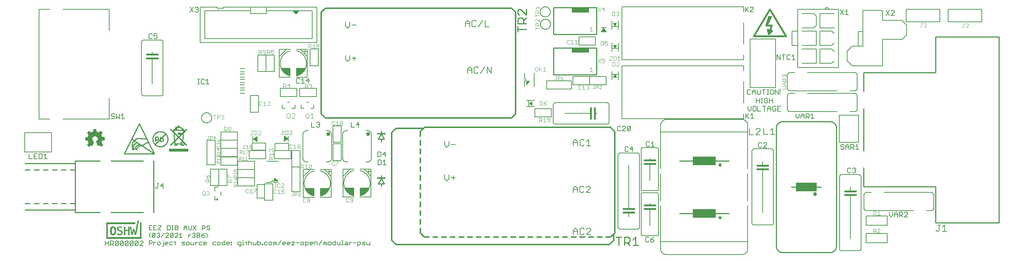
<source format=gto>
G75*
%MOIN*%
%OFA0B0*%
%FSLAX25Y25*%
%IPPOS*%
%LPD*%
%AMOC8*
5,1,8,0,0,1.08239X$1,22.5*
%
%ADD10R,0.01485X0.00015*%
%ADD11R,0.00045X0.00015*%
%ADD12R,0.00105X0.00015*%
%ADD13R,0.00165X0.00015*%
%ADD14R,0.00225X0.00015*%
%ADD15R,0.00285X0.00015*%
%ADD16R,0.00345X0.00015*%
%ADD17R,0.00405X0.00015*%
%ADD18R,0.00435X0.00015*%
%ADD19R,0.00465X0.00015*%
%ADD20R,0.00495X0.00015*%
%ADD21R,0.00540X0.00015*%
%ADD22R,0.00585X0.00015*%
%ADD23R,0.00645X0.00015*%
%ADD24R,0.00150X0.00015*%
%ADD25R,0.00675X0.00015*%
%ADD26R,0.00195X0.00015*%
%ADD27R,0.00705X0.00015*%
%ADD28R,0.00240X0.00015*%
%ADD29R,0.00735X0.00015*%
%ADD30R,0.00270X0.00015*%
%ADD31R,0.00765X0.00015*%
%ADD32R,0.00300X0.00015*%
%ADD33R,0.00810X0.00015*%
%ADD34R,0.00360X0.00015*%
%ADD35R,0.00855X0.00015*%
%ADD36R,0.00435X0.00015*%
%ADD37R,0.00915X0.00015*%
%ADD38R,0.00465X0.00015*%
%ADD39R,0.00945X0.00015*%
%ADD40R,0.00960X0.00015*%
%ADD41R,0.00525X0.00015*%
%ADD42R,0.00990X0.00015*%
%ADD43R,0.00555X0.00015*%
%ADD44R,0.01035X0.00015*%
%ADD45R,0.00600X0.00015*%
%ADD46R,0.01080X0.00015*%
%ADD47R,0.01125X0.00015*%
%ADD48R,0.01170X0.00015*%
%ADD49R,0.00720X0.00015*%
%ADD50R,0.01200X0.00015*%
%ADD51R,0.00750X0.00015*%
%ADD52R,0.01230X0.00015*%
%ADD53R,0.00780X0.00015*%
%ADD54R,0.01260X0.00015*%
%ADD55R,0.00810X0.00015*%
%ADD56R,0.01305X0.00015*%
%ADD57R,0.01365X0.00015*%
%ADD58R,0.00900X0.00015*%
%ADD59R,0.01395X0.00015*%
%ADD60R,0.01440X0.00015*%
%ADD61R,0.01470X0.00015*%
%ADD62R,0.01005X0.00015*%
%ADD63R,0.01500X0.00015*%
%ADD64R,0.01020X0.00015*%
%ADD65R,0.01530X0.00015*%
%ADD66R,0.01065X0.00015*%
%ADD67R,0.01575X0.00015*%
%ADD68R,0.01095X0.00015*%
%ADD69R,0.01635X0.00015*%
%ADD70R,0.01155X0.00015*%
%ADD71R,0.01680X0.00015*%
%ADD72R,0.01200X0.00015*%
%ADD73R,0.01710X0.00015*%
%ADD74R,0.01230X0.00015*%
%ADD75R,0.01725X0.00015*%
%ADD76R,0.01245X0.00015*%
%ADD77R,0.01755X0.00015*%
%ADD78R,0.01275X0.00015*%
%ADD79R,0.01800X0.00015*%
%ADD80R,0.01320X0.00015*%
%ADD81R,0.01860X0.00015*%
%ADD82R,0.01905X0.00015*%
%ADD83R,0.01410X0.00015*%
%ADD84R,0.01935X0.00015*%
%ADD85R,0.01455X0.00015*%
%ADD86R,0.01965X0.00015*%
%ADD87R,0.01485X0.00015*%
%ADD88R,0.01995X0.00015*%
%ADD89R,0.01515X0.00015*%
%ADD90R,0.02040X0.00015*%
%ADD91R,0.01530X0.00015*%
%ADD92R,0.02070X0.00015*%
%ADD93R,0.01575X0.00015*%
%ADD94R,0.02115X0.00015*%
%ADD95R,0.01620X0.00015*%
%ADD96R,0.02160X0.00015*%
%ADD97R,0.01665X0.00015*%
%ADD98R,0.02190X0.00015*%
%ADD99R,0.00075X0.00015*%
%ADD100R,0.01695X0.00015*%
%ADD101R,0.02220X0.00015*%
%ADD102R,0.00105X0.00015*%
%ADD103R,0.02235X0.00015*%
%ADD104R,0.00135X0.00015*%
%ADD105R,0.01755X0.00015*%
%ADD106R,0.02280X0.00015*%
%ADD107R,0.00180X0.00015*%
%ADD108R,0.01785X0.00015*%
%ADD109R,0.02340X0.00015*%
%ADD110R,0.00240X0.00015*%
%ADD111R,0.01830X0.00015*%
%ADD112R,0.02385X0.00015*%
%ADD113R,0.01890X0.00015*%
%ADD114R,0.02415X0.00015*%
%ADD115R,0.00330X0.00015*%
%ADD116R,0.00120X0.00015*%
%ADD117R,0.01920X0.00015*%
%ADD118R,0.02430X0.00015*%
%ADD119R,0.00375X0.00015*%
%ADD120R,0.02460X0.00015*%
%ADD121R,0.00405X0.00015*%
%ADD122R,0.00195X0.00015*%
%ADD123R,0.01965X0.00015*%
%ADD124R,0.02505X0.00015*%
%ADD125R,0.00210X0.00015*%
%ADD126R,0.02010X0.00015*%
%ADD127R,0.02535X0.00015*%
%ADD128R,0.00480X0.00015*%
%ADD129R,0.02580X0.00015*%
%ADD130R,0.00540X0.00015*%
%ADD131R,0.02085X0.00015*%
%ADD132R,0.02625X0.00015*%
%ADD133R,0.02130X0.00015*%
%ADD134R,0.02670X0.00015*%
%ADD135R,0.00630X0.00015*%
%ADD136R,0.02700X0.00015*%
%ADD137R,0.00660X0.00015*%
%ADD138R,0.00450X0.00015*%
%ADD139R,0.02190X0.00015*%
%ADD140R,0.02715X0.00015*%
%ADD141R,0.02205X0.00015*%
%ADD142R,0.02745X0.00015*%
%ADD143R,0.00510X0.00015*%
%ADD144R,0.02235X0.00015*%
%ADD145R,0.02775X0.00015*%
%ADD146R,0.02820X0.00015*%
%ADD147R,0.02310X0.00015*%
%ADD148R,0.02880X0.00015*%
%ADD149R,0.00855X0.00015*%
%ADD150R,0.02355X0.00015*%
%ADD151R,0.02895X0.00015*%
%ADD152R,0.00870X0.00015*%
%ADD153R,0.00660X0.00015*%
%ADD154R,0.02925X0.00015*%
%ADD155R,0.00690X0.00015*%
%ADD156R,0.02970X0.00015*%
%ADD157R,0.03000X0.00015*%
%ADD158R,0.00750X0.00015*%
%ADD159R,0.03045X0.00015*%
%ADD160R,0.01005X0.00015*%
%ADD161R,0.00780X0.00015*%
%ADD162R,0.02505X0.00015*%
%ADD163R,0.03090X0.00015*%
%ADD164R,0.01050X0.00015*%
%ADD165R,0.00825X0.00015*%
%ADD166R,0.02550X0.00015*%
%ADD167R,0.03135X0.00015*%
%ADD168R,0.01095X0.00015*%
%ADD169R,0.00870X0.00015*%
%ADD170R,0.03165X0.00015*%
%ADD171R,0.01125X0.00015*%
%ADD172R,0.02625X0.00015*%
%ADD173R,0.03195X0.00015*%
%ADD174R,0.01140X0.00015*%
%ADD175R,0.00930X0.00015*%
%ADD176R,0.02655X0.00015*%
%ADD177R,0.03210X0.00015*%
%ADD178R,0.00960X0.00015*%
%ADD179R,0.03240X0.00015*%
%ADD180R,0.02700X0.00015*%
%ADD181R,0.03285X0.00015*%
%ADD182R,0.01245X0.00015*%
%ADD183R,0.02745X0.00015*%
%ADD184R,0.03330X0.00015*%
%ADD185R,0.02790X0.00015*%
%ADD186R,0.03360X0.00015*%
%ADD187R,0.01110X0.00015*%
%ADD188R,0.02835X0.00015*%
%ADD189R,0.03390X0.00015*%
%ADD190R,0.01335X0.00015*%
%ADD191R,0.01140X0.00015*%
%ADD192R,0.02865X0.00015*%
%ADD193R,0.03420X0.00015*%
%ADD194R,0.01155X0.00015*%
%ADD195R,0.04905X0.00015*%
%ADD196R,0.04920X0.00015*%
%ADD197R,0.02940X0.00015*%
%ADD198R,0.04950X0.00015*%
%ADD199R,0.02985X0.00015*%
%ADD200R,0.04965X0.00015*%
%ADD201R,0.01275X0.00015*%
%ADD202R,0.03015X0.00015*%
%ADD203R,0.04980X0.00015*%
%ADD204R,0.03045X0.00015*%
%ADD205R,0.05010X0.00015*%
%ADD206R,0.01335X0.00015*%
%ADD207R,0.03075X0.00015*%
%ADD208R,0.01350X0.00015*%
%ADD209R,0.03105X0.00015*%
%ADD210R,0.05040X0.00015*%
%ADD211R,0.01380X0.00015*%
%ADD212R,0.05040X0.00015*%
%ADD213R,0.01410X0.00015*%
%ADD214R,0.03180X0.00015*%
%ADD215R,0.05070X0.00015*%
%ADD216R,0.03225X0.00015*%
%ADD217R,0.03255X0.00015*%
%ADD218R,0.05085X0.00015*%
%ADD219R,0.01515X0.00015*%
%ADD220R,0.03300X0.00015*%
%ADD221R,0.05100X0.00015*%
%ADD222R,0.04935X0.00015*%
%ADD223R,0.05115X0.00015*%
%ADD224R,0.04995X0.00015*%
%ADD225R,0.05130X0.00015*%
%ADD226R,0.05010X0.00015*%
%ADD227R,0.05130X0.00015*%
%ADD228R,0.05010X0.00015*%
%ADD229R,0.05025X0.00015*%
%ADD230R,0.05040X0.00015*%
%ADD231R,0.05055X0.00015*%
%ADD232R,0.05130X0.00015*%
%ADD233R,0.05085X0.00015*%
%ADD234R,0.05115X0.00015*%
%ADD235R,0.05145X0.00015*%
%ADD236R,0.05160X0.00015*%
%ADD237R,0.05130X0.00015*%
%ADD238R,0.05190X0.00015*%
%ADD239R,0.05190X0.00015*%
%ADD240R,0.05205X0.00015*%
%ADD241R,0.05220X0.00015*%
%ADD242R,0.05070X0.00015*%
%ADD243R,0.05085X0.00015*%
%ADD244R,0.05205X0.00015*%
%ADD245R,0.05220X0.00015*%
%ADD246R,0.05055X0.00015*%
%ADD247R,0.05025X0.00015*%
%ADD248R,0.05205X0.00015*%
%ADD249R,0.05025X0.00015*%
%ADD250R,0.05190X0.00015*%
%ADD251R,0.05190X0.00015*%
%ADD252R,0.04995X0.00015*%
%ADD253R,0.05175X0.00015*%
%ADD254R,0.04950X0.00015*%
%ADD255R,0.05145X0.00015*%
%ADD256R,0.05145X0.00015*%
%ADD257R,0.04920X0.00015*%
%ADD258R,0.04905X0.00015*%
%ADD259R,0.04905X0.00015*%
%ADD260R,0.05115X0.00015*%
%ADD261R,0.04890X0.00015*%
%ADD262R,0.04890X0.00015*%
%ADD263R,0.04875X0.00015*%
%ADD264R,0.04845X0.00015*%
%ADD265R,0.04830X0.00015*%
%ADD266R,0.04830X0.00015*%
%ADD267R,0.05070X0.00015*%
%ADD268R,0.04830X0.00015*%
%ADD269R,0.04815X0.00015*%
%ADD270R,0.04800X0.00015*%
%ADD271R,0.04800X0.00015*%
%ADD272R,0.05010X0.00015*%
%ADD273R,0.04785X0.00015*%
%ADD274R,0.04770X0.00015*%
%ADD275R,0.04770X0.00015*%
%ADD276R,0.04755X0.00015*%
%ADD277R,0.04740X0.00015*%
%ADD278R,0.04725X0.00015*%
%ADD279R,0.04725X0.00015*%
%ADD280R,0.04980X0.00015*%
%ADD281R,0.04710X0.00015*%
%ADD282R,0.04725X0.00015*%
%ADD283R,0.04710X0.00015*%
%ADD284R,0.04695X0.00015*%
%ADD285R,0.04680X0.00015*%
%ADD286R,0.04695X0.00015*%
%ADD287R,0.04680X0.00015*%
%ADD288R,0.04905X0.00015*%
%ADD289R,0.04665X0.00015*%
%ADD290R,0.04650X0.00015*%
%ADD291R,0.04635X0.00015*%
%ADD292R,0.04620X0.00015*%
%ADD293R,0.04620X0.00015*%
%ADD294R,0.04890X0.00015*%
%ADD295R,0.04605X0.00015*%
%ADD296R,0.04605X0.00015*%
%ADD297R,0.04590X0.00015*%
%ADD298R,0.04845X0.00015*%
%ADD299R,0.04575X0.00015*%
%ADD300R,0.04590X0.00015*%
%ADD301R,0.04575X0.00015*%
%ADD302R,0.04845X0.00015*%
%ADD303R,0.04560X0.00015*%
%ADD304R,0.04545X0.00015*%
%ADD305R,0.04530X0.00015*%
%ADD306R,0.04515X0.00015*%
%ADD307R,0.04530X0.00015*%
%ADD308R,0.04500X0.00015*%
%ADD309R,0.04515X0.00015*%
%ADD310R,0.04785X0.00015*%
%ADD311R,0.04485X0.00015*%
%ADD312R,0.04755X0.00015*%
%ADD313R,0.04470X0.00015*%
%ADD314R,0.04740X0.00015*%
%ADD315R,0.04485X0.00015*%
%ADD316R,0.04755X0.00015*%
%ADD317R,0.04545X0.00015*%
%ADD318R,0.04695X0.00015*%
%ADD319R,0.04680X0.00015*%
%ADD320R,0.04665X0.00015*%
%ADD321R,0.04725X0.00015*%
%ADD322R,0.04680X0.00015*%
%ADD323R,0.04860X0.00015*%
%ADD324R,0.04740X0.00015*%
%ADD325R,0.04875X0.00015*%
%ADD326R,0.04965X0.00015*%
%ADD327R,0.04860X0.00015*%
%ADD328R,0.04995X0.00015*%
%ADD329R,0.04875X0.00015*%
%ADD330R,0.04980X0.00015*%
%ADD331R,0.05235X0.00015*%
%ADD332R,0.05235X0.00015*%
%ADD333R,0.05250X0.00015*%
%ADD334R,0.05280X0.00015*%
%ADD335R,0.05295X0.00015*%
%ADD336R,0.05325X0.00015*%
%ADD337R,0.05340X0.00015*%
%ADD338R,0.05235X0.00015*%
%ADD339R,0.05355X0.00015*%
%ADD340R,0.05370X0.00015*%
%ADD341R,0.05265X0.00015*%
%ADD342R,0.05370X0.00015*%
%ADD343R,0.05280X0.00015*%
%ADD344R,0.05385X0.00015*%
%ADD345R,0.05295X0.00015*%
%ADD346R,0.05400X0.00015*%
%ADD347R,0.05415X0.00015*%
%ADD348R,0.05310X0.00015*%
%ADD349R,0.05430X0.00015*%
%ADD350R,0.05445X0.00015*%
%ADD351R,0.05460X0.00015*%
%ADD352R,0.05355X0.00015*%
%ADD353R,0.05475X0.00015*%
%ADD354R,0.05505X0.00015*%
%ADD355R,0.05520X0.00015*%
%ADD356R,0.05535X0.00015*%
%ADD357R,0.05550X0.00015*%
%ADD358R,0.05550X0.00015*%
%ADD359R,0.05475X0.00015*%
%ADD360R,0.05490X0.00015*%
%ADD361R,0.05475X0.00015*%
%ADD362R,0.05385X0.00015*%
%ADD363R,0.05370X0.00015*%
%ADD364R,0.05325X0.00015*%
%ADD365R,0.05310X0.00015*%
%ADD366R,0.05265X0.00015*%
%ADD367R,0.05175X0.00015*%
%ADD368R,0.04980X0.00015*%
%ADD369R,0.04965X0.00015*%
%ADD370R,0.04860X0.00015*%
%ADD371R,0.04845X0.00015*%
%ADD372R,0.04815X0.00015*%
%ADD373R,0.04770X0.00015*%
%ADD374R,0.05295X0.00015*%
%ADD375R,0.04635X0.00015*%
%ADD376R,0.05610X0.00015*%
%ADD377R,0.05700X0.00015*%
%ADD378R,0.05760X0.00015*%
%ADD379R,0.05805X0.00015*%
%ADD380R,0.05850X0.00015*%
%ADD381R,0.05895X0.00015*%
%ADD382R,0.06000X0.00015*%
%ADD383R,0.06135X0.00015*%
%ADD384R,0.06225X0.00015*%
%ADD385R,0.06300X0.00015*%
%ADD386R,0.06330X0.00015*%
%ADD387R,0.06375X0.00015*%
%ADD388R,0.06450X0.00015*%
%ADD389R,0.06570X0.00015*%
%ADD390R,0.05565X0.00015*%
%ADD391R,0.06690X0.00015*%
%ADD392R,0.06735X0.00015*%
%ADD393R,0.05790X0.00015*%
%ADD394R,0.06765X0.00015*%
%ADD395R,0.05850X0.00015*%
%ADD396R,0.06780X0.00015*%
%ADD397R,0.05895X0.00015*%
%ADD398R,0.06795X0.00015*%
%ADD399R,0.05955X0.00015*%
%ADD400R,0.06810X0.00015*%
%ADD401R,0.06060X0.00015*%
%ADD402R,0.06195X0.00015*%
%ADD403R,0.06825X0.00015*%
%ADD404R,0.06330X0.00015*%
%ADD405R,0.06840X0.00015*%
%ADD406R,0.06390X0.00015*%
%ADD407R,0.06495X0.00015*%
%ADD408R,0.06840X0.00015*%
%ADD409R,0.06555X0.00015*%
%ADD410R,0.06825X0.00015*%
%ADD411R,0.06645X0.00015*%
%ADD412R,0.06825X0.00015*%
%ADD413R,0.06705X0.00015*%
%ADD414R,0.06705X0.00015*%
%ADD415R,0.06810X0.00015*%
%ADD416R,0.06720X0.00015*%
%ADD417R,0.06795X0.00015*%
%ADD418R,0.06750X0.00015*%
%ADD419R,0.06765X0.00015*%
%ADD420R,0.06795X0.00015*%
%ADD421R,0.06780X0.00015*%
%ADD422R,0.06780X0.00015*%
%ADD423R,0.06750X0.00015*%
%ADD424R,0.06720X0.00015*%
%ADD425R,0.06720X0.00015*%
%ADD426R,0.06705X0.00015*%
%ADD427R,0.06705X0.00015*%
%ADD428R,0.06690X0.00015*%
%ADD429R,0.06675X0.00015*%
%ADD430R,0.06690X0.00015*%
%ADD431R,0.06675X0.00015*%
%ADD432R,0.06675X0.00015*%
%ADD433R,0.06660X0.00015*%
%ADD434R,0.06675X0.00015*%
%ADD435R,0.06660X0.00015*%
%ADD436R,0.06660X0.00015*%
%ADD437R,0.06645X0.00015*%
%ADD438R,0.06630X0.00015*%
%ADD439R,0.06660X0.00015*%
%ADD440R,0.06630X0.00015*%
%ADD441R,0.06645X0.00015*%
%ADD442R,0.06735X0.00015*%
%ADD443R,0.06765X0.00015*%
%ADD444R,0.06780X0.00015*%
%ADD445R,0.06825X0.00015*%
%ADD446R,0.06855X0.00015*%
%ADD447R,0.06855X0.00015*%
%ADD448R,0.06870X0.00015*%
%ADD449R,0.06885X0.00015*%
%ADD450R,0.06525X0.00015*%
%ADD451R,0.06405X0.00015*%
%ADD452R,0.06255X0.00015*%
%ADD453R,0.06165X0.00015*%
%ADD454R,0.06870X0.00015*%
%ADD455R,0.06120X0.00015*%
%ADD456R,0.06885X0.00015*%
%ADD457R,0.06060X0.00015*%
%ADD458R,0.06015X0.00015*%
%ADD459R,0.05910X0.00015*%
%ADD460R,0.05670X0.00015*%
%ADD461R,0.05595X0.00015*%
%ADD462R,0.06585X0.00015*%
%ADD463R,0.05160X0.00015*%
%ADD464R,0.06390X0.00015*%
%ADD465R,0.05025X0.00015*%
%ADD466R,0.06330X0.00015*%
%ADD467R,0.06075X0.00015*%
%ADD468R,0.05820X0.00015*%
%ADD469R,0.05775X0.00015*%
%ADD470R,0.05685X0.00015*%
%ADD471R,0.05460X0.00015*%
%ADD472R,0.04860X0.00015*%
%ADD473R,0.04935X0.00015*%
%ADD474R,0.05160X0.00015*%
%ADD475R,0.05325X0.00015*%
%ADD476R,0.05340X0.00015*%
%ADD477R,0.05355X0.00015*%
%ADD478R,0.05430X0.00015*%
%ADD479R,0.05535X0.00015*%
%ADD480R,0.05595X0.00015*%
%ADD481R,0.05640X0.00015*%
%ADD482R,0.05640X0.00015*%
%ADD483R,0.05670X0.00015*%
%ADD484R,0.05685X0.00015*%
%ADD485R,0.05700X0.00015*%
%ADD486R,0.05715X0.00015*%
%ADD487R,0.05715X0.00015*%
%ADD488R,0.05730X0.00015*%
%ADD489R,0.05745X0.00015*%
%ADD490R,0.05760X0.00015*%
%ADD491R,0.06000X0.00015*%
%ADD492R,0.06105X0.00015*%
%ADD493R,0.06180X0.00015*%
%ADD494R,0.06210X0.00015*%
%ADD495R,0.12690X0.00015*%
%ADD496R,0.12675X0.00015*%
%ADD497R,0.12660X0.00015*%
%ADD498R,0.12660X0.00015*%
%ADD499R,0.12645X0.00015*%
%ADD500R,0.12615X0.00015*%
%ADD501R,0.12600X0.00015*%
%ADD502R,0.12585X0.00015*%
%ADD503R,0.12555X0.00015*%
%ADD504R,0.12540X0.00015*%
%ADD505R,0.12525X0.00015*%
%ADD506R,0.12510X0.00015*%
%ADD507R,0.12510X0.00015*%
%ADD508R,0.12480X0.00015*%
%ADD509R,0.12450X0.00015*%
%ADD510R,0.12435X0.00015*%
%ADD511R,0.12420X0.00015*%
%ADD512R,0.12390X0.00015*%
%ADD513R,0.12375X0.00015*%
%ADD514R,0.12360X0.00015*%
%ADD515R,0.12330X0.00015*%
%ADD516R,0.12300X0.00015*%
%ADD517R,0.12285X0.00015*%
%ADD518R,0.12270X0.00015*%
%ADD519R,0.12255X0.00015*%
%ADD520R,0.12240X0.00015*%
%ADD521R,0.12225X0.00015*%
%ADD522R,0.12195X0.00015*%
%ADD523R,0.12165X0.00015*%
%ADD524R,0.12150X0.00015*%
%ADD525R,0.12135X0.00015*%
%ADD526R,0.12120X0.00015*%
%ADD527R,0.12090X0.00015*%
%ADD528R,0.12075X0.00015*%
%ADD529R,0.12060X0.00015*%
%ADD530R,0.12045X0.00015*%
%ADD531R,0.12015X0.00015*%
%ADD532R,0.12000X0.00015*%
%ADD533R,0.11985X0.00015*%
%ADD534R,0.11955X0.00015*%
%ADD535R,0.11940X0.00015*%
%ADD536R,0.11925X0.00015*%
%ADD537R,0.11910X0.00015*%
%ADD538R,0.11910X0.00015*%
%ADD539R,0.11880X0.00015*%
%ADD540R,0.11850X0.00015*%
%ADD541R,0.11835X0.00015*%
%ADD542R,0.11805X0.00015*%
%ADD543R,0.11775X0.00015*%
%ADD544R,0.11760X0.00015*%
%ADD545R,0.11745X0.00015*%
%ADD546R,0.11730X0.00015*%
%ADD547R,0.11700X0.00015*%
%ADD548R,0.11700X0.00015*%
%ADD549R,0.11685X0.00015*%
%ADD550R,0.11655X0.00015*%
%ADD551R,0.11640X0.00015*%
%ADD552R,0.11625X0.00015*%
%ADD553R,0.11625X0.00015*%
%ADD554R,0.11670X0.00015*%
%ADD555R,0.11715X0.00015*%
%ADD556R,0.11790X0.00015*%
%ADD557R,0.11820X0.00015*%
%ADD558R,0.11820X0.00015*%
%ADD559R,0.11880X0.00015*%
%ADD560R,0.11895X0.00015*%
%ADD561R,0.11970X0.00015*%
%ADD562R,0.12045X0.00015*%
%ADD563R,0.12075X0.00015*%
%ADD564R,0.12105X0.00015*%
%ADD565R,0.12135X0.00015*%
%ADD566R,0.12165X0.00015*%
%ADD567R,0.12180X0.00015*%
%ADD568R,0.12195X0.00015*%
%ADD569R,0.12210X0.00015*%
%ADD570R,0.12225X0.00015*%
%ADD571R,0.12255X0.00015*%
%ADD572R,0.12360X0.00015*%
%ADD573R,0.12390X0.00015*%
%ADD574R,0.12405X0.00015*%
%ADD575R,0.12435X0.00015*%
%ADD576R,0.12480X0.00015*%
%ADD577R,0.12480X0.00015*%
%ADD578R,0.12510X0.00015*%
%ADD579R,0.12570X0.00015*%
%ADD580R,0.12630X0.00015*%
%ADD581R,0.12675X0.00015*%
%ADD582R,0.12705X0.00015*%
%ADD583R,0.12735X0.00015*%
%ADD584R,0.12750X0.00015*%
%ADD585R,0.12780X0.00015*%
%ADD586R,0.12795X0.00015*%
%ADD587R,0.12810X0.00015*%
%ADD588R,0.12840X0.00015*%
%ADD589R,0.12855X0.00015*%
%ADD590R,0.12885X0.00015*%
%ADD591R,0.12900X0.00015*%
%ADD592R,0.12915X0.00015*%
%ADD593R,0.12945X0.00015*%
%ADD594R,0.12960X0.00015*%
%ADD595R,0.12990X0.00015*%
%ADD596R,0.13005X0.00015*%
%ADD597R,0.13020X0.00015*%
%ADD598R,0.13035X0.00015*%
%ADD599R,0.13065X0.00015*%
%ADD600R,0.13080X0.00015*%
%ADD601R,0.13110X0.00015*%
%ADD602R,0.13125X0.00015*%
%ADD603R,0.13155X0.00015*%
%ADD604R,0.13170X0.00015*%
%ADD605R,0.13200X0.00015*%
%ADD606R,0.13230X0.00015*%
%ADD607R,0.13260X0.00015*%
%ADD608R,0.13290X0.00015*%
%ADD609R,0.13320X0.00015*%
%ADD610R,0.13350X0.00015*%
%ADD611R,0.13365X0.00015*%
%ADD612R,0.13395X0.00015*%
%ADD613R,0.13425X0.00015*%
%ADD614R,0.13455X0.00015*%
%ADD615R,0.13470X0.00015*%
%ADD616R,0.13500X0.00015*%
%ADD617R,0.13530X0.00015*%
%ADD618R,0.13560X0.00015*%
%ADD619R,0.13575X0.00015*%
%ADD620R,0.13605X0.00015*%
%ADD621R,0.13635X0.00015*%
%ADD622R,0.13650X0.00015*%
%ADD623R,0.13680X0.00015*%
%ADD624R,0.13695X0.00015*%
%ADD625R,0.13725X0.00015*%
%ADD626R,0.13740X0.00015*%
%ADD627R,0.13770X0.00015*%
%ADD628R,0.13785X0.00015*%
%ADD629R,0.13800X0.00015*%
%ADD630R,0.13830X0.00015*%
%ADD631R,0.13860X0.00015*%
%ADD632R,0.13875X0.00015*%
%ADD633R,0.13905X0.00015*%
%ADD634R,0.13935X0.00015*%
%ADD635R,0.13950X0.00015*%
%ADD636R,0.13980X0.00015*%
%ADD637R,0.14010X0.00015*%
%ADD638R,0.14025X0.00015*%
%ADD639R,0.14055X0.00015*%
%ADD640R,0.14070X0.00015*%
%ADD641R,0.14085X0.00015*%
%ADD642R,0.14115X0.00015*%
%ADD643R,0.14145X0.00015*%
%ADD644R,0.14160X0.00015*%
%ADD645R,0.14190X0.00015*%
%ADD646R,0.14205X0.00015*%
%ADD647R,0.14220X0.00015*%
%ADD648R,0.14235X0.00015*%
%ADD649R,0.14265X0.00015*%
%ADD650R,0.14280X0.00015*%
%ADD651R,0.14295X0.00015*%
%ADD652R,0.14295X0.00015*%
%ADD653R,0.14250X0.00015*%
%ADD654R,0.14205X0.00015*%
%ADD655R,0.14175X0.00015*%
%ADD656R,0.14160X0.00015*%
%ADD657R,0.14130X0.00015*%
%ADD658R,0.14100X0.00015*%
%ADD659R,0.14040X0.00015*%
%ADD660R,0.14010X0.00015*%
%ADD661R,0.03465X0.00015*%
%ADD662R,0.10440X0.00015*%
%ADD663R,0.03420X0.00015*%
%ADD664R,0.10395X0.00015*%
%ADD665R,0.03375X0.00015*%
%ADD666R,0.10335X0.00015*%
%ADD667R,0.03570X0.00015*%
%ADD668R,0.06600X0.00015*%
%ADD669R,0.03525X0.00015*%
%ADD670R,0.03270X0.00015*%
%ADD671R,0.03495X0.00015*%
%ADD672R,0.03210X0.00015*%
%ADD673R,0.06480X0.00015*%
%ADD674R,0.03435X0.00015*%
%ADD675R,0.03165X0.00015*%
%ADD676R,0.03390X0.00015*%
%ADD677R,0.03120X0.00015*%
%ADD678R,0.06315X0.00015*%
%ADD679R,0.03345X0.00015*%
%ADD680R,0.03090X0.00015*%
%ADD681R,0.03075X0.00015*%
%ADD682R,0.06225X0.00015*%
%ADD683R,0.03270X0.00015*%
%ADD684R,0.06180X0.00015*%
%ADD685R,0.02970X0.00015*%
%ADD686R,0.06075X0.00015*%
%ADD687R,0.03195X0.00015*%
%ADD688R,0.02925X0.00015*%
%ADD689R,0.05985X0.00015*%
%ADD690R,0.03135X0.00015*%
%ADD691R,0.02850X0.00015*%
%ADD692R,0.05835X0.00015*%
%ADD693R,0.03030X0.00015*%
%ADD694R,0.02805X0.00015*%
%ADD695R,0.02730X0.00015*%
%ADD696R,0.05625X0.00015*%
%ADD697R,0.02925X0.00015*%
%ADD698R,0.02640X0.00015*%
%ADD699R,0.02595X0.00015*%
%ADD700R,0.02565X0.00015*%
%ADD701R,0.02760X0.00015*%
%ADD702R,0.02520X0.00015*%
%ADD703R,0.02730X0.00015*%
%ADD704R,0.02475X0.00015*%
%ADD705R,0.02685X0.00015*%
%ADD706R,0.02445X0.00015*%
%ADD707R,0.02400X0.00015*%
%ADD708R,0.02370X0.00015*%
%ADD709R,0.02565X0.00015*%
%ADD710R,0.02340X0.00015*%
%ADD711R,0.02325X0.00015*%
%ADD712R,0.02505X0.00015*%
%ADD713R,0.02280X0.00015*%
%ADD714R,0.02460X0.00015*%
%ADD715R,0.04560X0.00015*%
%ADD716R,0.02190X0.00015*%
%ADD717R,0.04440X0.00015*%
%ADD718R,0.02370X0.00015*%
%ADD719R,0.02145X0.00015*%
%ADD720R,0.04365X0.00015*%
%ADD721R,0.04320X0.00015*%
%ADD722R,0.02310X0.00015*%
%ADD723R,0.02100X0.00015*%
%ADD724R,0.04260X0.00015*%
%ADD725R,0.04200X0.00015*%
%ADD726R,0.02265X0.00015*%
%ADD727R,0.02040X0.00015*%
%ADD728R,0.04095X0.00015*%
%ADD729R,0.02220X0.00015*%
%ADD730R,0.03915X0.00015*%
%ADD731R,0.02175X0.00015*%
%ADD732R,0.03765X0.00015*%
%ADD733R,0.03675X0.00015*%
%ADD734R,0.01890X0.00015*%
%ADD735R,0.03615X0.00015*%
%ADD736R,0.02055X0.00015*%
%ADD737R,0.01860X0.00015*%
%ADD738R,0.03555X0.00015*%
%ADD739R,0.01815X0.00015*%
%ADD740R,0.03450X0.00015*%
%ADD741R,0.01725X0.00015*%
%ADD742R,0.03315X0.00015*%
%ADD743R,0.01905X0.00015*%
%ADD744R,0.01680X0.00015*%
%ADD745R,0.01650X0.00015*%
%ADD746R,0.01620X0.00015*%
%ADD747R,0.01590X0.00015*%
%ADD748R,0.01770X0.00015*%
%ADD749R,0.01560X0.00015*%
%ADD750R,0.03240X0.00015*%
%ADD751R,0.01740X0.00015*%
%ADD752R,0.01665X0.00015*%
%ADD753R,0.01455X0.00015*%
%ADD754R,0.01635X0.00015*%
%ADD755R,0.01410X0.00015*%
%ADD756R,0.01395X0.00015*%
%ADD757R,0.01365X0.00015*%
%ADD758R,0.01335X0.00015*%
%ADD759R,0.01290X0.00015*%
%ADD760R,0.03210X0.00015*%
%ADD761R,0.01455X0.00015*%
%ADD762R,0.01185X0.00015*%
%ADD763R,0.01290X0.00015*%
%ADD764R,0.01110X0.00015*%
%ADD765R,0.01260X0.00015*%
%ADD766R,0.03180X0.00015*%
%ADD767R,0.00975X0.00015*%
%ADD768R,0.03150X0.00015*%
%ADD769R,0.00885X0.00015*%
%ADD770R,0.03150X0.00015*%
%ADD771R,0.01050X0.00015*%
%ADD772R,0.00795X0.00015*%
%ADD773R,0.00885X0.00015*%
%ADD774R,0.00690X0.00015*%
%ADD775R,0.00840X0.00015*%
%ADD776R,0.00570X0.00015*%
%ADD777R,0.00525X0.00015*%
%ADD778R,0.03105X0.00015*%
%ADD779R,0.00660X0.00015*%
%ADD780R,0.00615X0.00015*%
%ADD781R,0.00420X0.00015*%
%ADD782R,0.00555X0.00015*%
%ADD783R,0.00390X0.00015*%
%ADD784R,0.00525X0.00015*%
%ADD785R,0.00360X0.00015*%
%ADD786R,0.00495X0.00015*%
%ADD787R,0.03075X0.00015*%
%ADD788R,0.00450X0.00015*%
%ADD789R,0.00225X0.00015*%
%ADD790R,0.00345X0.00015*%
%ADD791R,0.00255X0.00015*%
%ADD792R,0.03060X0.00015*%
%ADD793R,0.00180X0.00015*%
%ADD794R,0.00075X0.00015*%
%ADD795R,0.03000X0.00015*%
%ADD796R,0.02955X0.00015*%
%ADD797R,0.02940X0.00015*%
%ADD798R,0.02940X0.00015*%
%ADD799R,0.02910X0.00015*%
%ADD800R,0.02910X0.00015*%
%ADD801R,0.02865X0.00015*%
%ADD802R,0.02805X0.00015*%
%ADD803R,0.02775X0.00015*%
%ADD804R,0.02760X0.00015*%
%ADD805R,0.02655X0.00015*%
%ADD806R,0.02640X0.00015*%
%ADD807R,0.02610X0.00015*%
%ADD808R,0.02595X0.00015*%
%ADD809R,0.02535X0.00015*%
%ADD810R,0.02475X0.00015*%
%ADD811R,0.02175X0.00015*%
%ADD812R,0.01575X0.00015*%
%ADD813C,0.00500*%
%ADD814C,0.01600*%
%ADD815C,0.01000*%
%ADD816C,0.00600*%
%ADD817C,0.00400*%
%ADD818C,0.00700*%
%ADD819C,0.00300*%
%ADD820R,0.16000X0.04000*%
%ADD821C,0.00800*%
%ADD822R,0.18000X0.03000*%
%ADD823R,0.00787X0.05512*%
%ADD824C,0.01200*%
%ADD825C,0.00900*%
%ADD826R,0.05512X0.00787*%
%ADD827R,0.32700X0.00300*%
%ADD828R,0.01500X0.00300*%
%ADD829R,0.02700X0.00300*%
%ADD830R,0.03000X0.00300*%
%ADD831R,0.03600X0.00300*%
%ADD832R,0.04200X0.00300*%
%ADD833R,0.04800X0.00300*%
%ADD834R,0.04500X0.00300*%
%ADD835R,0.02100X0.00300*%
%ADD836R,0.01800X0.00300*%
%ADD837R,0.01200X0.00300*%
%ADD838R,0.00600X0.00300*%
%ADD839R,0.00900X0.00300*%
%ADD840R,0.02400X0.00300*%
%ADD841R,0.03300X0.00300*%
%ADD842R,0.05400X0.00300*%
%ADD843R,0.03900X0.00300*%
%ADD844R,0.27000X0.00300*%
%ADD845R,0.21654X0.07874*%
%ADD846C,0.01378*%
%ADD847C,0.01500*%
%ADD848R,0.19685X0.07874*%
%ADD849R,0.08268X0.01181*%
D10*
X0161189Y0165965D03*
D11*
X0158299Y0160255D03*
X0166504Y0161125D03*
X0169684Y0160420D03*
D12*
X0158299Y0160270D03*
D13*
X0158299Y0160285D03*
D14*
X0158299Y0160300D03*
D15*
X0158299Y0160315D03*
X0158389Y0174700D03*
D16*
X0158299Y0160330D03*
X0166549Y0161215D03*
D17*
X0166564Y0161230D03*
X0158299Y0160345D03*
D18*
X0158299Y0160360D03*
D19*
X0158299Y0160375D03*
D20*
X0158299Y0160390D03*
X0169684Y0160555D03*
D21*
X0158307Y0160405D03*
D22*
X0158314Y0160420D03*
X0161329Y0161230D03*
X0166639Y0161320D03*
D23*
X0166654Y0161335D03*
X0169669Y0160615D03*
X0158314Y0160435D03*
D24*
X0166497Y0161155D03*
X0169691Y0160435D03*
D25*
X0169669Y0160630D03*
X0161299Y0161275D03*
X0158314Y0160450D03*
D26*
X0169684Y0160450D03*
D27*
X0166684Y0161380D03*
X0161284Y0161290D03*
X0158314Y0160465D03*
D28*
X0169692Y0160465D03*
D29*
X0158314Y0160480D03*
D30*
X0166527Y0161200D03*
X0169692Y0160480D03*
D31*
X0161269Y0161305D03*
X0158314Y0160495D03*
D32*
X0161427Y0161125D03*
X0169692Y0160495D03*
X0169316Y0174745D03*
D33*
X0158322Y0160510D03*
D34*
X0169692Y0160510D03*
D35*
X0169654Y0160705D03*
X0158329Y0160525D03*
D36*
X0161389Y0161185D03*
X0166579Y0161245D03*
X0169684Y0160525D03*
D37*
X0166744Y0161455D03*
X0161209Y0161380D03*
X0158329Y0160540D03*
X0158419Y0174445D03*
D38*
X0158404Y0174625D03*
X0169684Y0160540D03*
D39*
X0169654Y0160735D03*
X0161194Y0161395D03*
X0158329Y0160555D03*
X0169294Y0174505D03*
X0163714Y0176620D03*
D40*
X0158336Y0160570D03*
D41*
X0169684Y0160570D03*
D42*
X0169647Y0160750D03*
X0166767Y0161500D03*
X0158337Y0160585D03*
X0169287Y0174490D03*
D43*
X0169684Y0160585D03*
D44*
X0158344Y0160600D03*
D45*
X0169677Y0160600D03*
X0158412Y0174580D03*
D46*
X0169287Y0174445D03*
X0166797Y0161530D03*
X0158337Y0160615D03*
D47*
X0158344Y0160630D03*
D48*
X0158351Y0160645D03*
X0161127Y0161485D03*
X0166827Y0161590D03*
X0169272Y0174415D03*
D49*
X0169302Y0174595D03*
X0169661Y0160645D03*
D50*
X0158351Y0160660D03*
D51*
X0169661Y0160660D03*
D52*
X0158351Y0160675D03*
X0158442Y0174325D03*
X0169272Y0174400D03*
D53*
X0169302Y0174565D03*
X0169661Y0160675D03*
D54*
X0158352Y0160690D03*
D55*
X0161247Y0161320D03*
X0169661Y0160690D03*
X0169302Y0174550D03*
D56*
X0166879Y0161650D03*
X0158359Y0160705D03*
D57*
X0158359Y0160720D03*
X0161059Y0161575D03*
X0169624Y0160915D03*
D58*
X0169647Y0160720D03*
X0161216Y0161365D03*
D59*
X0158359Y0160735D03*
D60*
X0158367Y0160750D03*
D61*
X0158367Y0160765D03*
X0166917Y0161740D03*
D62*
X0169639Y0160765D03*
D63*
X0158366Y0160780D03*
X0158457Y0174220D03*
X0169257Y0174295D03*
D64*
X0169287Y0174475D03*
X0158426Y0174415D03*
X0169647Y0160780D03*
D65*
X0158367Y0160795D03*
D66*
X0169639Y0160795D03*
D67*
X0158374Y0160810D03*
D68*
X0169639Y0160810D03*
D69*
X0158374Y0160825D03*
D70*
X0169639Y0160825D03*
D71*
X0158382Y0160840D03*
D72*
X0161127Y0161500D03*
X0166842Y0161605D03*
X0169632Y0160840D03*
D73*
X0158382Y0160855D03*
D74*
X0169632Y0160855D03*
D75*
X0169594Y0161065D03*
X0158389Y0160870D03*
D76*
X0169624Y0160870D03*
D77*
X0158389Y0160885D03*
D78*
X0161089Y0161530D03*
X0169624Y0160885D03*
D79*
X0158382Y0160900D03*
X0169242Y0174175D03*
D80*
X0169272Y0174355D03*
X0169617Y0160900D03*
X0161082Y0161545D03*
D81*
X0158397Y0160915D03*
D82*
X0158404Y0160930D03*
X0158479Y0174055D03*
D83*
X0169617Y0160930D03*
D84*
X0169579Y0161155D03*
X0158404Y0160945D03*
X0158479Y0174040D03*
X0163894Y0176590D03*
D85*
X0166909Y0161725D03*
X0169609Y0160945D03*
D86*
X0158404Y0160960D03*
D87*
X0169609Y0160960D03*
D88*
X0158404Y0160975D03*
X0158479Y0174025D03*
D89*
X0169609Y0160975D03*
D90*
X0169572Y0161200D03*
X0158412Y0160990D03*
X0169227Y0174085D03*
D91*
X0169257Y0174280D03*
X0169601Y0160990D03*
D92*
X0158412Y0161005D03*
X0158486Y0173995D03*
D93*
X0169609Y0161005D03*
D94*
X0158419Y0161020D03*
D95*
X0169602Y0161020D03*
D96*
X0169557Y0161245D03*
X0158427Y0161035D03*
D97*
X0169594Y0161035D03*
D98*
X0158427Y0161050D03*
D99*
X0161479Y0161050D03*
D100*
X0169594Y0161050D03*
D101*
X0158426Y0161065D03*
D102*
X0161479Y0161065D03*
D103*
X0158434Y0161080D03*
X0158494Y0173920D03*
X0163909Y0176545D03*
D104*
X0161479Y0161080D03*
D105*
X0169594Y0161080D03*
D106*
X0169542Y0161305D03*
X0158442Y0161095D03*
D107*
X0161457Y0161095D03*
D108*
X0169594Y0161095D03*
X0158464Y0174115D03*
D109*
X0158442Y0161110D03*
D110*
X0161442Y0161110D03*
D111*
X0169586Y0161110D03*
X0169242Y0174160D03*
D112*
X0169534Y0161350D03*
X0158449Y0161125D03*
D113*
X0169587Y0161125D03*
D114*
X0169534Y0161365D03*
X0158449Y0161140D03*
X0169189Y0173920D03*
D115*
X0158397Y0174685D03*
X0161412Y0161140D03*
D116*
X0166497Y0161140D03*
X0158397Y0174730D03*
D117*
X0169587Y0161140D03*
D118*
X0169527Y0161380D03*
X0158457Y0161155D03*
X0163901Y0176470D03*
D119*
X0161404Y0161155D03*
D120*
X0158457Y0161170D03*
X0169527Y0161395D03*
D121*
X0161404Y0161170D03*
D122*
X0166504Y0161170D03*
D123*
X0169579Y0161170D03*
X0169234Y0174115D03*
D124*
X0158464Y0161185D03*
D125*
X0166511Y0161185D03*
D126*
X0169572Y0161185D03*
X0169227Y0174100D03*
D127*
X0169174Y0173875D03*
X0163894Y0176215D03*
X0163894Y0176230D03*
X0163894Y0176245D03*
X0163894Y0176275D03*
X0158464Y0161200D03*
D128*
X0161382Y0161200D03*
X0166587Y0161275D03*
X0169317Y0174685D03*
D129*
X0169167Y0173845D03*
X0163902Y0176140D03*
X0169511Y0161440D03*
X0158472Y0161215D03*
D130*
X0161352Y0161215D03*
X0166617Y0161305D03*
D131*
X0169564Y0161215D03*
X0169219Y0174055D03*
D132*
X0158479Y0161230D03*
D133*
X0169557Y0161230D03*
X0169212Y0174040D03*
X0158486Y0173965D03*
D134*
X0158547Y0173725D03*
X0163886Y0175930D03*
X0163886Y0175945D03*
X0169497Y0161485D03*
X0158486Y0161245D03*
D135*
X0161322Y0161245D03*
X0158412Y0174565D03*
D136*
X0163886Y0175810D03*
X0158486Y0161260D03*
D137*
X0161307Y0161260D03*
D138*
X0166587Y0161260D03*
D139*
X0169557Y0161260D03*
D140*
X0158494Y0161275D03*
X0163894Y0175705D03*
X0163894Y0175720D03*
X0163894Y0175735D03*
X0163894Y0175750D03*
X0163894Y0175765D03*
D141*
X0169549Y0161275D03*
D142*
X0158494Y0161290D03*
X0163894Y0175630D03*
D143*
X0166602Y0161290D03*
D144*
X0169549Y0161290D03*
D145*
X0158494Y0161305D03*
X0158554Y0173695D03*
X0169144Y0173770D03*
D146*
X0163887Y0175465D03*
X0163887Y0175480D03*
X0158561Y0173665D03*
X0158502Y0161320D03*
D147*
X0169542Y0161320D03*
D148*
X0169482Y0161575D03*
X0158502Y0161335D03*
X0158561Y0173635D03*
X0163887Y0175255D03*
X0163887Y0175270D03*
X0163887Y0175285D03*
X0163887Y0175300D03*
X0163887Y0175315D03*
X0163887Y0175330D03*
X0163887Y0175345D03*
X0169137Y0173725D03*
D149*
X0161224Y0161335D03*
D150*
X0169534Y0161335D03*
D151*
X0169474Y0161590D03*
X0158509Y0161350D03*
D152*
X0161217Y0161350D03*
D153*
X0166662Y0161350D03*
X0158412Y0174550D03*
D154*
X0158509Y0161365D03*
D155*
X0166677Y0161365D03*
D156*
X0158517Y0161380D03*
D157*
X0158516Y0161395D03*
X0163872Y0174895D03*
X0163872Y0174925D03*
X0163872Y0174940D03*
X0169122Y0173680D03*
D158*
X0169302Y0174580D03*
X0158411Y0174520D03*
X0166691Y0161395D03*
D159*
X0158524Y0161410D03*
D160*
X0161179Y0161410D03*
D161*
X0166707Y0161410D03*
D162*
X0169519Y0161410D03*
D163*
X0158532Y0161425D03*
X0163887Y0174655D03*
X0163887Y0174670D03*
X0163887Y0174685D03*
D164*
X0158426Y0174400D03*
X0161157Y0161425D03*
X0166782Y0161515D03*
D165*
X0166729Y0161425D03*
X0158419Y0174490D03*
D166*
X0163902Y0176200D03*
X0169511Y0161425D03*
D167*
X0169444Y0161695D03*
X0158539Y0161440D03*
X0163879Y0174490D03*
X0163879Y0174505D03*
X0163879Y0174520D03*
X0163879Y0174535D03*
X0163879Y0174550D03*
D168*
X0161149Y0161440D03*
D169*
X0166736Y0161440D03*
X0158412Y0174475D03*
D170*
X0163864Y0174430D03*
X0163864Y0174415D03*
X0158539Y0161455D03*
D171*
X0161149Y0161455D03*
X0158434Y0174370D03*
X0169279Y0174430D03*
D172*
X0169159Y0173830D03*
X0163894Y0176035D03*
X0163894Y0176050D03*
X0163894Y0176065D03*
X0158539Y0173755D03*
X0169504Y0161455D03*
D173*
X0158539Y0161470D03*
D174*
X0161142Y0161470D03*
D175*
X0166751Y0161470D03*
D176*
X0169504Y0161470D03*
X0163894Y0175975D03*
X0163894Y0175990D03*
X0163894Y0176005D03*
D177*
X0158547Y0161485D03*
D178*
X0166752Y0161485D03*
D179*
X0158547Y0161500D03*
D180*
X0169497Y0161500D03*
X0163886Y0175780D03*
X0163886Y0175795D03*
X0163886Y0175825D03*
X0163886Y0175840D03*
D181*
X0163879Y0174145D03*
X0158554Y0161515D03*
D182*
X0161104Y0161515D03*
X0166849Y0161620D03*
D183*
X0169489Y0161515D03*
D184*
X0158562Y0161530D03*
X0158607Y0173440D03*
D185*
X0163887Y0175525D03*
X0163887Y0175540D03*
X0169482Y0161530D03*
D186*
X0158562Y0161545D03*
X0163886Y0174115D03*
D187*
X0166811Y0161545D03*
D188*
X0169474Y0161545D03*
X0169144Y0173740D03*
X0163879Y0175435D03*
X0163879Y0175450D03*
D189*
X0158561Y0161560D03*
D190*
X0161074Y0161560D03*
D191*
X0166812Y0161560D03*
D192*
X0169474Y0161560D03*
X0163879Y0175360D03*
D193*
X0158561Y0161575D03*
D194*
X0166819Y0161575D03*
X0158434Y0174355D03*
D195*
X0159469Y0165985D03*
X0159709Y0165715D03*
X0159679Y0162640D03*
X0159289Y0161590D03*
X0168004Y0163330D03*
X0168019Y0163300D03*
X0168619Y0161770D03*
D196*
X0168102Y0163150D03*
X0168087Y0163180D03*
X0168087Y0163195D03*
X0168072Y0163225D03*
X0168026Y0165655D03*
X0168011Y0169420D03*
X0167997Y0169435D03*
X0167982Y0169450D03*
X0159461Y0169090D03*
X0159717Y0165700D03*
X0159732Y0165685D03*
X0159626Y0162565D03*
X0159611Y0162535D03*
X0159597Y0162505D03*
X0159282Y0161605D03*
D197*
X0169467Y0161605D03*
D198*
X0168626Y0161800D03*
X0168117Y0163120D03*
X0167591Y0164515D03*
X0160257Y0164350D03*
X0160257Y0164335D03*
X0159761Y0165640D03*
X0159747Y0165655D03*
X0159582Y0162475D03*
X0159282Y0161620D03*
X0159807Y0169465D03*
X0167967Y0169480D03*
D199*
X0163879Y0174955D03*
X0169459Y0161620D03*
D200*
X0168634Y0161815D03*
X0168139Y0163090D03*
X0168124Y0163105D03*
X0167584Y0164530D03*
X0159424Y0166000D03*
X0159814Y0169480D03*
X0159829Y0169495D03*
X0167944Y0169495D03*
X0159559Y0162445D03*
X0159559Y0162430D03*
X0159274Y0161635D03*
D201*
X0166864Y0161635D03*
D202*
X0169444Y0161635D03*
X0158584Y0173590D03*
D203*
X0159432Y0169075D03*
X0159776Y0165625D03*
X0159552Y0162415D03*
X0159537Y0162385D03*
X0159267Y0161650D03*
X0168147Y0163075D03*
X0168161Y0163045D03*
X0168161Y0163030D03*
X0168176Y0163015D03*
D204*
X0169444Y0161650D03*
X0169114Y0173650D03*
X0163879Y0174805D03*
X0163879Y0174820D03*
X0163879Y0174835D03*
X0158584Y0173575D03*
D205*
X0159852Y0169540D03*
X0167952Y0165565D03*
X0168252Y0162880D03*
X0159267Y0161680D03*
X0159267Y0161665D03*
D206*
X0166879Y0161665D03*
D207*
X0169444Y0161665D03*
D208*
X0166887Y0161680D03*
X0169272Y0174340D03*
D209*
X0163879Y0174565D03*
X0163879Y0174580D03*
X0163879Y0174595D03*
X0163879Y0174625D03*
X0163879Y0174640D03*
X0169444Y0161680D03*
D210*
X0168282Y0162820D03*
X0168267Y0162835D03*
X0159447Y0162235D03*
X0159447Y0162220D03*
X0159432Y0162205D03*
X0159267Y0161695D03*
X0159867Y0169555D03*
X0159882Y0169570D03*
D211*
X0166887Y0161695D03*
D212*
X0159267Y0161710D03*
D213*
X0166902Y0161710D03*
D214*
X0169437Y0161710D03*
D215*
X0159417Y0162175D03*
X0159267Y0161740D03*
X0159267Y0161725D03*
D216*
X0169429Y0161725D03*
X0169099Y0173590D03*
X0163864Y0174250D03*
X0163864Y0174265D03*
X0163864Y0174280D03*
X0163864Y0174295D03*
D217*
X0163864Y0174190D03*
X0158599Y0173485D03*
X0169414Y0161740D03*
D218*
X0159274Y0161755D03*
X0159874Y0165505D03*
D219*
X0166924Y0161755D03*
D220*
X0169407Y0161755D03*
X0169092Y0173545D03*
X0158607Y0173455D03*
D221*
X0167832Y0169630D03*
X0167892Y0165475D03*
X0167592Y0164695D03*
X0167592Y0164680D03*
X0167592Y0164665D03*
X0167592Y0164650D03*
X0168386Y0162640D03*
X0168386Y0162625D03*
X0168401Y0162595D03*
X0160242Y0164545D03*
X0159882Y0165490D03*
X0159386Y0162115D03*
X0159386Y0162100D03*
X0159372Y0162085D03*
X0159372Y0162070D03*
X0159266Y0161785D03*
X0159266Y0161770D03*
D222*
X0159589Y0162490D03*
X0159604Y0162520D03*
X0159619Y0162550D03*
X0159739Y0165670D03*
X0167584Y0164500D03*
X0168004Y0165625D03*
X0168019Y0165640D03*
X0168094Y0163165D03*
X0168109Y0163135D03*
X0168619Y0161785D03*
X0168079Y0169375D03*
X0167974Y0169465D03*
X0163879Y0173845D03*
D223*
X0159274Y0161830D03*
X0159274Y0161815D03*
X0159274Y0161800D03*
D224*
X0160249Y0164395D03*
X0160249Y0164425D03*
X0168184Y0163000D03*
X0168199Y0162985D03*
X0168214Y0162970D03*
X0168214Y0162955D03*
X0168634Y0161830D03*
D225*
X0168432Y0162535D03*
X0168417Y0162550D03*
X0159282Y0161905D03*
X0159282Y0161890D03*
X0159282Y0161875D03*
X0159282Y0161845D03*
X0167817Y0169645D03*
D226*
X0159807Y0165595D03*
X0160242Y0164455D03*
X0160242Y0164440D03*
X0159522Y0162340D03*
X0159507Y0162325D03*
X0168222Y0162940D03*
X0168642Y0161845D03*
D227*
X0159282Y0161860D03*
D228*
X0167592Y0164560D03*
X0168642Y0161860D03*
D229*
X0168649Y0161875D03*
X0160249Y0164470D03*
X0159829Y0165550D03*
X0159829Y0165565D03*
X0159814Y0165580D03*
X0159484Y0162295D03*
X0167899Y0169555D03*
X0167914Y0169540D03*
X0163879Y0173830D03*
D230*
X0167892Y0169570D03*
X0167936Y0165535D03*
X0167922Y0165520D03*
X0167592Y0164590D03*
X0167592Y0164575D03*
X0168642Y0161890D03*
X0160242Y0164485D03*
X0160242Y0164500D03*
X0159477Y0162280D03*
X0159462Y0162265D03*
D231*
X0168304Y0162775D03*
X0168319Y0162745D03*
X0168334Y0162730D03*
X0168649Y0161905D03*
X0159844Y0165535D03*
X0167869Y0169600D03*
X0167884Y0169585D03*
X0168184Y0169330D03*
D232*
X0159942Y0169630D03*
X0159912Y0165445D03*
X0160242Y0164575D03*
X0159342Y0162025D03*
X0159312Y0161980D03*
X0159297Y0161950D03*
X0159297Y0161935D03*
X0159297Y0161920D03*
X0167592Y0164725D03*
X0167592Y0164740D03*
D233*
X0167899Y0165490D03*
X0168589Y0166225D03*
X0167854Y0169615D03*
X0159919Y0169615D03*
X0159349Y0169045D03*
X0168364Y0162685D03*
X0168364Y0162670D03*
X0168379Y0162655D03*
X0168664Y0161920D03*
X0159394Y0162130D03*
D234*
X0159364Y0162055D03*
X0159349Y0162040D03*
X0168409Y0162565D03*
X0168409Y0162580D03*
X0168664Y0161950D03*
X0168664Y0161935D03*
X0167869Y0165445D03*
X0159889Y0165475D03*
D235*
X0159919Y0165430D03*
X0159319Y0161995D03*
X0159304Y0161965D03*
X0167599Y0164755D03*
X0167854Y0165430D03*
X0168454Y0162505D03*
X0168469Y0162475D03*
X0168484Y0162445D03*
X0168499Y0162430D03*
X0168664Y0161965D03*
X0167794Y0169675D03*
X0167779Y0169690D03*
X0163879Y0173815D03*
X0159964Y0169645D03*
D236*
X0159986Y0169675D03*
X0160242Y0164605D03*
X0160242Y0164590D03*
X0167592Y0164770D03*
X0168462Y0162490D03*
X0168507Y0162415D03*
X0168657Y0161995D03*
X0168657Y0161980D03*
D237*
X0160242Y0164560D03*
X0159897Y0165460D03*
X0167801Y0169660D03*
X0159327Y0162010D03*
D238*
X0168657Y0162010D03*
D239*
X0168657Y0162025D03*
X0168657Y0162040D03*
X0160242Y0164635D03*
X0160242Y0164650D03*
X0159942Y0165415D03*
D240*
X0160234Y0164680D03*
X0160234Y0164665D03*
X0167599Y0164800D03*
X0168649Y0166240D03*
X0168649Y0162100D03*
X0168649Y0162085D03*
X0168649Y0162070D03*
X0168649Y0162055D03*
D241*
X0168642Y0162115D03*
X0168642Y0162130D03*
X0168642Y0162145D03*
X0167592Y0164815D03*
X0160242Y0164695D03*
X0159957Y0165400D03*
X0167742Y0169720D03*
D242*
X0167907Y0165505D03*
X0167592Y0164635D03*
X0167592Y0164620D03*
X0167592Y0164605D03*
X0168297Y0162790D03*
X0168342Y0162715D03*
X0168357Y0162700D03*
X0160242Y0164515D03*
X0160242Y0164530D03*
X0159357Y0166015D03*
X0159897Y0169600D03*
X0159401Y0162145D03*
D243*
X0159409Y0162160D03*
D244*
X0168634Y0162160D03*
D245*
X0168626Y0162175D03*
X0168626Y0162190D03*
X0168611Y0162205D03*
X0168611Y0162220D03*
X0168597Y0162235D03*
X0168582Y0162250D03*
X0168567Y0162280D03*
X0167802Y0165385D03*
X0167817Y0165400D03*
X0160032Y0169720D03*
D246*
X0159889Y0169585D03*
X0159859Y0165520D03*
X0168289Y0162805D03*
X0159424Y0162190D03*
D247*
X0159454Y0162250D03*
X0168244Y0162895D03*
X0168259Y0162865D03*
X0168259Y0162850D03*
X0167944Y0165550D03*
D248*
X0168544Y0162325D03*
X0168559Y0162295D03*
X0168574Y0162265D03*
D249*
X0159499Y0162310D03*
D250*
X0168552Y0162310D03*
D251*
X0168537Y0162340D03*
X0168537Y0162355D03*
X0159282Y0166030D03*
X0160017Y0169705D03*
X0168267Y0169315D03*
D252*
X0168139Y0169345D03*
X0167929Y0169525D03*
X0167974Y0165595D03*
X0167959Y0165580D03*
X0168229Y0162925D03*
X0159544Y0162400D03*
X0159529Y0162370D03*
X0159529Y0162355D03*
X0159844Y0169525D03*
D253*
X0167764Y0169705D03*
X0167599Y0164785D03*
X0168514Y0162400D03*
X0168529Y0162385D03*
X0168529Y0162370D03*
X0160234Y0164620D03*
D254*
X0159582Y0162460D03*
X0168507Y0166210D03*
X0168102Y0169360D03*
D255*
X0168484Y0162460D03*
D256*
X0168439Y0162520D03*
D257*
X0167592Y0164470D03*
X0167592Y0164485D03*
X0168042Y0165670D03*
X0160257Y0164320D03*
X0159642Y0162580D03*
X0159792Y0169435D03*
D258*
X0159784Y0169420D03*
X0168034Y0169405D03*
X0168049Y0169390D03*
X0168064Y0165700D03*
X0168049Y0165685D03*
X0167584Y0164455D03*
X0167584Y0164440D03*
X0168034Y0163285D03*
X0168034Y0163270D03*
X0168049Y0163255D03*
X0168064Y0163240D03*
X0160264Y0164305D03*
X0159649Y0162595D03*
D259*
X0159664Y0162610D03*
D260*
X0167599Y0164710D03*
X0167884Y0165460D03*
X0168394Y0162610D03*
D261*
X0167592Y0164425D03*
X0168072Y0165715D03*
X0159672Y0162625D03*
D262*
X0159687Y0162655D03*
X0159687Y0162670D03*
X0159702Y0162700D03*
X0159702Y0165730D03*
X0159761Y0169405D03*
X0167982Y0163375D03*
X0167997Y0163345D03*
X0168011Y0163315D03*
D263*
X0167974Y0163390D03*
X0167974Y0163405D03*
X0159709Y0162715D03*
X0159694Y0162685D03*
X0159694Y0165745D03*
X0159754Y0169390D03*
D264*
X0159724Y0169345D03*
X0159724Y0162730D03*
X0167959Y0163420D03*
D265*
X0168117Y0165775D03*
X0159732Y0162745D03*
X0159717Y0169330D03*
D266*
X0159732Y0162760D03*
D267*
X0168312Y0162760D03*
D268*
X0167951Y0163435D03*
X0167936Y0163465D03*
X0167922Y0163495D03*
X0167907Y0163525D03*
X0167892Y0163540D03*
X0167577Y0164365D03*
X0168447Y0166195D03*
X0160257Y0164230D03*
X0160257Y0164215D03*
X0159762Y0162820D03*
X0159747Y0162790D03*
X0159747Y0162775D03*
X0159657Y0165805D03*
X0159522Y0165955D03*
X0159701Y0169315D03*
X0163886Y0173875D03*
D269*
X0159649Y0165820D03*
X0159799Y0162865D03*
X0159784Y0162850D03*
X0159769Y0162835D03*
X0159754Y0162805D03*
X0167569Y0164335D03*
X0167569Y0164350D03*
X0167854Y0163600D03*
X0167869Y0163585D03*
X0167869Y0163570D03*
X0167884Y0163555D03*
D270*
X0167847Y0163615D03*
X0167847Y0163630D03*
X0168132Y0165805D03*
X0168132Y0165820D03*
X0160257Y0164200D03*
X0160257Y0164185D03*
X0159836Y0162940D03*
X0159822Y0162895D03*
X0159807Y0162880D03*
X0159642Y0165835D03*
X0159627Y0165865D03*
X0159551Y0165940D03*
X0159672Y0169285D03*
X0159686Y0169300D03*
D271*
X0159822Y0162910D03*
X0167832Y0163660D03*
D272*
X0168237Y0162910D03*
D273*
X0167839Y0163645D03*
X0167569Y0164320D03*
X0168139Y0165835D03*
X0168154Y0165850D03*
X0168154Y0165865D03*
X0160264Y0164170D03*
X0159844Y0162970D03*
X0159844Y0162955D03*
X0159829Y0162925D03*
X0159634Y0165850D03*
X0159619Y0165880D03*
X0159649Y0169240D03*
X0159664Y0169255D03*
X0159664Y0169270D03*
D274*
X0159642Y0169225D03*
X0159612Y0165895D03*
X0160272Y0164155D03*
X0159851Y0162985D03*
X0167577Y0164305D03*
X0168162Y0165880D03*
X0163886Y0173890D03*
D275*
X0167817Y0163705D03*
X0159867Y0163000D03*
D276*
X0159874Y0163015D03*
X0168409Y0166180D03*
X0159574Y0169120D03*
D277*
X0159882Y0163030D03*
D278*
X0159889Y0163045D03*
X0159904Y0163075D03*
X0167704Y0163870D03*
X0167704Y0163885D03*
X0159604Y0169150D03*
X0159589Y0169135D03*
D279*
X0159904Y0163060D03*
D280*
X0168147Y0163060D03*
X0167937Y0169510D03*
X0159837Y0169510D03*
D281*
X0160287Y0164095D03*
X0159911Y0163090D03*
X0167682Y0163945D03*
X0167697Y0163915D03*
X0167697Y0163900D03*
D282*
X0167719Y0163855D03*
X0168184Y0165925D03*
X0159919Y0163105D03*
D283*
X0159927Y0163120D03*
X0159942Y0163135D03*
X0167577Y0164230D03*
X0167577Y0164245D03*
X0168192Y0165940D03*
X0168207Y0165955D03*
X0168207Y0165970D03*
X0168372Y0166165D03*
D284*
X0168214Y0165985D03*
X0159964Y0163165D03*
X0159949Y0163150D03*
D285*
X0159972Y0163180D03*
X0159987Y0163225D03*
X0160002Y0163240D03*
X0160287Y0164035D03*
X0160287Y0164050D03*
X0160287Y0164065D03*
X0167576Y0164155D03*
X0167576Y0164185D03*
X0167576Y0164200D03*
X0167637Y0164020D03*
X0167667Y0163975D03*
X0168222Y0166000D03*
D286*
X0167569Y0164215D03*
X0167659Y0163990D03*
X0167689Y0163930D03*
X0160279Y0164080D03*
X0159979Y0163195D03*
X0163894Y0173905D03*
D287*
X0159987Y0163210D03*
D288*
X0168079Y0163210D03*
D289*
X0167644Y0164005D03*
X0167629Y0164035D03*
X0167614Y0164050D03*
X0167584Y0164125D03*
X0167584Y0164140D03*
X0167569Y0164170D03*
X0168229Y0166015D03*
X0168244Y0166030D03*
X0160009Y0163270D03*
X0160009Y0163255D03*
D290*
X0160017Y0163285D03*
X0160287Y0164005D03*
X0160287Y0164020D03*
X0168252Y0166045D03*
X0168267Y0166075D03*
X0168282Y0166090D03*
X0168297Y0166105D03*
X0168311Y0166120D03*
X0168326Y0166135D03*
D291*
X0160039Y0163315D03*
X0160024Y0163300D03*
D292*
X0160047Y0163330D03*
X0160047Y0163345D03*
X0160061Y0163375D03*
X0160287Y0163990D03*
D293*
X0160061Y0163360D03*
D294*
X0167997Y0163360D03*
D295*
X0160069Y0163390D03*
D296*
X0160084Y0163405D03*
X0160099Y0163420D03*
D297*
X0160107Y0163435D03*
X0160122Y0163450D03*
X0160122Y0163465D03*
D298*
X0160264Y0164245D03*
X0159664Y0165790D03*
X0159514Y0169105D03*
X0167929Y0163480D03*
X0167944Y0163450D03*
D299*
X0160129Y0163480D03*
D300*
X0160137Y0163495D03*
X0160287Y0163975D03*
D301*
X0160294Y0163960D03*
X0160144Y0163510D03*
D302*
X0167914Y0163510D03*
D303*
X0160167Y0163540D03*
X0160152Y0163525D03*
D304*
X0160174Y0163555D03*
D305*
X0160182Y0163570D03*
X0160182Y0163585D03*
D306*
X0160189Y0163600D03*
X0160204Y0163630D03*
X0160294Y0163885D03*
X0160294Y0163900D03*
D307*
X0160301Y0163915D03*
X0160197Y0163615D03*
D308*
X0160212Y0163645D03*
X0160227Y0163675D03*
X0160242Y0163690D03*
X0160301Y0163855D03*
X0160301Y0163870D03*
D309*
X0160219Y0163660D03*
D310*
X0159574Y0165925D03*
X0167824Y0163690D03*
X0167824Y0163675D03*
D311*
X0160294Y0163795D03*
X0160294Y0163825D03*
X0160294Y0163840D03*
X0160279Y0163765D03*
X0160279Y0163750D03*
X0160264Y0163720D03*
X0160249Y0163705D03*
D312*
X0167569Y0164290D03*
X0167734Y0163825D03*
X0167764Y0163780D03*
X0167779Y0163750D03*
X0167794Y0163735D03*
X0167794Y0163720D03*
X0168169Y0165895D03*
X0159634Y0169195D03*
X0159619Y0169180D03*
D313*
X0160286Y0163780D03*
X0160272Y0163735D03*
D314*
X0160272Y0164125D03*
X0160272Y0164140D03*
X0167577Y0164275D03*
X0167727Y0163840D03*
X0167757Y0163795D03*
X0167772Y0163765D03*
X0159612Y0169165D03*
D315*
X0160294Y0163810D03*
D316*
X0167749Y0163810D03*
D317*
X0160294Y0163930D03*
X0160294Y0163945D03*
D318*
X0167674Y0163960D03*
D319*
X0167607Y0164065D03*
D320*
X0167599Y0164080D03*
X0167599Y0164095D03*
X0168349Y0166150D03*
D321*
X0160279Y0164110D03*
D322*
X0167592Y0164110D03*
D323*
X0160257Y0164260D03*
X0159686Y0165760D03*
D324*
X0167577Y0164260D03*
X0168177Y0165910D03*
D325*
X0167584Y0164395D03*
X0160264Y0164290D03*
X0160264Y0164275D03*
D326*
X0160249Y0164365D03*
X0160249Y0164380D03*
D327*
X0159672Y0165775D03*
X0159507Y0165970D03*
X0167577Y0164380D03*
X0168086Y0165730D03*
D328*
X0160249Y0164410D03*
D329*
X0167584Y0164410D03*
X0163879Y0173860D03*
D330*
X0167592Y0164545D03*
D331*
X0160234Y0164710D03*
D332*
X0160234Y0164725D03*
X0163879Y0173800D03*
D333*
X0159237Y0166045D03*
X0159972Y0165385D03*
X0160226Y0164740D03*
X0167591Y0164845D03*
X0167787Y0165370D03*
D334*
X0160226Y0164770D03*
X0160226Y0164755D03*
X0160002Y0165355D03*
X0160076Y0169750D03*
X0167711Y0169750D03*
D335*
X0167689Y0169765D03*
X0163879Y0173785D03*
X0160009Y0165340D03*
X0160219Y0164785D03*
D336*
X0160219Y0164800D03*
X0160219Y0164815D03*
X0167599Y0164965D03*
X0167599Y0164980D03*
X0168379Y0169285D03*
X0160099Y0169795D03*
D337*
X0160227Y0164830D03*
X0167592Y0164995D03*
D338*
X0167599Y0164830D03*
D339*
X0167599Y0165025D03*
X0168754Y0166285D03*
X0160219Y0164845D03*
X0159169Y0166075D03*
X0163879Y0173770D03*
D340*
X0160227Y0164860D03*
D341*
X0167599Y0164860D03*
D342*
X0167697Y0165295D03*
X0160227Y0164875D03*
X0160077Y0165295D03*
D343*
X0167592Y0164890D03*
X0167592Y0164875D03*
D344*
X0167599Y0165040D03*
X0160234Y0164905D03*
X0160234Y0164890D03*
X0159139Y0166090D03*
X0167629Y0169825D03*
X0163879Y0173755D03*
D345*
X0160084Y0169765D03*
X0167749Y0165325D03*
X0167599Y0164920D03*
X0167599Y0164905D03*
D346*
X0167607Y0165055D03*
X0167651Y0165250D03*
X0160227Y0164920D03*
X0160122Y0165250D03*
X0160107Y0165265D03*
X0160092Y0165280D03*
X0160151Y0169825D03*
D347*
X0159139Y0169000D03*
X0167614Y0169840D03*
X0168439Y0169255D03*
X0167644Y0165235D03*
X0167599Y0165070D03*
X0160234Y0164950D03*
X0160234Y0164935D03*
D348*
X0167592Y0164935D03*
X0167592Y0164950D03*
X0160092Y0169780D03*
X0159207Y0169015D03*
D349*
X0160136Y0165235D03*
X0160227Y0164980D03*
X0160227Y0164965D03*
D350*
X0160219Y0164995D03*
X0167599Y0165085D03*
X0167599Y0165100D03*
X0167629Y0165220D03*
X0168799Y0166300D03*
X0167599Y0169855D03*
X0163879Y0173740D03*
D351*
X0160227Y0165010D03*
D352*
X0160054Y0165310D03*
X0167599Y0165010D03*
D353*
X0167599Y0165115D03*
X0167599Y0165130D03*
X0167599Y0165145D03*
X0167599Y0165175D03*
X0167614Y0165205D03*
X0160219Y0165040D03*
X0160219Y0165025D03*
D354*
X0160219Y0165055D03*
X0160219Y0165070D03*
X0160189Y0165205D03*
X0159094Y0168985D03*
X0160219Y0169885D03*
D355*
X0163887Y0173725D03*
X0167532Y0169900D03*
X0160197Y0165190D03*
X0160211Y0165100D03*
X0160211Y0165085D03*
D356*
X0160219Y0165115D03*
X0160219Y0165130D03*
X0160204Y0165175D03*
D357*
X0160211Y0165145D03*
X0159057Y0168970D03*
D358*
X0160211Y0165160D03*
D359*
X0167599Y0165160D03*
D360*
X0167607Y0165190D03*
D361*
X0160159Y0165220D03*
X0159094Y0166105D03*
X0160189Y0169855D03*
X0160204Y0169870D03*
X0167554Y0169885D03*
D362*
X0167674Y0165265D03*
D363*
X0167682Y0165280D03*
X0168417Y0169270D03*
D364*
X0167719Y0165310D03*
D365*
X0168717Y0166270D03*
X0167682Y0169780D03*
X0160032Y0165325D03*
D366*
X0159994Y0165370D03*
X0167764Y0165340D03*
X0167779Y0165355D03*
X0168694Y0166255D03*
X0168334Y0169300D03*
X0167719Y0169735D03*
X0160054Y0169735D03*
D367*
X0159994Y0169690D03*
X0167839Y0165415D03*
D368*
X0159792Y0165610D03*
D369*
X0167989Y0165610D03*
D370*
X0168102Y0165745D03*
X0159747Y0169375D03*
D371*
X0168109Y0165760D03*
D372*
X0168124Y0165790D03*
D373*
X0159597Y0165910D03*
X0159642Y0169210D03*
D374*
X0159199Y0166060D03*
D375*
X0168259Y0166060D03*
D376*
X0159011Y0166120D03*
D377*
X0158951Y0166135D03*
X0168957Y0166330D03*
D378*
X0158907Y0166150D03*
X0158922Y0168925D03*
X0163886Y0173680D03*
D379*
X0163879Y0173665D03*
X0158869Y0166165D03*
D380*
X0158847Y0166180D03*
X0168732Y0169165D03*
D381*
X0168769Y0169150D03*
X0163879Y0173635D03*
X0158809Y0166195D03*
D382*
X0158757Y0166210D03*
D383*
X0158674Y0166225D03*
X0163879Y0173590D03*
D384*
X0158629Y0166240D03*
D385*
X0158592Y0166255D03*
X0167082Y0170050D03*
X0169032Y0169075D03*
D386*
X0158562Y0166270D03*
D387*
X0158539Y0166285D03*
D388*
X0158487Y0166300D03*
X0169391Y0166465D03*
X0169137Y0169030D03*
D389*
X0163872Y0173470D03*
X0158412Y0166315D03*
D390*
X0167494Y0169915D03*
X0168529Y0169225D03*
X0168874Y0166315D03*
D391*
X0158352Y0166330D03*
X0158082Y0167035D03*
X0158082Y0167050D03*
X0158082Y0167065D03*
X0158082Y0167080D03*
X0158082Y0167095D03*
X0158082Y0167125D03*
X0158082Y0167140D03*
X0158082Y0167155D03*
X0158082Y0167170D03*
X0158082Y0167920D03*
X0158082Y0167935D03*
X0158082Y0167950D03*
X0158097Y0168040D03*
X0158097Y0168055D03*
X0158097Y0168070D03*
X0158097Y0168085D03*
X0158097Y0168100D03*
X0158097Y0168115D03*
X0163887Y0173440D03*
D392*
X0158329Y0168745D03*
X0158119Y0168250D03*
X0158119Y0168235D03*
X0158104Y0166870D03*
X0158104Y0166855D03*
X0158104Y0166840D03*
X0158314Y0166345D03*
X0169594Y0166570D03*
X0169609Y0166585D03*
X0169669Y0166780D03*
X0169669Y0166795D03*
X0169654Y0168295D03*
X0169639Y0168340D03*
D393*
X0169017Y0166345D03*
D394*
X0158284Y0166360D03*
X0158134Y0168310D03*
D395*
X0169047Y0166360D03*
D396*
X0169632Y0166630D03*
X0169632Y0166645D03*
X0169647Y0166675D03*
X0169647Y0166690D03*
X0169647Y0166705D03*
X0169572Y0168580D03*
X0169347Y0168970D03*
X0158276Y0168715D03*
X0158276Y0166375D03*
D397*
X0169084Y0166375D03*
D398*
X0158254Y0166390D03*
X0158179Y0168535D03*
D399*
X0168814Y0169135D03*
X0169114Y0166390D03*
D400*
X0158247Y0166405D03*
X0158232Y0166420D03*
X0158187Y0168550D03*
X0158232Y0168640D03*
X0158247Y0168685D03*
X0158261Y0168700D03*
D401*
X0169167Y0166405D03*
D402*
X0169249Y0166420D03*
X0168949Y0169105D03*
D403*
X0158239Y0168670D03*
X0158239Y0168655D03*
X0158224Y0168625D03*
X0158209Y0168595D03*
X0158209Y0168580D03*
X0158194Y0168565D03*
X0158224Y0166435D03*
D404*
X0169317Y0166435D03*
D405*
X0158217Y0166450D03*
X0158202Y0166465D03*
X0158202Y0166480D03*
D406*
X0169361Y0166450D03*
D407*
X0169429Y0166480D03*
D408*
X0169527Y0168730D03*
X0169392Y0168940D03*
X0158186Y0166495D03*
D409*
X0169474Y0166495D03*
D410*
X0158179Y0166510D03*
D411*
X0169534Y0166510D03*
X0169729Y0167710D03*
X0169714Y0167860D03*
D412*
X0169549Y0168655D03*
X0169549Y0168670D03*
X0169534Y0168700D03*
X0169534Y0168715D03*
X0158179Y0166525D03*
X0158164Y0166540D03*
D413*
X0169564Y0166525D03*
X0169684Y0166855D03*
X0169684Y0166870D03*
X0169684Y0166885D03*
X0169699Y0166930D03*
X0169699Y0166945D03*
X0169699Y0166975D03*
X0169699Y0166990D03*
X0169699Y0167005D03*
X0169684Y0168145D03*
X0169684Y0168175D03*
X0169684Y0168190D03*
D414*
X0169669Y0168220D03*
X0169669Y0168235D03*
X0169669Y0168250D03*
X0169579Y0166540D03*
X0158089Y0166945D03*
X0158089Y0166975D03*
X0158089Y0166990D03*
X0158089Y0167005D03*
X0158089Y0167020D03*
X0158104Y0168130D03*
X0158104Y0168145D03*
X0158104Y0168175D03*
X0158104Y0168190D03*
D415*
X0158172Y0168520D03*
X0158157Y0166585D03*
X0158157Y0166570D03*
X0158157Y0166555D03*
X0169377Y0168955D03*
X0169542Y0168685D03*
X0169557Y0168640D03*
X0169557Y0168625D03*
D416*
X0169661Y0168280D03*
X0169661Y0168265D03*
X0169676Y0166840D03*
X0169676Y0166825D03*
X0169587Y0166555D03*
X0158097Y0166885D03*
X0158097Y0166900D03*
X0158097Y0166915D03*
X0158097Y0166930D03*
X0158111Y0168205D03*
X0158111Y0168220D03*
D417*
X0158164Y0168490D03*
X0158164Y0168505D03*
X0158149Y0166645D03*
X0158149Y0166630D03*
X0158149Y0166615D03*
X0158149Y0166600D03*
X0169564Y0168595D03*
D418*
X0169602Y0168520D03*
X0169602Y0168505D03*
X0169602Y0168490D03*
X0169617Y0168475D03*
X0169617Y0168445D03*
X0169617Y0168430D03*
X0169617Y0168415D03*
X0169632Y0168400D03*
X0169632Y0168385D03*
X0169632Y0168370D03*
X0169632Y0168355D03*
X0169647Y0168325D03*
X0169317Y0168985D03*
X0169661Y0166765D03*
X0169661Y0166750D03*
X0169617Y0166600D03*
X0158126Y0166780D03*
X0158111Y0166825D03*
X0158126Y0168265D03*
X0158126Y0168280D03*
X0158141Y0168325D03*
X0158307Y0168730D03*
D419*
X0158134Y0168295D03*
X0158119Y0166795D03*
X0158134Y0166765D03*
X0158134Y0166750D03*
X0158134Y0166735D03*
X0169624Y0166615D03*
X0169654Y0166720D03*
X0169654Y0166735D03*
X0169594Y0168535D03*
X0169594Y0168550D03*
X0169579Y0168565D03*
D420*
X0169564Y0168610D03*
X0158149Y0166660D03*
D421*
X0169647Y0166660D03*
D422*
X0158142Y0166675D03*
X0158142Y0166690D03*
X0158142Y0166705D03*
X0158142Y0166720D03*
X0158157Y0168415D03*
X0158157Y0168430D03*
X0158157Y0168445D03*
X0158157Y0168475D03*
D423*
X0158111Y0166810D03*
X0169617Y0168460D03*
D424*
X0169676Y0166810D03*
X0158352Y0168760D03*
D425*
X0169692Y0166915D03*
X0169692Y0166900D03*
D426*
X0158089Y0166960D03*
X0158104Y0168160D03*
D427*
X0169684Y0168160D03*
X0169699Y0166960D03*
D428*
X0169707Y0167020D03*
X0169707Y0167035D03*
X0169707Y0167050D03*
X0169707Y0167065D03*
X0169707Y0167080D03*
X0169692Y0168070D03*
X0169692Y0168085D03*
X0169692Y0168100D03*
X0169692Y0168115D03*
X0169692Y0168130D03*
X0169677Y0168205D03*
D429*
X0169699Y0168055D03*
X0169699Y0168040D03*
X0169699Y0168025D03*
X0169699Y0167995D03*
X0169699Y0167980D03*
X0169714Y0167185D03*
X0169714Y0167170D03*
X0169714Y0167155D03*
X0169714Y0167140D03*
X0169714Y0167125D03*
X0169714Y0167095D03*
X0169279Y0169000D03*
D430*
X0158082Y0167110D03*
D431*
X0169714Y0167110D03*
X0169699Y0168010D03*
D432*
X0158374Y0168775D03*
X0158089Y0168025D03*
X0158089Y0167995D03*
X0158089Y0167980D03*
X0158089Y0167965D03*
X0158074Y0167905D03*
X0158074Y0167890D03*
X0158074Y0167875D03*
X0158074Y0167845D03*
X0158074Y0167830D03*
X0158074Y0167815D03*
X0158074Y0167800D03*
X0158074Y0167275D03*
X0158074Y0167245D03*
X0158074Y0167230D03*
X0158074Y0167215D03*
X0158074Y0167200D03*
X0158074Y0167185D03*
D433*
X0169722Y0167200D03*
X0169722Y0167215D03*
X0169722Y0167230D03*
X0169722Y0167245D03*
X0169722Y0167275D03*
X0169722Y0167785D03*
X0169722Y0167800D03*
X0169722Y0167815D03*
X0169707Y0167875D03*
X0169707Y0167890D03*
X0169707Y0167905D03*
X0169707Y0167920D03*
X0169707Y0167935D03*
X0169707Y0167950D03*
X0169707Y0167965D03*
D434*
X0158089Y0168010D03*
X0158074Y0167860D03*
X0158074Y0167260D03*
D435*
X0169722Y0167260D03*
D436*
X0158067Y0167290D03*
X0158067Y0167305D03*
X0158067Y0167320D03*
X0158067Y0167335D03*
X0158067Y0167350D03*
X0158067Y0167365D03*
X0158052Y0167380D03*
X0158052Y0167395D03*
X0158052Y0167425D03*
X0158052Y0167440D03*
X0158052Y0167455D03*
X0158052Y0167470D03*
X0158067Y0167695D03*
X0158067Y0167725D03*
X0158067Y0167740D03*
X0158067Y0167755D03*
X0158067Y0167770D03*
X0158067Y0167785D03*
D437*
X0158044Y0167515D03*
X0158044Y0167500D03*
X0158044Y0167485D03*
X0169714Y0167830D03*
X0169714Y0167845D03*
X0169729Y0167770D03*
X0169729Y0167755D03*
X0169729Y0167740D03*
X0169729Y0167725D03*
X0169729Y0167695D03*
X0169729Y0167680D03*
X0169729Y0167380D03*
X0169729Y0167365D03*
X0169729Y0167350D03*
X0169729Y0167335D03*
X0169729Y0167320D03*
X0169729Y0167305D03*
X0169729Y0167290D03*
D438*
X0169736Y0167395D03*
X0169736Y0167425D03*
X0169736Y0167440D03*
X0169736Y0167455D03*
X0169736Y0167470D03*
X0169736Y0167485D03*
X0169736Y0167500D03*
X0169736Y0167515D03*
X0169736Y0167530D03*
X0169736Y0167545D03*
X0169736Y0167575D03*
X0169736Y0167590D03*
X0169736Y0167605D03*
X0169736Y0167620D03*
X0169736Y0167635D03*
X0169736Y0167650D03*
X0169736Y0167665D03*
X0158412Y0168790D03*
X0158051Y0167590D03*
X0158051Y0167575D03*
X0158051Y0167545D03*
X0158051Y0167530D03*
D439*
X0158052Y0167410D03*
X0158067Y0167710D03*
D440*
X0158051Y0167560D03*
X0169736Y0167560D03*
X0169736Y0167410D03*
D441*
X0158059Y0167605D03*
X0158059Y0167620D03*
X0158059Y0167635D03*
X0158059Y0167650D03*
X0158059Y0167665D03*
X0158059Y0167680D03*
D442*
X0169654Y0168310D03*
D443*
X0158149Y0168340D03*
X0158149Y0168355D03*
X0158149Y0168370D03*
X0158149Y0168385D03*
X0158149Y0168400D03*
D444*
X0158157Y0168460D03*
D445*
X0158224Y0168610D03*
D446*
X0169414Y0168925D03*
X0169519Y0168745D03*
D447*
X0169519Y0168760D03*
X0169429Y0168910D03*
D448*
X0169451Y0168895D03*
X0169497Y0168805D03*
X0169512Y0168775D03*
D449*
X0169504Y0168790D03*
X0169489Y0168820D03*
X0169489Y0168835D03*
D450*
X0163879Y0173485D03*
X0158464Y0168805D03*
D451*
X0158539Y0168820D03*
X0163879Y0173515D03*
D452*
X0163879Y0173545D03*
X0168994Y0169090D03*
X0158614Y0168835D03*
D453*
X0158659Y0168850D03*
D454*
X0169467Y0168880D03*
X0169482Y0168850D03*
D455*
X0158697Y0168865D03*
D456*
X0169474Y0168865D03*
D457*
X0158727Y0168880D03*
D458*
X0158764Y0168895D03*
D459*
X0158832Y0168910D03*
D460*
X0158982Y0168940D03*
D461*
X0159034Y0168955D03*
D462*
X0169219Y0169015D03*
D463*
X0159297Y0169030D03*
D464*
X0169092Y0169045D03*
D465*
X0159394Y0169060D03*
D466*
X0169062Y0169060D03*
D467*
X0168874Y0169120D03*
D468*
X0168702Y0169180D03*
X0167337Y0170005D03*
X0160437Y0170005D03*
D469*
X0168664Y0169195D03*
D470*
X0168604Y0169210D03*
D471*
X0168477Y0169240D03*
X0167577Y0169870D03*
D472*
X0159732Y0169360D03*
D473*
X0159799Y0169450D03*
D474*
X0159972Y0169660D03*
D475*
X0167674Y0169795D03*
D476*
X0160122Y0169810D03*
D477*
X0167659Y0169810D03*
D478*
X0160167Y0169840D03*
D479*
X0160249Y0169900D03*
D480*
X0160279Y0169915D03*
D481*
X0160317Y0169930D03*
D482*
X0167442Y0169930D03*
D483*
X0160347Y0169945D03*
D484*
X0167419Y0169945D03*
D485*
X0160362Y0169960D03*
D486*
X0167404Y0169960D03*
D487*
X0163879Y0173695D03*
X0160384Y0169975D03*
D488*
X0167382Y0169975D03*
D489*
X0160399Y0169990D03*
D490*
X0167367Y0169990D03*
D491*
X0167247Y0170020D03*
X0160527Y0170020D03*
D492*
X0160594Y0170035D03*
D493*
X0167142Y0170035D03*
D494*
X0160647Y0170050D03*
D495*
X0163887Y0170065D03*
D496*
X0163879Y0170080D03*
D497*
X0163886Y0170095D03*
X0163857Y0171895D03*
D498*
X0163886Y0170110D03*
D499*
X0163879Y0170125D03*
D500*
X0163879Y0170140D03*
X0163849Y0171865D03*
D501*
X0163857Y0171850D03*
X0163872Y0170155D03*
D502*
X0163879Y0170170D03*
X0163849Y0171835D03*
D503*
X0163879Y0170200D03*
X0163879Y0170185D03*
D504*
X0163886Y0170215D03*
X0163857Y0171805D03*
D505*
X0163879Y0170230D03*
D506*
X0163887Y0170245D03*
X0163887Y0170275D03*
D507*
X0163887Y0170260D03*
D508*
X0163887Y0170290D03*
X0163887Y0170305D03*
X0163887Y0170320D03*
D509*
X0163887Y0170335D03*
X0163857Y0171745D03*
D510*
X0163879Y0170350D03*
D511*
X0163887Y0170365D03*
D512*
X0163887Y0170380D03*
D513*
X0163879Y0170395D03*
X0163849Y0171685D03*
D514*
X0163886Y0170410D03*
D515*
X0163886Y0170425D03*
X0163886Y0170440D03*
X0163857Y0171655D03*
D516*
X0163857Y0171640D03*
X0163886Y0170485D03*
X0163886Y0170470D03*
X0163886Y0170455D03*
D517*
X0163879Y0170500D03*
X0163849Y0171625D03*
D518*
X0163886Y0170515D03*
D519*
X0163879Y0170530D03*
D520*
X0163886Y0170545D03*
D521*
X0163879Y0170560D03*
D522*
X0163879Y0170575D03*
X0163879Y0170590D03*
D523*
X0163879Y0170605D03*
D524*
X0163887Y0170620D03*
D525*
X0163879Y0170635D03*
D526*
X0163887Y0170650D03*
X0163887Y0170665D03*
D527*
X0163887Y0170680D03*
X0163887Y0170695D03*
D528*
X0163879Y0170710D03*
D529*
X0163886Y0170725D03*
D530*
X0163879Y0170740D03*
X0163849Y0171475D03*
D531*
X0163849Y0171445D03*
X0163879Y0170755D03*
D532*
X0163872Y0170770D03*
X0163842Y0171430D03*
D533*
X0163849Y0171415D03*
X0163879Y0170785D03*
D534*
X0163879Y0170800D03*
X0163849Y0171385D03*
D535*
X0163886Y0170815D03*
D536*
X0163879Y0170830D03*
X0163849Y0171370D03*
D537*
X0163887Y0170845D03*
D538*
X0163887Y0170860D03*
D539*
X0163887Y0170875D03*
X0163887Y0170890D03*
D540*
X0163887Y0170905D03*
X0163841Y0171325D03*
D541*
X0163879Y0170920D03*
D542*
X0163879Y0170935D03*
D543*
X0163879Y0170950D03*
D544*
X0163886Y0170965D03*
X0163842Y0171250D03*
D545*
X0163849Y0171235D03*
X0163879Y0170980D03*
D546*
X0163886Y0170995D03*
D547*
X0163886Y0171010D03*
D548*
X0163886Y0171025D03*
D549*
X0163879Y0171040D03*
X0163879Y0171055D03*
D550*
X0163879Y0171070D03*
X0163879Y0171085D03*
X0163849Y0171190D03*
D551*
X0163842Y0171175D03*
X0163857Y0171130D03*
X0163857Y0171115D03*
X0163872Y0171100D03*
D552*
X0163849Y0171145D03*
D553*
X0163849Y0171160D03*
D554*
X0163842Y0171205D03*
D555*
X0163849Y0171220D03*
D556*
X0163842Y0171265D03*
X0163842Y0171280D03*
D557*
X0163842Y0171295D03*
D558*
X0163842Y0171310D03*
D559*
X0163842Y0171340D03*
D560*
X0163849Y0171355D03*
D561*
X0163842Y0171400D03*
D562*
X0163849Y0171460D03*
D563*
X0163849Y0171490D03*
D564*
X0163849Y0171505D03*
D565*
X0163849Y0171520D03*
D566*
X0163849Y0171535D03*
D567*
X0163842Y0171550D03*
D568*
X0163849Y0171565D03*
D569*
X0163842Y0171580D03*
D570*
X0163849Y0171595D03*
D571*
X0163849Y0171610D03*
D572*
X0163857Y0171670D03*
D573*
X0163857Y0171700D03*
D574*
X0163849Y0171715D03*
D575*
X0163849Y0171730D03*
D576*
X0163857Y0171760D03*
D577*
X0163857Y0171775D03*
D578*
X0163857Y0171790D03*
D579*
X0163857Y0171820D03*
D580*
X0163857Y0171880D03*
D581*
X0163864Y0171910D03*
D582*
X0163864Y0171925D03*
D583*
X0163864Y0171940D03*
D584*
X0163857Y0171955D03*
D585*
X0163857Y0171970D03*
D586*
X0163849Y0171985D03*
D587*
X0163857Y0172000D03*
D588*
X0163857Y0172015D03*
D589*
X0163864Y0172030D03*
D590*
X0163864Y0172045D03*
D591*
X0163872Y0172060D03*
D592*
X0163864Y0172075D03*
D593*
X0163864Y0172090D03*
D594*
X0163857Y0172105D03*
D595*
X0163857Y0172120D03*
D596*
X0163864Y0172135D03*
D597*
X0163857Y0172150D03*
D598*
X0163864Y0172165D03*
D599*
X0163864Y0172180D03*
D600*
X0163872Y0172195D03*
D601*
X0163872Y0172210D03*
D602*
X0163864Y0172225D03*
D603*
X0163864Y0172240D03*
D604*
X0163857Y0172255D03*
D605*
X0163857Y0172270D03*
X0163857Y0172285D03*
D606*
X0163857Y0172300D03*
D607*
X0163872Y0172315D03*
D608*
X0163872Y0172330D03*
X0163872Y0172345D03*
D609*
X0163872Y0172360D03*
D610*
X0163872Y0172375D03*
D611*
X0163864Y0172390D03*
D612*
X0163864Y0172405D03*
X0163864Y0172420D03*
D613*
X0163864Y0172435D03*
D614*
X0163864Y0172450D03*
D615*
X0163872Y0172465D03*
D616*
X0163872Y0172480D03*
X0163872Y0172495D03*
D617*
X0163872Y0172510D03*
D618*
X0163872Y0172525D03*
D619*
X0163864Y0172540D03*
D620*
X0163864Y0172555D03*
X0163864Y0172570D03*
D621*
X0163864Y0172585D03*
D622*
X0163872Y0172600D03*
D623*
X0163872Y0172615D03*
D624*
X0163879Y0172630D03*
D625*
X0163879Y0172645D03*
D626*
X0163872Y0172660D03*
D627*
X0163872Y0172675D03*
D628*
X0163864Y0172690D03*
D629*
X0163872Y0172705D03*
D630*
X0163872Y0172720D03*
D631*
X0163872Y0172735D03*
D632*
X0163879Y0172750D03*
D633*
X0163879Y0172765D03*
X0163879Y0172780D03*
D634*
X0163879Y0172795D03*
D635*
X0163872Y0172810D03*
D636*
X0163872Y0172825D03*
D637*
X0163872Y0172840D03*
D638*
X0163879Y0172855D03*
D639*
X0163879Y0172870D03*
X0163894Y0173350D03*
D640*
X0163886Y0172885D03*
D641*
X0163879Y0172900D03*
X0163894Y0173335D03*
D642*
X0163879Y0172930D03*
X0163879Y0172915D03*
D643*
X0163879Y0172945D03*
D644*
X0163872Y0172960D03*
D645*
X0163872Y0172975D03*
D646*
X0163879Y0172990D03*
D647*
X0163872Y0173005D03*
X0163887Y0173245D03*
D648*
X0163879Y0173020D03*
D649*
X0163879Y0173035D03*
X0163894Y0173215D03*
D650*
X0163887Y0173200D03*
X0163887Y0173185D03*
X0163887Y0173095D03*
X0163887Y0173080D03*
X0163887Y0173065D03*
X0163887Y0173050D03*
D651*
X0163894Y0173110D03*
D652*
X0163894Y0173125D03*
X0163894Y0173140D03*
X0163894Y0173155D03*
X0163894Y0173170D03*
D653*
X0163887Y0173230D03*
D654*
X0163894Y0173260D03*
D655*
X0163894Y0173275D03*
D656*
X0163886Y0173290D03*
D657*
X0163886Y0173305D03*
D658*
X0163886Y0173320D03*
D659*
X0163886Y0173365D03*
D660*
X0163887Y0173380D03*
D661*
X0169069Y0173485D03*
X0158629Y0173395D03*
D662*
X0165657Y0173395D03*
D663*
X0158622Y0173410D03*
D664*
X0165664Y0173410D03*
D665*
X0158614Y0173425D03*
D666*
X0165679Y0173425D03*
D667*
X0169047Y0173440D03*
D668*
X0163872Y0173455D03*
D669*
X0169069Y0173455D03*
D670*
X0169092Y0173575D03*
X0163872Y0174175D03*
X0158607Y0173470D03*
D671*
X0169069Y0173470D03*
D672*
X0158607Y0173500D03*
D673*
X0163872Y0173500D03*
D674*
X0169069Y0173500D03*
D675*
X0158599Y0173515D03*
D676*
X0169077Y0173515D03*
D677*
X0158592Y0173530D03*
D678*
X0163879Y0173530D03*
D679*
X0169084Y0173530D03*
D680*
X0169107Y0173635D03*
X0158592Y0173545D03*
D681*
X0158584Y0173560D03*
X0163879Y0174760D03*
D682*
X0163879Y0173560D03*
D683*
X0163872Y0174160D03*
X0169092Y0173560D03*
D684*
X0163872Y0173575D03*
D685*
X0163872Y0174970D03*
X0163872Y0174985D03*
X0163872Y0175000D03*
X0169122Y0173695D03*
X0158577Y0173605D03*
D686*
X0163879Y0173605D03*
D687*
X0163864Y0174325D03*
X0163864Y0174340D03*
X0163864Y0174355D03*
X0163864Y0174370D03*
X0163864Y0174385D03*
X0169099Y0173605D03*
D688*
X0163879Y0175090D03*
X0163879Y0175105D03*
X0163879Y0175120D03*
X0158569Y0173620D03*
D689*
X0163879Y0173620D03*
D690*
X0169099Y0173620D03*
D691*
X0163887Y0175390D03*
X0163887Y0175405D03*
X0163887Y0175420D03*
X0158561Y0173650D03*
D692*
X0163879Y0173650D03*
D693*
X0163872Y0174850D03*
X0163872Y0174865D03*
X0163872Y0174880D03*
X0169122Y0173665D03*
D694*
X0169144Y0173755D03*
X0163879Y0175495D03*
X0158554Y0173680D03*
D695*
X0158547Y0173710D03*
X0163886Y0175660D03*
D696*
X0163879Y0173710D03*
D697*
X0169129Y0173710D03*
D698*
X0158547Y0173740D03*
D699*
X0158539Y0173770D03*
X0163894Y0176095D03*
X0163894Y0176125D03*
D700*
X0163894Y0176155D03*
X0163894Y0176170D03*
X0163894Y0176185D03*
X0158539Y0173785D03*
D701*
X0169152Y0173785D03*
D702*
X0163902Y0176290D03*
X0158532Y0173800D03*
D703*
X0163886Y0175645D03*
X0163886Y0175675D03*
X0163886Y0175690D03*
X0169151Y0173800D03*
D704*
X0163894Y0176425D03*
X0158524Y0173815D03*
D705*
X0163894Y0175855D03*
X0163894Y0175870D03*
X0163894Y0175885D03*
X0163894Y0175900D03*
X0163894Y0175915D03*
X0169159Y0173815D03*
D706*
X0158524Y0173830D03*
D707*
X0158516Y0173845D03*
X0163901Y0176485D03*
D708*
X0158517Y0173860D03*
D709*
X0169174Y0173860D03*
D710*
X0169197Y0173950D03*
X0158517Y0173875D03*
D711*
X0158509Y0173890D03*
X0163894Y0176515D03*
D712*
X0163894Y0176395D03*
X0163894Y0176380D03*
X0163894Y0176365D03*
X0163894Y0176350D03*
X0163894Y0176335D03*
X0163894Y0176320D03*
X0163894Y0176305D03*
X0169174Y0173890D03*
D713*
X0169197Y0173980D03*
X0163902Y0176530D03*
X0158502Y0173905D03*
D714*
X0163902Y0176440D03*
X0163902Y0176455D03*
X0169182Y0173905D03*
D715*
X0163886Y0173920D03*
D716*
X0158502Y0173935D03*
D717*
X0163886Y0173935D03*
D718*
X0163901Y0176500D03*
X0169197Y0173935D03*
D719*
X0158494Y0173950D03*
D720*
X0163879Y0173950D03*
D721*
X0163887Y0173965D03*
D722*
X0169197Y0173965D03*
D723*
X0163916Y0176575D03*
X0158486Y0173980D03*
D724*
X0163886Y0173980D03*
D725*
X0163886Y0173995D03*
D726*
X0169204Y0173995D03*
D727*
X0158486Y0174010D03*
D728*
X0163879Y0174010D03*
D729*
X0169211Y0174010D03*
D730*
X0163894Y0174025D03*
D731*
X0169219Y0174025D03*
D732*
X0163894Y0174040D03*
D733*
X0163894Y0174055D03*
D734*
X0158472Y0174070D03*
D735*
X0163894Y0174070D03*
D736*
X0169219Y0174070D03*
D737*
X0169242Y0174145D03*
X0158472Y0174085D03*
D738*
X0163894Y0174085D03*
D739*
X0158464Y0174100D03*
D740*
X0163887Y0174100D03*
D741*
X0158464Y0174130D03*
D742*
X0163879Y0174130D03*
D743*
X0169234Y0174130D03*
D744*
X0158457Y0174145D03*
D745*
X0158457Y0174160D03*
D746*
X0158457Y0174175D03*
D747*
X0158457Y0174190D03*
X0169257Y0174250D03*
D748*
X0169242Y0174190D03*
D749*
X0169257Y0174265D03*
X0158457Y0174205D03*
D750*
X0163872Y0174205D03*
X0163872Y0174220D03*
X0163872Y0174235D03*
D751*
X0169242Y0174205D03*
D752*
X0169249Y0174220D03*
D753*
X0158449Y0174235D03*
D754*
X0169249Y0174235D03*
D755*
X0158442Y0174250D03*
D756*
X0158449Y0174265D03*
X0169264Y0174325D03*
D757*
X0158449Y0174280D03*
D758*
X0158449Y0174295D03*
D759*
X0158442Y0174310D03*
D760*
X0163857Y0174310D03*
D761*
X0169264Y0174310D03*
D762*
X0158434Y0174340D03*
D763*
X0169272Y0174370D03*
D764*
X0158427Y0174385D03*
D765*
X0169272Y0174385D03*
D766*
X0163872Y0174400D03*
D767*
X0158419Y0174430D03*
D768*
X0163872Y0174445D03*
X0163872Y0174475D03*
D769*
X0158419Y0174460D03*
D770*
X0163872Y0174460D03*
D771*
X0169287Y0174460D03*
D772*
X0158419Y0174505D03*
D773*
X0169294Y0174520D03*
D774*
X0158411Y0174535D03*
D775*
X0169302Y0174535D03*
D776*
X0158412Y0174595D03*
D777*
X0158404Y0174610D03*
D778*
X0163879Y0174610D03*
D779*
X0169302Y0174610D03*
D780*
X0169309Y0174625D03*
D781*
X0158397Y0174640D03*
D782*
X0169309Y0174640D03*
D783*
X0169317Y0174715D03*
X0158397Y0174655D03*
D784*
X0169309Y0174655D03*
D785*
X0158397Y0174670D03*
D786*
X0169309Y0174670D03*
D787*
X0163879Y0174700D03*
X0163879Y0174715D03*
X0163879Y0174730D03*
X0163879Y0174745D03*
X0163879Y0174775D03*
D788*
X0169317Y0174700D03*
D789*
X0169324Y0174775D03*
X0158389Y0174715D03*
D790*
X0169324Y0174730D03*
D791*
X0169324Y0174760D03*
D792*
X0163872Y0174790D03*
D793*
X0169332Y0174790D03*
D794*
X0169354Y0174805D03*
D795*
X0163872Y0174910D03*
D796*
X0163879Y0175015D03*
X0163879Y0175030D03*
X0163879Y0175045D03*
D797*
X0163886Y0175060D03*
D798*
X0163886Y0175075D03*
D799*
X0163887Y0175135D03*
X0163887Y0175150D03*
X0163887Y0175165D03*
X0163887Y0175180D03*
X0163887Y0175195D03*
X0163887Y0175225D03*
X0163887Y0175240D03*
D800*
X0163887Y0175210D03*
D801*
X0163879Y0175375D03*
D802*
X0163879Y0175510D03*
D803*
X0163879Y0175555D03*
D804*
X0163886Y0175570D03*
X0163886Y0175585D03*
X0163886Y0175600D03*
X0163886Y0175615D03*
D805*
X0163894Y0175960D03*
D806*
X0163886Y0176020D03*
D807*
X0163902Y0176080D03*
D808*
X0163894Y0176110D03*
D809*
X0163894Y0176260D03*
D810*
X0163894Y0176410D03*
D811*
X0163909Y0176560D03*
D812*
X0163819Y0176605D03*
D813*
X0177203Y0186098D02*
X0134290Y0186098D01*
X0121692Y0186098D02*
X0111849Y0186098D01*
X0111849Y0288461D01*
X0121692Y0288461D01*
X0134290Y0288461D02*
X0177203Y0288461D01*
X0177203Y0268776D01*
X0214288Y0264993D02*
X0214288Y0261991D01*
X0215039Y0261240D01*
X0216540Y0261240D01*
X0217291Y0261991D01*
X0218892Y0261991D02*
X0219643Y0261240D01*
X0221144Y0261240D01*
X0221895Y0261991D01*
X0221895Y0263492D01*
X0221144Y0264243D01*
X0220393Y0264243D01*
X0218892Y0263492D01*
X0218892Y0265744D01*
X0221895Y0265744D01*
X0217291Y0264993D02*
X0216540Y0265744D01*
X0215039Y0265744D01*
X0214288Y0264993D01*
X0252462Y0285896D02*
X0255464Y0290400D01*
X0257066Y0289649D02*
X0257816Y0290400D01*
X0259318Y0290400D01*
X0260068Y0289649D01*
X0260068Y0288898D01*
X0259318Y0288148D01*
X0260068Y0287397D01*
X0260068Y0286646D01*
X0259318Y0285896D01*
X0257816Y0285896D01*
X0257066Y0286646D01*
X0255464Y0285896D02*
X0252462Y0290400D01*
X0258567Y0288148D02*
X0259318Y0288148D01*
X0348570Y0286646D02*
X0351070Y0284146D01*
X0353570Y0286646D01*
X0348570Y0286646D01*
X0348751Y0286464D02*
X0353388Y0286464D01*
X0352889Y0285965D02*
X0349250Y0285965D01*
X0349748Y0285467D02*
X0352391Y0285467D01*
X0351892Y0284968D02*
X0350247Y0284968D01*
X0350745Y0284470D02*
X0351394Y0284470D01*
X0364199Y0251413D02*
X0371940Y0251413D01*
X0371940Y0235878D01*
X0364199Y0235878D01*
X0364199Y0251413D01*
X0330940Y0245913D02*
X0330940Y0230378D01*
X0323199Y0230378D01*
X0323199Y0245913D01*
X0330940Y0245913D01*
X0323190Y0245913D02*
X0323190Y0230378D01*
X0315449Y0230378D01*
X0315449Y0245913D01*
X0323190Y0245913D01*
X0345569Y0249896D02*
X0345283Y0249823D01*
X0344999Y0249742D01*
X0344717Y0249655D01*
X0344437Y0249560D01*
X0344159Y0249459D01*
X0343885Y0249351D01*
X0343612Y0249236D01*
X0343343Y0249115D01*
X0343077Y0248987D01*
X0342814Y0248853D01*
X0342554Y0248712D01*
X0342298Y0248565D01*
X0342045Y0248412D01*
X0341796Y0248253D01*
X0341551Y0248087D01*
X0341311Y0247916D01*
X0341074Y0247739D01*
X0340842Y0247556D01*
X0340615Y0247368D01*
X0340392Y0247174D01*
X0340174Y0246975D01*
X0339961Y0246770D01*
X0339753Y0246560D01*
X0339550Y0246346D01*
X0339352Y0246126D01*
X0339160Y0245902D01*
X0338974Y0245673D01*
X0338793Y0245439D01*
X0338617Y0245201D01*
X0338448Y0244959D01*
X0338285Y0244713D01*
X0338127Y0244463D01*
X0337976Y0244209D01*
X0337831Y0243952D01*
X0337693Y0243691D01*
X0337561Y0243427D01*
X0337435Y0243160D01*
X0337316Y0242889D01*
X0337203Y0242616D01*
X0337097Y0242340D01*
X0336998Y0242062D01*
X0336906Y0241781D01*
X0336821Y0241499D01*
X0336742Y0241214D01*
X0336671Y0240927D01*
X0336607Y0240639D01*
X0336549Y0240349D01*
X0336499Y0240058D01*
X0336456Y0239766D01*
X0336420Y0239473D01*
X0336391Y0239179D01*
X0336370Y0238884D01*
X0336355Y0238589D01*
X0336348Y0238294D01*
X0336348Y0237998D01*
X0336355Y0237703D01*
X0336370Y0237408D01*
X0336391Y0237113D01*
X0336420Y0236819D01*
X0336456Y0236526D01*
X0336499Y0236234D01*
X0336549Y0235943D01*
X0336607Y0235653D01*
X0336671Y0235365D01*
X0336742Y0235078D01*
X0336821Y0234793D01*
X0336906Y0234511D01*
X0336998Y0234230D01*
X0337097Y0233952D01*
X0337203Y0233676D01*
X0337316Y0233403D01*
X0337435Y0233132D01*
X0337561Y0232865D01*
X0337693Y0232601D01*
X0337831Y0232340D01*
X0337976Y0232083D01*
X0338127Y0231829D01*
X0338285Y0231579D01*
X0338448Y0231333D01*
X0338617Y0231091D01*
X0338793Y0230853D01*
X0338974Y0230619D01*
X0339160Y0230390D01*
X0339352Y0230166D01*
X0339550Y0229946D01*
X0339753Y0229732D01*
X0339961Y0229522D01*
X0340174Y0229317D01*
X0340392Y0229118D01*
X0340615Y0228924D01*
X0340842Y0228736D01*
X0341074Y0228553D01*
X0341311Y0228376D01*
X0341551Y0228205D01*
X0341796Y0228039D01*
X0342045Y0227880D01*
X0342298Y0227727D01*
X0342554Y0227580D01*
X0342814Y0227439D01*
X0343077Y0227305D01*
X0343343Y0227177D01*
X0343612Y0227056D01*
X0343885Y0226941D01*
X0344159Y0226833D01*
X0344437Y0226732D01*
X0344717Y0226637D01*
X0344999Y0226550D01*
X0345283Y0226469D01*
X0345569Y0226396D01*
X0345570Y0226396D02*
X0344017Y0226892D01*
X0342548Y0227596D01*
X0341188Y0228494D01*
X0339964Y0229570D01*
X0338898Y0230803D01*
X0338011Y0232170D01*
X0337320Y0233646D01*
X0345570Y0233646D01*
X0345570Y0226396D01*
X0345570Y0226642D02*
X0344798Y0226642D01*
X0345570Y0227141D02*
X0343498Y0227141D01*
X0342482Y0227640D02*
X0345570Y0227640D01*
X0345570Y0228138D02*
X0341727Y0228138D01*
X0341026Y0228637D02*
X0345570Y0228637D01*
X0345570Y0229135D02*
X0340459Y0229135D01*
X0339909Y0229634D02*
X0345570Y0229634D01*
X0345570Y0230132D02*
X0339478Y0230132D01*
X0339047Y0230631D02*
X0345570Y0230631D01*
X0345570Y0231129D02*
X0338687Y0231129D01*
X0338363Y0231628D02*
X0345570Y0231628D01*
X0345570Y0232126D02*
X0338040Y0232126D01*
X0337798Y0232625D02*
X0345570Y0232625D01*
X0345570Y0233123D02*
X0337565Y0233123D01*
X0337331Y0233622D02*
X0345570Y0233622D01*
X0351570Y0226396D02*
X0351856Y0226469D01*
X0352140Y0226550D01*
X0352422Y0226637D01*
X0352702Y0226732D01*
X0352980Y0226833D01*
X0353254Y0226941D01*
X0353527Y0227056D01*
X0353796Y0227177D01*
X0354062Y0227305D01*
X0354325Y0227439D01*
X0354585Y0227580D01*
X0354841Y0227727D01*
X0355094Y0227880D01*
X0355343Y0228039D01*
X0355588Y0228205D01*
X0355828Y0228376D01*
X0356065Y0228553D01*
X0356297Y0228736D01*
X0356524Y0228924D01*
X0356747Y0229118D01*
X0356965Y0229317D01*
X0357178Y0229522D01*
X0357386Y0229732D01*
X0357589Y0229946D01*
X0357787Y0230166D01*
X0357979Y0230390D01*
X0358165Y0230619D01*
X0358346Y0230853D01*
X0358522Y0231091D01*
X0358691Y0231333D01*
X0358854Y0231579D01*
X0359012Y0231829D01*
X0359163Y0232083D01*
X0359308Y0232340D01*
X0359446Y0232601D01*
X0359578Y0232865D01*
X0359704Y0233132D01*
X0359823Y0233403D01*
X0359936Y0233676D01*
X0360042Y0233952D01*
X0360141Y0234230D01*
X0360233Y0234511D01*
X0360318Y0234793D01*
X0360397Y0235078D01*
X0360468Y0235365D01*
X0360532Y0235653D01*
X0360590Y0235943D01*
X0360640Y0236234D01*
X0360683Y0236526D01*
X0360719Y0236819D01*
X0360748Y0237113D01*
X0360769Y0237408D01*
X0360784Y0237703D01*
X0360791Y0237998D01*
X0360791Y0238294D01*
X0360784Y0238589D01*
X0360769Y0238884D01*
X0360748Y0239179D01*
X0360719Y0239473D01*
X0360683Y0239766D01*
X0360640Y0240058D01*
X0360590Y0240349D01*
X0360532Y0240639D01*
X0360468Y0240927D01*
X0360397Y0241214D01*
X0360318Y0241499D01*
X0360233Y0241781D01*
X0360141Y0242062D01*
X0360042Y0242340D01*
X0359936Y0242616D01*
X0359823Y0242889D01*
X0359704Y0243160D01*
X0359578Y0243427D01*
X0359446Y0243691D01*
X0359308Y0243952D01*
X0359163Y0244209D01*
X0359012Y0244463D01*
X0358854Y0244713D01*
X0358691Y0244959D01*
X0358522Y0245201D01*
X0358346Y0245439D01*
X0358165Y0245673D01*
X0357979Y0245902D01*
X0357787Y0246126D01*
X0357589Y0246346D01*
X0357386Y0246560D01*
X0357178Y0246770D01*
X0356965Y0246975D01*
X0356747Y0247174D01*
X0356524Y0247368D01*
X0356297Y0247556D01*
X0356065Y0247739D01*
X0355828Y0247916D01*
X0355588Y0248087D01*
X0355343Y0248253D01*
X0355094Y0248412D01*
X0354841Y0248565D01*
X0354585Y0248712D01*
X0354325Y0248853D01*
X0354062Y0248987D01*
X0353796Y0249115D01*
X0353527Y0249236D01*
X0353254Y0249351D01*
X0352980Y0249459D01*
X0352702Y0249560D01*
X0352422Y0249655D01*
X0352140Y0249742D01*
X0351856Y0249823D01*
X0351570Y0249896D01*
X0351570Y0233646D02*
X0359820Y0233646D01*
X0359128Y0232170D01*
X0358241Y0230803D01*
X0357175Y0229570D01*
X0355951Y0228494D01*
X0354591Y0227596D01*
X0353122Y0226892D01*
X0351570Y0226396D01*
X0351570Y0233646D01*
X0351570Y0233622D02*
X0359808Y0233622D01*
X0359575Y0233123D02*
X0351570Y0233123D01*
X0351570Y0232625D02*
X0359341Y0232625D01*
X0359099Y0232126D02*
X0351570Y0232126D01*
X0351570Y0231628D02*
X0358776Y0231628D01*
X0358452Y0231129D02*
X0351570Y0231129D01*
X0351570Y0230631D02*
X0358092Y0230631D01*
X0357661Y0230132D02*
X0351570Y0230132D01*
X0351570Y0229634D02*
X0357230Y0229634D01*
X0356680Y0229135D02*
X0351570Y0229135D01*
X0351570Y0228637D02*
X0356113Y0228637D01*
X0355412Y0228138D02*
X0351570Y0228138D01*
X0351570Y0227640D02*
X0354657Y0227640D01*
X0353641Y0227141D02*
X0351570Y0227141D01*
X0351570Y0226642D02*
X0352341Y0226642D01*
X0352170Y0224050D02*
X0351420Y0223299D01*
X0351420Y0220296D01*
X0352170Y0219546D01*
X0353671Y0219546D01*
X0354422Y0220296D01*
X0356023Y0219546D02*
X0359026Y0219546D01*
X0357525Y0219546D02*
X0357525Y0224050D01*
X0356023Y0222548D01*
X0354422Y0223299D02*
X0353671Y0224050D01*
X0352170Y0224050D01*
X0360627Y0221798D02*
X0363630Y0221798D01*
X0362879Y0224050D02*
X0360627Y0221798D01*
X0362879Y0219546D02*
X0362879Y0224050D01*
X0370087Y0214766D02*
X0354552Y0214766D01*
X0354552Y0207026D01*
X0370087Y0207026D01*
X0370087Y0214766D01*
X0351837Y0214766D02*
X0351837Y0207026D01*
X0336302Y0207026D01*
X0336302Y0214766D01*
X0351837Y0214766D01*
X0316190Y0208163D02*
X0308449Y0208163D01*
X0308449Y0192628D01*
X0316190Y0192628D01*
X0316190Y0208163D01*
X0270245Y0218896D02*
X0267243Y0218896D01*
X0268744Y0218896D02*
X0268744Y0223400D01*
X0267243Y0221898D01*
X0265641Y0222649D02*
X0264891Y0223400D01*
X0263389Y0223400D01*
X0262639Y0222649D01*
X0262639Y0219646D01*
X0263389Y0218896D01*
X0264891Y0218896D01*
X0265641Y0219646D01*
X0261071Y0218896D02*
X0259570Y0218896D01*
X0260320Y0218896D02*
X0260320Y0223400D01*
X0259570Y0223400D02*
X0261071Y0223400D01*
X0177203Y0205783D02*
X0177203Y0186098D01*
X0179099Y0187280D02*
X0179850Y0186530D01*
X0181351Y0186530D01*
X0182102Y0187280D01*
X0182102Y0188031D01*
X0181351Y0188781D01*
X0179850Y0188781D01*
X0179099Y0189532D01*
X0179099Y0190283D01*
X0179850Y0191033D01*
X0181351Y0191033D01*
X0182102Y0190283D01*
X0183703Y0191033D02*
X0183703Y0186530D01*
X0185204Y0188031D01*
X0186706Y0186530D01*
X0186706Y0191033D01*
X0188307Y0189532D02*
X0189808Y0191033D01*
X0189808Y0186530D01*
X0188307Y0186530D02*
X0191309Y0186530D01*
X0263096Y0187396D02*
X0263098Y0187533D01*
X0263104Y0187671D01*
X0263114Y0187808D01*
X0263128Y0187944D01*
X0263146Y0188081D01*
X0263168Y0188216D01*
X0263194Y0188351D01*
X0263223Y0188485D01*
X0263257Y0188619D01*
X0263294Y0188751D01*
X0263336Y0188882D01*
X0263381Y0189012D01*
X0263430Y0189140D01*
X0263482Y0189267D01*
X0263539Y0189392D01*
X0263598Y0189516D01*
X0263662Y0189638D01*
X0263729Y0189758D01*
X0263799Y0189876D01*
X0263873Y0189992D01*
X0263950Y0190106D01*
X0264031Y0190217D01*
X0264114Y0190326D01*
X0264201Y0190433D01*
X0264291Y0190536D01*
X0264384Y0190638D01*
X0264480Y0190736D01*
X0264578Y0190832D01*
X0264680Y0190925D01*
X0264783Y0191015D01*
X0264890Y0191102D01*
X0264999Y0191185D01*
X0265110Y0191266D01*
X0265224Y0191343D01*
X0265340Y0191417D01*
X0265458Y0191487D01*
X0265578Y0191554D01*
X0265700Y0191618D01*
X0265824Y0191677D01*
X0265949Y0191734D01*
X0266076Y0191786D01*
X0266204Y0191835D01*
X0266334Y0191880D01*
X0266465Y0191922D01*
X0266597Y0191959D01*
X0266731Y0191993D01*
X0266865Y0192022D01*
X0267000Y0192048D01*
X0267135Y0192070D01*
X0267272Y0192088D01*
X0267408Y0192102D01*
X0267545Y0192112D01*
X0267683Y0192118D01*
X0267820Y0192120D01*
X0267957Y0192118D01*
X0268095Y0192112D01*
X0268232Y0192102D01*
X0268368Y0192088D01*
X0268505Y0192070D01*
X0268640Y0192048D01*
X0268775Y0192022D01*
X0268909Y0191993D01*
X0269043Y0191959D01*
X0269175Y0191922D01*
X0269306Y0191880D01*
X0269436Y0191835D01*
X0269564Y0191786D01*
X0269691Y0191734D01*
X0269816Y0191677D01*
X0269940Y0191618D01*
X0270062Y0191554D01*
X0270182Y0191487D01*
X0270300Y0191417D01*
X0270416Y0191343D01*
X0270530Y0191266D01*
X0270641Y0191185D01*
X0270750Y0191102D01*
X0270857Y0191015D01*
X0270960Y0190925D01*
X0271062Y0190832D01*
X0271160Y0190736D01*
X0271256Y0190638D01*
X0271349Y0190536D01*
X0271439Y0190433D01*
X0271526Y0190326D01*
X0271609Y0190217D01*
X0271690Y0190106D01*
X0271767Y0189992D01*
X0271841Y0189876D01*
X0271911Y0189758D01*
X0271978Y0189638D01*
X0272042Y0189516D01*
X0272101Y0189392D01*
X0272158Y0189267D01*
X0272210Y0189140D01*
X0272259Y0189012D01*
X0272304Y0188882D01*
X0272346Y0188751D01*
X0272383Y0188619D01*
X0272417Y0188485D01*
X0272446Y0188351D01*
X0272472Y0188216D01*
X0272494Y0188081D01*
X0272512Y0187944D01*
X0272526Y0187808D01*
X0272536Y0187671D01*
X0272542Y0187533D01*
X0272544Y0187396D01*
X0272542Y0187259D01*
X0272536Y0187121D01*
X0272526Y0186984D01*
X0272512Y0186848D01*
X0272494Y0186711D01*
X0272472Y0186576D01*
X0272446Y0186441D01*
X0272417Y0186307D01*
X0272383Y0186173D01*
X0272346Y0186041D01*
X0272304Y0185910D01*
X0272259Y0185780D01*
X0272210Y0185652D01*
X0272158Y0185525D01*
X0272101Y0185400D01*
X0272042Y0185276D01*
X0271978Y0185154D01*
X0271911Y0185034D01*
X0271841Y0184916D01*
X0271767Y0184800D01*
X0271690Y0184686D01*
X0271609Y0184575D01*
X0271526Y0184466D01*
X0271439Y0184359D01*
X0271349Y0184256D01*
X0271256Y0184154D01*
X0271160Y0184056D01*
X0271062Y0183960D01*
X0270960Y0183867D01*
X0270857Y0183777D01*
X0270750Y0183690D01*
X0270641Y0183607D01*
X0270530Y0183526D01*
X0270416Y0183449D01*
X0270300Y0183375D01*
X0270182Y0183305D01*
X0270062Y0183238D01*
X0269940Y0183174D01*
X0269816Y0183115D01*
X0269691Y0183058D01*
X0269564Y0183006D01*
X0269436Y0182957D01*
X0269306Y0182912D01*
X0269175Y0182870D01*
X0269043Y0182833D01*
X0268909Y0182799D01*
X0268775Y0182770D01*
X0268640Y0182744D01*
X0268505Y0182722D01*
X0268368Y0182704D01*
X0268232Y0182690D01*
X0268095Y0182680D01*
X0267957Y0182674D01*
X0267820Y0182672D01*
X0267683Y0182674D01*
X0267545Y0182680D01*
X0267408Y0182690D01*
X0267272Y0182704D01*
X0267135Y0182722D01*
X0267000Y0182744D01*
X0266865Y0182770D01*
X0266731Y0182799D01*
X0266597Y0182833D01*
X0266465Y0182870D01*
X0266334Y0182912D01*
X0266204Y0182957D01*
X0266076Y0183006D01*
X0265949Y0183058D01*
X0265824Y0183115D01*
X0265700Y0183174D01*
X0265578Y0183238D01*
X0265458Y0183305D01*
X0265340Y0183375D01*
X0265224Y0183449D01*
X0265110Y0183526D01*
X0264999Y0183607D01*
X0264890Y0183690D01*
X0264783Y0183777D01*
X0264680Y0183867D01*
X0264578Y0183960D01*
X0264480Y0184056D01*
X0264384Y0184154D01*
X0264291Y0184256D01*
X0264201Y0184359D01*
X0264114Y0184466D01*
X0264031Y0184575D01*
X0263950Y0184686D01*
X0263873Y0184800D01*
X0263799Y0184916D01*
X0263729Y0185034D01*
X0263662Y0185154D01*
X0263598Y0185276D01*
X0263539Y0185400D01*
X0263482Y0185525D01*
X0263430Y0185652D01*
X0263381Y0185780D01*
X0263336Y0185910D01*
X0263294Y0186041D01*
X0263257Y0186173D01*
X0263223Y0186307D01*
X0263194Y0186441D01*
X0263168Y0186576D01*
X0263146Y0186711D01*
X0263128Y0186848D01*
X0263114Y0186984D01*
X0263104Y0187121D01*
X0263098Y0187259D01*
X0263096Y0187396D01*
X0281052Y0174266D02*
X0296587Y0174266D01*
X0296587Y0166526D01*
X0281052Y0166526D01*
X0281052Y0174266D01*
X0281052Y0166516D02*
X0281052Y0158776D01*
X0296587Y0158776D01*
X0296587Y0166516D01*
X0281052Y0166516D01*
X0275940Y0166404D02*
X0275940Y0143388D01*
X0268199Y0143388D01*
X0268199Y0166404D01*
X0275940Y0166404D01*
X0281052Y0158766D02*
X0281052Y0151026D01*
X0296587Y0151026D01*
X0296587Y0158766D01*
X0281052Y0158766D01*
X0281052Y0151016D02*
X0296587Y0151016D01*
X0296587Y0143276D01*
X0281052Y0143276D01*
X0281052Y0151016D01*
X0296802Y0147016D02*
X0312337Y0147016D01*
X0312337Y0139276D01*
X0296802Y0139276D01*
X0296802Y0147016D01*
X0307302Y0149276D02*
X0307302Y0157016D01*
X0322837Y0157016D01*
X0322837Y0149276D01*
X0307302Y0149276D01*
X0330802Y0149026D02*
X0330802Y0156766D01*
X0346337Y0156766D01*
X0346337Y0149026D01*
X0330802Y0149026D01*
X0347199Y0141404D02*
X0354940Y0141404D01*
X0354940Y0118388D01*
X0347199Y0118388D01*
X0347199Y0141404D01*
X0347199Y0141378D02*
X0347199Y0156913D01*
X0354940Y0156913D01*
X0354940Y0141378D01*
X0347199Y0141378D01*
X0385449Y0147628D02*
X0393190Y0147628D01*
X0393190Y0163163D01*
X0385449Y0163163D01*
X0385449Y0147628D01*
X0427176Y0151049D02*
X0429428Y0151049D01*
X0430178Y0151800D01*
X0430178Y0154802D01*
X0429428Y0155553D01*
X0427176Y0155553D01*
X0427176Y0151049D01*
X0427426Y0148053D02*
X0429678Y0148053D01*
X0430428Y0147302D01*
X0430428Y0144300D01*
X0429678Y0143549D01*
X0427426Y0143549D01*
X0427426Y0148053D01*
X0432030Y0146552D02*
X0433531Y0148053D01*
X0433531Y0143549D01*
X0432030Y0143549D02*
X0435032Y0143549D01*
X0434032Y0151049D02*
X0434032Y0155553D01*
X0431780Y0153301D01*
X0434782Y0153301D01*
X0393190Y0164378D02*
X0385449Y0164378D01*
X0385449Y0179913D01*
X0393190Y0179913D01*
X0393190Y0164378D01*
X0382275Y0171559D02*
X0382068Y0171295D01*
X0381803Y0171088D01*
X0381497Y0170951D01*
X0381167Y0170890D01*
X0380832Y0170910D01*
X0380512Y0171010D01*
X0380225Y0171184D01*
X0379988Y0171421D01*
X0379814Y0171708D01*
X0379714Y0172029D01*
X0379694Y0172364D01*
X0379754Y0172694D01*
X0379892Y0173000D01*
X0380099Y0173264D01*
X0380363Y0173471D01*
X0380669Y0173608D01*
X0380999Y0173669D01*
X0381334Y0173649D01*
X0381655Y0173549D01*
X0381942Y0173375D01*
X0382179Y0173138D01*
X0382353Y0172851D01*
X0382452Y0172530D01*
X0382473Y0172195D01*
X0382412Y0171865D01*
X0382275Y0171559D01*
X0382386Y0171806D02*
X0379783Y0171806D01*
X0379697Y0172305D02*
X0382466Y0172305D01*
X0382367Y0172803D02*
X0379804Y0172803D01*
X0380148Y0173302D02*
X0382015Y0173302D01*
X0382077Y0171308D02*
X0380101Y0171308D01*
X0372218Y0178646D02*
X0370716Y0178646D01*
X0369966Y0179396D01*
X0368364Y0178646D02*
X0365362Y0178646D01*
X0365362Y0183150D01*
X0369966Y0182399D02*
X0370716Y0183150D01*
X0372218Y0183150D01*
X0372968Y0182399D01*
X0372968Y0181648D01*
X0372218Y0180898D01*
X0372968Y0180147D01*
X0372968Y0179396D01*
X0372218Y0178646D01*
X0372218Y0180898D02*
X0371467Y0180898D01*
X0402362Y0183150D02*
X0402362Y0178646D01*
X0405364Y0178646D01*
X0406966Y0180898D02*
X0409218Y0183150D01*
X0409218Y0178646D01*
X0409968Y0180898D02*
X0406966Y0180898D01*
X0416892Y0173000D02*
X0417099Y0173264D01*
X0417363Y0173471D01*
X0417669Y0173608D01*
X0417999Y0173669D01*
X0418334Y0173649D01*
X0418655Y0173549D01*
X0418942Y0173375D01*
X0419179Y0173138D01*
X0419353Y0172851D01*
X0419452Y0172530D01*
X0419473Y0172195D01*
X0419412Y0171865D01*
X0419275Y0171559D01*
X0419068Y0171295D01*
X0418803Y0171088D01*
X0418497Y0170951D01*
X0418167Y0170890D01*
X0417832Y0170910D01*
X0417512Y0171010D01*
X0417225Y0171184D01*
X0416988Y0171421D01*
X0416814Y0171708D01*
X0416714Y0172029D01*
X0416694Y0172364D01*
X0416754Y0172694D01*
X0416892Y0173000D01*
X0416804Y0172803D02*
X0419367Y0172803D01*
X0419466Y0172305D02*
X0416697Y0172305D01*
X0416783Y0171806D02*
X0419386Y0171806D01*
X0419077Y0171308D02*
X0417101Y0171308D01*
X0417148Y0173302D02*
X0419015Y0173302D01*
X0344119Y0163516D02*
X0344119Y0156776D01*
X0331520Y0156776D01*
X0331520Y0163516D01*
X0344119Y0163516D01*
X0322869Y0163766D02*
X0322869Y0157026D01*
X0310270Y0157026D01*
X0310270Y0163766D01*
X0322869Y0163766D01*
X0312337Y0139266D02*
X0296802Y0139266D01*
X0296802Y0131526D01*
X0312337Y0131526D01*
X0312337Y0139266D01*
X0312337Y0131516D02*
X0296802Y0131516D01*
X0296802Y0123776D01*
X0312337Y0123776D01*
X0312337Y0131516D01*
X0314949Y0125195D02*
X0321690Y0125195D01*
X0321690Y0112596D01*
X0314949Y0112596D01*
X0314949Y0125195D01*
X0321699Y0125913D02*
X0329440Y0125913D01*
X0329440Y0110378D01*
X0321699Y0110378D01*
X0321699Y0125913D01*
X0286940Y0124128D02*
X0279199Y0124128D01*
X0279199Y0139663D01*
X0286940Y0139663D01*
X0286940Y0124128D01*
X0279190Y0124128D02*
X0271449Y0124128D01*
X0271449Y0139663D01*
X0279190Y0139663D01*
X0279190Y0124128D01*
X0227782Y0123905D02*
X0224780Y0123905D01*
X0227032Y0126157D01*
X0227032Y0121654D01*
X0222428Y0122404D02*
X0222428Y0126157D01*
X0223178Y0126157D02*
X0221677Y0126157D01*
X0222428Y0122404D02*
X0221677Y0121654D01*
X0220926Y0121654D01*
X0220176Y0122404D01*
X0119350Y0149195D02*
X0116348Y0149195D01*
X0117849Y0149195D02*
X0117849Y0153699D01*
X0116348Y0152197D01*
X0114746Y0152948D02*
X0113996Y0153699D01*
X0111744Y0153699D01*
X0111744Y0149195D01*
X0113996Y0149195D01*
X0114746Y0149946D01*
X0114746Y0152948D01*
X0110143Y0153699D02*
X0107140Y0153699D01*
X0107140Y0149195D01*
X0110143Y0149195D01*
X0108641Y0151447D02*
X0107140Y0151447D01*
X0105539Y0149195D02*
X0102536Y0149195D01*
X0102536Y0153699D01*
X0214320Y0086799D02*
X0214320Y0082696D01*
X0217055Y0082696D01*
X0218555Y0082696D02*
X0221291Y0082696D01*
X0222791Y0082696D02*
X0225526Y0082696D01*
X0222791Y0082696D02*
X0222791Y0083380D01*
X0225526Y0086115D01*
X0225526Y0086799D01*
X0222791Y0086799D01*
X0221291Y0086799D02*
X0218555Y0086799D01*
X0218555Y0082696D01*
X0218555Y0084747D02*
X0219923Y0084747D01*
X0217055Y0086799D02*
X0214320Y0086799D01*
X0214320Y0084747D02*
X0215687Y0084747D01*
X0215687Y0079899D02*
X0214320Y0078531D01*
X0214320Y0077163D01*
X0215687Y0075796D01*
X0217143Y0076480D02*
X0217827Y0075796D01*
X0219195Y0075796D01*
X0219879Y0076480D01*
X0219879Y0079215D01*
X0217143Y0076480D01*
X0217143Y0079215D01*
X0217827Y0079899D01*
X0219195Y0079899D01*
X0219879Y0079215D01*
X0221379Y0079215D02*
X0222063Y0079899D01*
X0223431Y0079899D01*
X0224115Y0079215D01*
X0224115Y0078531D01*
X0223431Y0077847D01*
X0224115Y0077163D01*
X0224115Y0076480D01*
X0223431Y0075796D01*
X0222063Y0075796D01*
X0221379Y0076480D01*
X0222747Y0077847D02*
X0223431Y0077847D01*
X0225615Y0075796D02*
X0228350Y0079899D01*
X0229850Y0079215D02*
X0230534Y0079899D01*
X0231902Y0079899D01*
X0232586Y0079215D01*
X0232586Y0078531D01*
X0229850Y0075796D01*
X0232586Y0075796D01*
X0234086Y0076480D02*
X0234770Y0075796D01*
X0236138Y0075796D01*
X0236821Y0076480D01*
X0236821Y0079215D01*
X0234086Y0076480D01*
X0234086Y0079215D01*
X0234770Y0079899D01*
X0236138Y0079899D01*
X0236821Y0079215D01*
X0238321Y0079215D02*
X0239005Y0079899D01*
X0240373Y0079899D01*
X0241057Y0079215D01*
X0241057Y0078531D01*
X0238321Y0075796D01*
X0241057Y0075796D01*
X0242557Y0075796D02*
X0245293Y0075796D01*
X0243925Y0075796D02*
X0243925Y0079899D01*
X0242557Y0078531D01*
X0240373Y0082696D02*
X0238321Y0082696D01*
X0238321Y0086799D01*
X0240373Y0086799D01*
X0241057Y0086115D01*
X0241057Y0085431D01*
X0240373Y0084747D01*
X0238321Y0084747D01*
X0240373Y0084747D02*
X0241057Y0084063D01*
X0241057Y0083380D01*
X0240373Y0082696D01*
X0236865Y0082696D02*
X0235498Y0082696D01*
X0236182Y0082696D02*
X0236182Y0086799D01*
X0236865Y0086799D02*
X0235498Y0086799D01*
X0233998Y0086115D02*
X0233314Y0086799D01*
X0231262Y0086799D01*
X0231262Y0082696D01*
X0233314Y0082696D01*
X0233998Y0083380D01*
X0233998Y0086115D01*
X0246793Y0085431D02*
X0248160Y0086799D01*
X0249528Y0085431D01*
X0249528Y0082696D01*
X0251028Y0083380D02*
X0251712Y0082696D01*
X0253080Y0082696D01*
X0253764Y0083380D01*
X0253764Y0086799D01*
X0255264Y0086799D02*
X0258000Y0082696D01*
X0255264Y0082696D02*
X0258000Y0086799D01*
X0263735Y0086799D02*
X0265787Y0086799D01*
X0266471Y0086115D01*
X0266471Y0084747D01*
X0265787Y0084063D01*
X0263735Y0084063D01*
X0263735Y0082696D02*
X0263735Y0086799D01*
X0267971Y0086115D02*
X0267971Y0085431D01*
X0268655Y0084747D01*
X0270022Y0084747D01*
X0270706Y0084063D01*
X0270706Y0083380D01*
X0270022Y0082696D01*
X0268655Y0082696D01*
X0267971Y0083380D01*
X0267971Y0086115D02*
X0268655Y0086799D01*
X0270022Y0086799D01*
X0270706Y0086115D01*
X0251028Y0086799D02*
X0251028Y0083380D01*
X0249528Y0084747D02*
X0246793Y0084747D01*
X0246793Y0085431D02*
X0246793Y0082696D01*
X0251028Y0078531D02*
X0251028Y0075796D01*
X0251028Y0077163D02*
X0252396Y0078531D01*
X0253080Y0078531D01*
X0254558Y0079215D02*
X0255242Y0079899D01*
X0256610Y0079899D01*
X0257294Y0079215D01*
X0257294Y0078531D01*
X0256610Y0077847D01*
X0257294Y0077163D01*
X0257294Y0076480D01*
X0256610Y0075796D01*
X0255242Y0075796D01*
X0254558Y0076480D01*
X0255926Y0077847D02*
X0256610Y0077847D01*
X0258794Y0077847D02*
X0260845Y0077847D01*
X0261529Y0077163D01*
X0261529Y0076480D01*
X0260845Y0075796D01*
X0258794Y0075796D01*
X0258794Y0079899D01*
X0260845Y0079899D01*
X0261529Y0079215D01*
X0261529Y0078531D01*
X0260845Y0077847D01*
X0263029Y0077847D02*
X0265081Y0077847D01*
X0265765Y0077163D01*
X0265765Y0076480D01*
X0265081Y0075796D01*
X0263713Y0075796D01*
X0263029Y0076480D01*
X0263029Y0077847D01*
X0264397Y0079215D01*
X0265765Y0079899D01*
X0267265Y0079899D02*
X0268633Y0078531D01*
X0268633Y0077163D01*
X0267265Y0075796D01*
X0267199Y0071631D02*
X0267883Y0070947D01*
X0267883Y0070263D01*
X0265147Y0070263D01*
X0265147Y0069580D02*
X0265147Y0070947D01*
X0265831Y0071631D01*
X0267199Y0071631D01*
X0267199Y0068896D02*
X0265831Y0068896D01*
X0265147Y0069580D01*
X0263647Y0068896D02*
X0261595Y0068896D01*
X0260911Y0069580D01*
X0260911Y0070947D01*
X0261595Y0071631D01*
X0263647Y0071631D01*
X0259433Y0071631D02*
X0258749Y0071631D01*
X0257382Y0070263D01*
X0257382Y0068896D02*
X0257382Y0071631D01*
X0255882Y0071631D02*
X0255882Y0068896D01*
X0253830Y0068896D01*
X0253146Y0069580D01*
X0253146Y0071631D01*
X0251646Y0070947D02*
X0250962Y0071631D01*
X0249594Y0071631D01*
X0248910Y0070947D01*
X0248910Y0069580D01*
X0249594Y0068896D01*
X0250962Y0068896D01*
X0251646Y0069580D01*
X0251646Y0070947D01*
X0247410Y0071631D02*
X0245359Y0071631D01*
X0244675Y0070947D01*
X0245359Y0070263D01*
X0246727Y0070263D01*
X0247410Y0069580D01*
X0246727Y0068896D01*
X0244675Y0068896D01*
X0238983Y0068896D02*
X0238299Y0069580D01*
X0238299Y0072315D01*
X0237615Y0071631D02*
X0238983Y0071631D01*
X0236115Y0071631D02*
X0234064Y0071631D01*
X0233380Y0070947D01*
X0233380Y0069580D01*
X0234064Y0068896D01*
X0236115Y0068896D01*
X0231880Y0070263D02*
X0229144Y0070263D01*
X0229144Y0069580D02*
X0229144Y0070947D01*
X0229828Y0071631D01*
X0231196Y0071631D01*
X0231880Y0070947D01*
X0231880Y0070263D01*
X0231196Y0068896D02*
X0229828Y0068896D01*
X0229144Y0069580D01*
X0227688Y0068212D02*
X0227688Y0071631D01*
X0227688Y0072999D02*
X0227688Y0073683D01*
X0224821Y0070947D02*
X0224137Y0071631D01*
X0222769Y0071631D01*
X0222085Y0070947D01*
X0222085Y0069580D01*
X0222769Y0068896D01*
X0224137Y0068896D01*
X0224821Y0069580D01*
X0224821Y0070947D01*
X0226320Y0067528D02*
X0227004Y0067528D01*
X0227688Y0068212D01*
X0220607Y0071631D02*
X0219923Y0071631D01*
X0218555Y0070263D01*
X0218555Y0068896D02*
X0218555Y0071631D01*
X0217055Y0070947D02*
X0216371Y0070263D01*
X0214320Y0070263D01*
X0214320Y0068896D02*
X0214320Y0072999D01*
X0216371Y0072999D01*
X0217055Y0072315D01*
X0217055Y0070947D01*
X0273618Y0070947D02*
X0273618Y0069580D01*
X0274302Y0068896D01*
X0276354Y0068896D01*
X0277854Y0069580D02*
X0278538Y0068896D01*
X0279906Y0068896D01*
X0280589Y0069580D01*
X0280589Y0070947D01*
X0279906Y0071631D01*
X0278538Y0071631D01*
X0277854Y0070947D01*
X0277854Y0069580D01*
X0276354Y0071631D02*
X0274302Y0071631D01*
X0273618Y0070947D01*
X0282089Y0070947D02*
X0282089Y0069580D01*
X0282773Y0068896D01*
X0284825Y0068896D01*
X0284825Y0072999D01*
X0284825Y0071631D02*
X0282773Y0071631D01*
X0282089Y0070947D01*
X0286325Y0070947D02*
X0287009Y0071631D01*
X0288377Y0071631D01*
X0289061Y0070947D01*
X0289061Y0070263D01*
X0286325Y0070263D01*
X0286325Y0069580D02*
X0286325Y0070947D01*
X0286325Y0069580D02*
X0287009Y0068896D01*
X0288377Y0068896D01*
X0290561Y0068896D02*
X0290561Y0069580D01*
X0291245Y0069580D01*
X0291245Y0068896D01*
X0290561Y0068896D01*
X0290561Y0070947D02*
X0290561Y0071631D01*
X0291245Y0071631D01*
X0291245Y0070947D01*
X0290561Y0070947D01*
X0296914Y0070947D02*
X0296914Y0069580D01*
X0297598Y0068896D01*
X0299650Y0068896D01*
X0299650Y0068212D02*
X0299650Y0071631D01*
X0297598Y0071631D01*
X0296914Y0070947D01*
X0298282Y0067528D02*
X0298966Y0067528D01*
X0299650Y0068212D01*
X0301150Y0068896D02*
X0302518Y0068896D01*
X0301834Y0068896D02*
X0301834Y0071631D01*
X0301150Y0071631D01*
X0301834Y0072999D02*
X0301834Y0073683D01*
X0303973Y0071631D02*
X0305341Y0071631D01*
X0304657Y0072315D02*
X0304657Y0069580D01*
X0305341Y0068896D01*
X0306797Y0068896D02*
X0306797Y0072999D01*
X0307481Y0071631D02*
X0308849Y0071631D01*
X0309533Y0070947D01*
X0309533Y0068896D01*
X0311033Y0069580D02*
X0311717Y0068896D01*
X0313768Y0068896D01*
X0313768Y0071631D01*
X0315268Y0071631D02*
X0317320Y0071631D01*
X0318004Y0070947D01*
X0318004Y0069580D01*
X0317320Y0068896D01*
X0315268Y0068896D01*
X0315268Y0072999D01*
X0311033Y0071631D02*
X0311033Y0069580D01*
X0307481Y0071631D02*
X0306797Y0070947D01*
X0319504Y0069580D02*
X0320188Y0069580D01*
X0320188Y0068896D01*
X0319504Y0068896D01*
X0319504Y0069580D01*
X0321622Y0069580D02*
X0322306Y0068896D01*
X0324358Y0068896D01*
X0325857Y0069580D02*
X0326541Y0068896D01*
X0327909Y0068896D01*
X0328593Y0069580D01*
X0328593Y0070947D01*
X0327909Y0071631D01*
X0326541Y0071631D01*
X0325857Y0070947D01*
X0325857Y0069580D01*
X0324358Y0071631D02*
X0322306Y0071631D01*
X0321622Y0070947D01*
X0321622Y0069580D01*
X0330093Y0068896D02*
X0330093Y0071631D01*
X0330777Y0071631D01*
X0331461Y0070947D01*
X0332145Y0071631D01*
X0332829Y0070947D01*
X0332829Y0068896D01*
X0331461Y0068896D02*
X0331461Y0070947D01*
X0334329Y0068896D02*
X0337064Y0072999D01*
X0338564Y0070947D02*
X0339248Y0071631D01*
X0340616Y0071631D01*
X0341300Y0070947D01*
X0341300Y0070263D01*
X0338564Y0070263D01*
X0338564Y0069580D02*
X0338564Y0070947D01*
X0338564Y0069580D02*
X0339248Y0068896D01*
X0340616Y0068896D01*
X0342800Y0069580D02*
X0342800Y0070947D01*
X0343484Y0071631D01*
X0344852Y0071631D01*
X0345536Y0070947D01*
X0345536Y0070263D01*
X0342800Y0070263D01*
X0342800Y0069580D02*
X0343484Y0068896D01*
X0344852Y0068896D01*
X0347036Y0068896D02*
X0349771Y0068896D01*
X0351271Y0070947D02*
X0354007Y0070947D01*
X0355507Y0070947D02*
X0355507Y0069580D01*
X0356191Y0068896D01*
X0357559Y0068896D01*
X0358242Y0069580D01*
X0358242Y0070947D01*
X0357559Y0071631D01*
X0356191Y0071631D01*
X0355507Y0070947D01*
X0359742Y0071631D02*
X0361794Y0071631D01*
X0362478Y0070947D01*
X0362478Y0069580D01*
X0361794Y0068896D01*
X0359742Y0068896D01*
X0359742Y0067528D02*
X0359742Y0071631D01*
X0363978Y0070947D02*
X0364662Y0071631D01*
X0366030Y0071631D01*
X0366714Y0070947D01*
X0366714Y0070263D01*
X0363978Y0070263D01*
X0363978Y0069580D02*
X0363978Y0070947D01*
X0363978Y0069580D02*
X0364662Y0068896D01*
X0366030Y0068896D01*
X0368214Y0068896D02*
X0368214Y0071631D01*
X0370265Y0071631D01*
X0370949Y0070947D01*
X0370949Y0068896D01*
X0372449Y0068896D02*
X0375185Y0072999D01*
X0376685Y0071631D02*
X0376685Y0068896D01*
X0378053Y0068896D02*
X0378053Y0070947D01*
X0378737Y0071631D01*
X0379421Y0070947D01*
X0379421Y0068896D01*
X0380920Y0069580D02*
X0381604Y0068896D01*
X0382972Y0068896D01*
X0383656Y0069580D01*
X0383656Y0070947D01*
X0382972Y0071631D01*
X0381604Y0071631D01*
X0380920Y0070947D01*
X0380920Y0069580D01*
X0378053Y0070947D02*
X0377369Y0071631D01*
X0376685Y0071631D01*
X0385156Y0070947D02*
X0385840Y0071631D01*
X0387892Y0071631D01*
X0387892Y0072999D02*
X0387892Y0068896D01*
X0385840Y0068896D01*
X0385156Y0069580D01*
X0385156Y0070947D01*
X0389392Y0071631D02*
X0389392Y0069580D01*
X0390076Y0068896D01*
X0392127Y0068896D01*
X0392127Y0071631D01*
X0393627Y0072999D02*
X0394311Y0072999D01*
X0394311Y0068896D01*
X0393627Y0068896D02*
X0394995Y0068896D01*
X0396451Y0069580D02*
X0397135Y0070263D01*
X0399187Y0070263D01*
X0399187Y0070947D02*
X0399187Y0068896D01*
X0397135Y0068896D01*
X0396451Y0069580D01*
X0397135Y0071631D02*
X0398503Y0071631D01*
X0399187Y0070947D01*
X0400687Y0070263D02*
X0402055Y0071631D01*
X0402738Y0071631D01*
X0404216Y0070947D02*
X0406952Y0070947D01*
X0408452Y0071631D02*
X0410504Y0071631D01*
X0411188Y0070947D01*
X0411188Y0069580D01*
X0410504Y0068896D01*
X0408452Y0068896D01*
X0408452Y0067528D02*
X0408452Y0071631D01*
X0412688Y0070947D02*
X0413372Y0071631D01*
X0415423Y0071631D01*
X0416923Y0071631D02*
X0416923Y0069580D01*
X0417607Y0068896D01*
X0419659Y0068896D01*
X0419659Y0071631D01*
X0415423Y0069580D02*
X0414739Y0070263D01*
X0413372Y0070263D01*
X0412688Y0070947D01*
X0412688Y0068896D02*
X0414739Y0068896D01*
X0415423Y0069580D01*
X0400687Y0068896D02*
X0400687Y0071631D01*
X0349771Y0071631D02*
X0347036Y0068896D01*
X0347036Y0071631D02*
X0349771Y0071631D01*
X0366267Y0114892D02*
X0367820Y0114396D01*
X0367820Y0121646D01*
X0359570Y0121646D01*
X0360261Y0120170D01*
X0361148Y0118803D01*
X0362214Y0117570D01*
X0363438Y0116494D01*
X0364798Y0115596D01*
X0366267Y0114892D01*
X0366092Y0114976D02*
X0367820Y0114976D01*
X0367820Y0115474D02*
X0365052Y0115474D01*
X0364227Y0115973D02*
X0367820Y0115973D01*
X0367820Y0116471D02*
X0363473Y0116471D01*
X0362897Y0116970D02*
X0367820Y0116970D01*
X0367820Y0117469D02*
X0362330Y0117469D01*
X0361871Y0117967D02*
X0367820Y0117967D01*
X0367820Y0118466D02*
X0361440Y0118466D01*
X0361044Y0118964D02*
X0367820Y0118964D01*
X0367820Y0119463D02*
X0360720Y0119463D01*
X0360397Y0119961D02*
X0367820Y0119961D01*
X0367820Y0120460D02*
X0360126Y0120460D01*
X0359892Y0120958D02*
X0367820Y0120958D01*
X0367820Y0121457D02*
X0359658Y0121457D01*
X0367819Y0114396D02*
X0367533Y0114469D01*
X0367249Y0114550D01*
X0366967Y0114637D01*
X0366687Y0114732D01*
X0366409Y0114833D01*
X0366135Y0114941D01*
X0365862Y0115056D01*
X0365593Y0115177D01*
X0365327Y0115305D01*
X0365064Y0115439D01*
X0364804Y0115580D01*
X0364548Y0115727D01*
X0364295Y0115880D01*
X0364046Y0116039D01*
X0363801Y0116205D01*
X0363561Y0116376D01*
X0363324Y0116553D01*
X0363092Y0116736D01*
X0362865Y0116924D01*
X0362642Y0117118D01*
X0362424Y0117317D01*
X0362211Y0117522D01*
X0362003Y0117732D01*
X0361800Y0117946D01*
X0361602Y0118166D01*
X0361410Y0118390D01*
X0361224Y0118619D01*
X0361043Y0118853D01*
X0360867Y0119091D01*
X0360698Y0119333D01*
X0360535Y0119579D01*
X0360377Y0119829D01*
X0360226Y0120083D01*
X0360081Y0120340D01*
X0359943Y0120601D01*
X0359811Y0120865D01*
X0359685Y0121132D01*
X0359566Y0121403D01*
X0359453Y0121676D01*
X0359347Y0121952D01*
X0359248Y0122230D01*
X0359156Y0122511D01*
X0359071Y0122793D01*
X0358992Y0123078D01*
X0358921Y0123365D01*
X0358857Y0123653D01*
X0358799Y0123943D01*
X0358749Y0124234D01*
X0358706Y0124526D01*
X0358670Y0124819D01*
X0358641Y0125113D01*
X0358620Y0125408D01*
X0358605Y0125703D01*
X0358598Y0125998D01*
X0358598Y0126294D01*
X0358605Y0126589D01*
X0358620Y0126884D01*
X0358641Y0127179D01*
X0358670Y0127473D01*
X0358706Y0127766D01*
X0358749Y0128058D01*
X0358799Y0128349D01*
X0358857Y0128639D01*
X0358921Y0128927D01*
X0358992Y0129214D01*
X0359071Y0129499D01*
X0359156Y0129781D01*
X0359248Y0130062D01*
X0359347Y0130340D01*
X0359453Y0130616D01*
X0359566Y0130889D01*
X0359685Y0131160D01*
X0359811Y0131427D01*
X0359943Y0131691D01*
X0360081Y0131952D01*
X0360226Y0132209D01*
X0360377Y0132463D01*
X0360535Y0132713D01*
X0360698Y0132959D01*
X0360867Y0133201D01*
X0361043Y0133439D01*
X0361224Y0133673D01*
X0361410Y0133902D01*
X0361602Y0134126D01*
X0361800Y0134346D01*
X0362003Y0134560D01*
X0362211Y0134770D01*
X0362424Y0134975D01*
X0362642Y0135174D01*
X0362865Y0135368D01*
X0363092Y0135556D01*
X0363324Y0135739D01*
X0363561Y0135916D01*
X0363801Y0136087D01*
X0364046Y0136253D01*
X0364295Y0136412D01*
X0364548Y0136565D01*
X0364804Y0136712D01*
X0365064Y0136853D01*
X0365327Y0136987D01*
X0365593Y0137115D01*
X0365862Y0137236D01*
X0366135Y0137351D01*
X0366409Y0137459D01*
X0366687Y0137560D01*
X0366967Y0137655D01*
X0367249Y0137742D01*
X0367533Y0137823D01*
X0367819Y0137896D01*
X0373820Y0137896D02*
X0374106Y0137823D01*
X0374390Y0137742D01*
X0374672Y0137655D01*
X0374952Y0137560D01*
X0375230Y0137459D01*
X0375504Y0137351D01*
X0375777Y0137236D01*
X0376046Y0137115D01*
X0376312Y0136987D01*
X0376575Y0136853D01*
X0376835Y0136712D01*
X0377091Y0136565D01*
X0377344Y0136412D01*
X0377593Y0136253D01*
X0377838Y0136087D01*
X0378078Y0135916D01*
X0378315Y0135739D01*
X0378547Y0135556D01*
X0378774Y0135368D01*
X0378997Y0135174D01*
X0379215Y0134975D01*
X0379428Y0134770D01*
X0379636Y0134560D01*
X0379839Y0134346D01*
X0380037Y0134126D01*
X0380229Y0133902D01*
X0380415Y0133673D01*
X0380596Y0133439D01*
X0380772Y0133201D01*
X0380941Y0132959D01*
X0381104Y0132713D01*
X0381262Y0132463D01*
X0381413Y0132209D01*
X0381558Y0131952D01*
X0381696Y0131691D01*
X0381828Y0131427D01*
X0381954Y0131160D01*
X0382073Y0130889D01*
X0382186Y0130616D01*
X0382292Y0130340D01*
X0382391Y0130062D01*
X0382483Y0129781D01*
X0382568Y0129499D01*
X0382647Y0129214D01*
X0382718Y0128927D01*
X0382782Y0128639D01*
X0382840Y0128349D01*
X0382890Y0128058D01*
X0382933Y0127766D01*
X0382969Y0127473D01*
X0382998Y0127179D01*
X0383019Y0126884D01*
X0383034Y0126589D01*
X0383041Y0126294D01*
X0383041Y0125998D01*
X0383034Y0125703D01*
X0383019Y0125408D01*
X0382998Y0125113D01*
X0382969Y0124819D01*
X0382933Y0124526D01*
X0382890Y0124234D01*
X0382840Y0123943D01*
X0382782Y0123653D01*
X0382718Y0123365D01*
X0382647Y0123078D01*
X0382568Y0122793D01*
X0382483Y0122511D01*
X0382391Y0122230D01*
X0382292Y0121952D01*
X0382186Y0121676D01*
X0382073Y0121403D01*
X0381954Y0121132D01*
X0381828Y0120865D01*
X0381696Y0120601D01*
X0381558Y0120340D01*
X0381413Y0120083D01*
X0381262Y0119829D01*
X0381104Y0119579D01*
X0380941Y0119333D01*
X0380772Y0119091D01*
X0380596Y0118853D01*
X0380415Y0118619D01*
X0380229Y0118390D01*
X0380037Y0118166D01*
X0379839Y0117946D01*
X0379636Y0117732D01*
X0379428Y0117522D01*
X0379215Y0117317D01*
X0378997Y0117118D01*
X0378774Y0116924D01*
X0378547Y0116736D01*
X0378315Y0116553D01*
X0378078Y0116376D01*
X0377838Y0116205D01*
X0377593Y0116039D01*
X0377344Y0115880D01*
X0377091Y0115727D01*
X0376835Y0115580D01*
X0376575Y0115439D01*
X0376312Y0115305D01*
X0376046Y0115177D01*
X0375777Y0115056D01*
X0375504Y0114941D01*
X0375230Y0114833D01*
X0374952Y0114732D01*
X0374672Y0114637D01*
X0374390Y0114550D01*
X0374106Y0114469D01*
X0373820Y0114396D01*
X0375372Y0114892D01*
X0376841Y0115596D01*
X0378201Y0116494D01*
X0379425Y0117570D01*
X0380491Y0118803D01*
X0381378Y0120170D01*
X0382070Y0121646D01*
X0373820Y0121646D01*
X0373820Y0114396D01*
X0373820Y0114477D02*
X0374075Y0114477D01*
X0373820Y0114976D02*
X0375547Y0114976D01*
X0376587Y0115474D02*
X0373820Y0115474D01*
X0373820Y0115973D02*
X0377412Y0115973D01*
X0378166Y0116471D02*
X0373820Y0116471D01*
X0373820Y0116970D02*
X0378742Y0116970D01*
X0379310Y0117469D02*
X0373820Y0117469D01*
X0373820Y0117967D02*
X0379768Y0117967D01*
X0380199Y0118466D02*
X0373820Y0118466D01*
X0373820Y0118964D02*
X0380595Y0118964D01*
X0380919Y0119463D02*
X0373820Y0119463D01*
X0373820Y0119961D02*
X0381242Y0119961D01*
X0381513Y0120460D02*
X0373820Y0120460D01*
X0373820Y0120958D02*
X0381747Y0120958D01*
X0381981Y0121457D02*
X0373820Y0121457D01*
X0367820Y0114477D02*
X0367564Y0114477D01*
X0396570Y0121896D02*
X0397261Y0120420D01*
X0398148Y0119053D01*
X0399214Y0117820D01*
X0400438Y0116744D01*
X0401798Y0115846D01*
X0403267Y0115142D01*
X0404820Y0114646D01*
X0404820Y0121896D01*
X0396570Y0121896D01*
X0396775Y0121457D02*
X0404820Y0121457D01*
X0404820Y0120958D02*
X0397009Y0120958D01*
X0397243Y0120460D02*
X0404820Y0120460D01*
X0404820Y0119961D02*
X0397559Y0119961D01*
X0397883Y0119463D02*
X0404820Y0119463D01*
X0404820Y0118964D02*
X0398225Y0118964D01*
X0398656Y0118466D02*
X0404820Y0118466D01*
X0404820Y0117967D02*
X0399087Y0117967D01*
X0399614Y0117469D02*
X0404820Y0117469D01*
X0404820Y0116970D02*
X0400181Y0116970D01*
X0400851Y0116471D02*
X0404820Y0116471D01*
X0404820Y0115973D02*
X0401606Y0115973D01*
X0402574Y0115474D02*
X0404820Y0115474D01*
X0404820Y0114976D02*
X0403787Y0114976D01*
X0410820Y0114976D02*
X0411852Y0114976D01*
X0412372Y0115142D02*
X0410820Y0114646D01*
X0410820Y0121896D01*
X0419070Y0121896D01*
X0418378Y0120420D01*
X0417491Y0119053D01*
X0416425Y0117820D01*
X0415201Y0116744D01*
X0413841Y0115846D01*
X0412372Y0115142D01*
X0413066Y0115474D02*
X0410820Y0115474D01*
X0410820Y0115973D02*
X0414033Y0115973D01*
X0414788Y0116471D02*
X0410820Y0116471D01*
X0410820Y0116970D02*
X0415458Y0116970D01*
X0416025Y0117469D02*
X0410820Y0117469D01*
X0410820Y0117967D02*
X0416552Y0117967D01*
X0416983Y0118466D02*
X0410820Y0118466D01*
X0410820Y0118964D02*
X0417414Y0118964D01*
X0417756Y0119463D02*
X0410820Y0119463D01*
X0410820Y0119961D02*
X0418080Y0119961D01*
X0418396Y0120460D02*
X0410820Y0120460D01*
X0410820Y0120958D02*
X0418630Y0120958D01*
X0418864Y0121457D02*
X0410820Y0121457D01*
X0410820Y0114646D02*
X0411106Y0114719D01*
X0411390Y0114800D01*
X0411672Y0114887D01*
X0411952Y0114982D01*
X0412230Y0115083D01*
X0412504Y0115191D01*
X0412777Y0115306D01*
X0413046Y0115427D01*
X0413312Y0115555D01*
X0413575Y0115689D01*
X0413835Y0115830D01*
X0414091Y0115977D01*
X0414344Y0116130D01*
X0414593Y0116289D01*
X0414838Y0116455D01*
X0415078Y0116626D01*
X0415315Y0116803D01*
X0415547Y0116986D01*
X0415774Y0117174D01*
X0415997Y0117368D01*
X0416215Y0117567D01*
X0416428Y0117772D01*
X0416636Y0117982D01*
X0416839Y0118196D01*
X0417037Y0118416D01*
X0417229Y0118640D01*
X0417415Y0118869D01*
X0417596Y0119103D01*
X0417772Y0119341D01*
X0417941Y0119583D01*
X0418104Y0119829D01*
X0418262Y0120079D01*
X0418413Y0120333D01*
X0418558Y0120590D01*
X0418696Y0120851D01*
X0418828Y0121115D01*
X0418954Y0121382D01*
X0419073Y0121653D01*
X0419186Y0121926D01*
X0419292Y0122202D01*
X0419391Y0122480D01*
X0419483Y0122761D01*
X0419568Y0123043D01*
X0419647Y0123328D01*
X0419718Y0123615D01*
X0419782Y0123903D01*
X0419840Y0124193D01*
X0419890Y0124484D01*
X0419933Y0124776D01*
X0419969Y0125069D01*
X0419998Y0125363D01*
X0420019Y0125658D01*
X0420034Y0125953D01*
X0420041Y0126248D01*
X0420041Y0126544D01*
X0420034Y0126839D01*
X0420019Y0127134D01*
X0419998Y0127429D01*
X0419969Y0127723D01*
X0419933Y0128016D01*
X0419890Y0128308D01*
X0419840Y0128599D01*
X0419782Y0128889D01*
X0419718Y0129177D01*
X0419647Y0129464D01*
X0419568Y0129749D01*
X0419483Y0130031D01*
X0419391Y0130312D01*
X0419292Y0130590D01*
X0419186Y0130866D01*
X0419073Y0131139D01*
X0418954Y0131410D01*
X0418828Y0131677D01*
X0418696Y0131941D01*
X0418558Y0132202D01*
X0418413Y0132459D01*
X0418262Y0132713D01*
X0418104Y0132963D01*
X0417941Y0133209D01*
X0417772Y0133451D01*
X0417596Y0133689D01*
X0417415Y0133923D01*
X0417229Y0134152D01*
X0417037Y0134376D01*
X0416839Y0134596D01*
X0416636Y0134810D01*
X0416428Y0135020D01*
X0416215Y0135225D01*
X0415997Y0135424D01*
X0415774Y0135618D01*
X0415547Y0135806D01*
X0415315Y0135989D01*
X0415078Y0136166D01*
X0414838Y0136337D01*
X0414593Y0136503D01*
X0414344Y0136662D01*
X0414091Y0136815D01*
X0413835Y0136962D01*
X0413575Y0137103D01*
X0413312Y0137237D01*
X0413046Y0137365D01*
X0412777Y0137486D01*
X0412504Y0137601D01*
X0412230Y0137709D01*
X0411952Y0137810D01*
X0411672Y0137905D01*
X0411390Y0137992D01*
X0411106Y0138073D01*
X0410820Y0138146D01*
X0404819Y0138146D02*
X0404533Y0138073D01*
X0404249Y0137992D01*
X0403967Y0137905D01*
X0403687Y0137810D01*
X0403409Y0137709D01*
X0403135Y0137601D01*
X0402862Y0137486D01*
X0402593Y0137365D01*
X0402327Y0137237D01*
X0402064Y0137103D01*
X0401804Y0136962D01*
X0401548Y0136815D01*
X0401295Y0136662D01*
X0401046Y0136503D01*
X0400801Y0136337D01*
X0400561Y0136166D01*
X0400324Y0135989D01*
X0400092Y0135806D01*
X0399865Y0135618D01*
X0399642Y0135424D01*
X0399424Y0135225D01*
X0399211Y0135020D01*
X0399003Y0134810D01*
X0398800Y0134596D01*
X0398602Y0134376D01*
X0398410Y0134152D01*
X0398224Y0133923D01*
X0398043Y0133689D01*
X0397867Y0133451D01*
X0397698Y0133209D01*
X0397535Y0132963D01*
X0397377Y0132713D01*
X0397226Y0132459D01*
X0397081Y0132202D01*
X0396943Y0131941D01*
X0396811Y0131677D01*
X0396685Y0131410D01*
X0396566Y0131139D01*
X0396453Y0130866D01*
X0396347Y0130590D01*
X0396248Y0130312D01*
X0396156Y0130031D01*
X0396071Y0129749D01*
X0395992Y0129464D01*
X0395921Y0129177D01*
X0395857Y0128889D01*
X0395799Y0128599D01*
X0395749Y0128308D01*
X0395706Y0128016D01*
X0395670Y0127723D01*
X0395641Y0127429D01*
X0395620Y0127134D01*
X0395605Y0126839D01*
X0395598Y0126544D01*
X0395598Y0126248D01*
X0395605Y0125953D01*
X0395620Y0125658D01*
X0395641Y0125363D01*
X0395670Y0125069D01*
X0395706Y0124776D01*
X0395749Y0124484D01*
X0395799Y0124193D01*
X0395857Y0123903D01*
X0395921Y0123615D01*
X0395992Y0123328D01*
X0396071Y0123043D01*
X0396156Y0122761D01*
X0396248Y0122480D01*
X0396347Y0122202D01*
X0396453Y0121926D01*
X0396566Y0121653D01*
X0396685Y0121382D01*
X0396811Y0121115D01*
X0396943Y0120851D01*
X0397081Y0120590D01*
X0397226Y0120333D01*
X0397377Y0120079D01*
X0397535Y0119829D01*
X0397698Y0119583D01*
X0397867Y0119341D01*
X0398043Y0119103D01*
X0398224Y0118869D01*
X0398410Y0118640D01*
X0398602Y0118416D01*
X0398800Y0118196D01*
X0399003Y0117982D01*
X0399211Y0117772D01*
X0399424Y0117567D01*
X0399642Y0117368D01*
X0399865Y0117174D01*
X0400092Y0116986D01*
X0400324Y0116803D01*
X0400561Y0116626D01*
X0400801Y0116455D01*
X0401046Y0116289D01*
X0401295Y0116130D01*
X0401548Y0115977D01*
X0401804Y0115830D01*
X0402064Y0115689D01*
X0402327Y0115555D01*
X0402593Y0115427D01*
X0402862Y0115306D01*
X0403135Y0115191D01*
X0403409Y0115083D01*
X0403687Y0114982D01*
X0403967Y0114887D01*
X0404249Y0114800D01*
X0404533Y0114719D01*
X0404819Y0114646D01*
X0573302Y0188276D02*
X0573302Y0196016D01*
X0588837Y0196016D01*
X0588837Y0188276D01*
X0573302Y0188276D01*
X0584562Y0214276D02*
X0584562Y0222016D01*
X0607577Y0222016D01*
X0607577Y0214276D01*
X0584562Y0214276D01*
X0608802Y0218276D02*
X0608802Y0226016D01*
X0624337Y0226016D01*
X0624337Y0218276D01*
X0608802Y0218276D01*
X0624302Y0218276D02*
X0624302Y0226016D01*
X0639837Y0226016D01*
X0639837Y0218276D01*
X0624302Y0218276D01*
X0696030Y0185888D02*
X0766109Y0185888D01*
X0769820Y0186896D02*
X0769820Y0191400D01*
X0770570Y0189148D02*
X0772822Y0186896D01*
X0774423Y0186896D02*
X0777426Y0186896D01*
X0775925Y0186896D02*
X0775925Y0191400D01*
X0774423Y0189898D01*
X0772822Y0191400D02*
X0769820Y0188397D01*
X0773207Y0193646D02*
X0774708Y0195147D01*
X0774708Y0198150D01*
X0776310Y0197399D02*
X0776310Y0194396D01*
X0777060Y0193646D01*
X0778562Y0193646D01*
X0779312Y0194396D01*
X0779312Y0197399D01*
X0778562Y0198150D01*
X0777060Y0198150D01*
X0776310Y0197399D01*
X0780914Y0198150D02*
X0780914Y0193646D01*
X0783916Y0193646D01*
X0787019Y0193646D02*
X0787019Y0198150D01*
X0785518Y0198150D02*
X0788520Y0198150D01*
X0790121Y0196648D02*
X0791623Y0198150D01*
X0793124Y0196648D01*
X0793124Y0193646D01*
X0794725Y0194396D02*
X0795476Y0193646D01*
X0796977Y0193646D01*
X0797728Y0194396D01*
X0797728Y0195898D01*
X0796227Y0195898D01*
X0797728Y0197399D02*
X0796977Y0198150D01*
X0795476Y0198150D01*
X0794725Y0197399D01*
X0794725Y0194396D01*
X0793124Y0195898D02*
X0790121Y0195898D01*
X0790121Y0196648D02*
X0790121Y0193646D01*
X0799329Y0193646D02*
X0802332Y0193646D01*
X0800831Y0195898D02*
X0799329Y0195898D01*
X0799329Y0198150D02*
X0799329Y0193646D01*
X0799329Y0198150D02*
X0802332Y0198150D01*
X0794659Y0201146D02*
X0794659Y0205650D01*
X0794659Y0203398D02*
X0791656Y0203398D01*
X0790055Y0203398D02*
X0788553Y0203398D01*
X0790055Y0203398D02*
X0790055Y0201896D01*
X0789304Y0201146D01*
X0787803Y0201146D01*
X0787052Y0201896D01*
X0787052Y0204899D01*
X0787803Y0205650D01*
X0789304Y0205650D01*
X0790055Y0204899D01*
X0791656Y0205650D02*
X0791656Y0201146D01*
X0785484Y0201146D02*
X0783983Y0201146D01*
X0784734Y0201146D02*
X0784734Y0205650D01*
X0785484Y0205650D02*
X0783983Y0205650D01*
X0782382Y0205650D02*
X0782382Y0201146D01*
X0782382Y0203398D02*
X0779379Y0203398D01*
X0779379Y0201146D02*
X0779379Y0205650D01*
X0778812Y0209146D02*
X0778812Y0212148D01*
X0777311Y0213650D01*
X0775810Y0212148D01*
X0775810Y0209146D01*
X0774208Y0209896D02*
X0773458Y0209146D01*
X0771956Y0209146D01*
X0771206Y0209896D01*
X0771206Y0212899D01*
X0771956Y0213650D01*
X0773458Y0213650D01*
X0774208Y0212899D01*
X0775810Y0211398D02*
X0778812Y0211398D01*
X0780414Y0209896D02*
X0781164Y0209146D01*
X0782666Y0209146D01*
X0783416Y0209896D01*
X0783416Y0213650D01*
X0785018Y0213650D02*
X0788020Y0213650D01*
X0786519Y0213650D02*
X0786519Y0209146D01*
X0789621Y0209146D02*
X0791123Y0209146D01*
X0790372Y0209146D02*
X0790372Y0213650D01*
X0789621Y0213650D02*
X0791123Y0213650D01*
X0792691Y0212899D02*
X0792691Y0209896D01*
X0793441Y0209146D01*
X0794943Y0209146D01*
X0795693Y0209896D01*
X0795693Y0212899D01*
X0794943Y0213650D01*
X0793441Y0213650D01*
X0792691Y0212899D01*
X0797295Y0213650D02*
X0800297Y0209146D01*
X0800297Y0213650D01*
X0801899Y0214400D02*
X0801899Y0211398D01*
X0801899Y0209896D02*
X0801899Y0209146D01*
X0797295Y0209146D02*
X0797295Y0213650D01*
X0797381Y0215508D02*
X0797381Y0260783D01*
X0773759Y0260783D01*
X0773759Y0215508D01*
X0797381Y0215508D01*
X0780414Y0213650D02*
X0780414Y0209896D01*
X0771706Y0198150D02*
X0771706Y0195147D01*
X0773207Y0193646D01*
X0771621Y0180376D02*
X0771621Y0140219D01*
X0771621Y0135494D02*
X0771621Y0110297D01*
X0771621Y0105573D02*
X0771621Y0065415D01*
X0771619Y0065268D01*
X0771613Y0065122D01*
X0771603Y0064975D01*
X0771590Y0064829D01*
X0771572Y0064683D01*
X0771551Y0064538D01*
X0771526Y0064394D01*
X0771496Y0064250D01*
X0771464Y0064107D01*
X0771427Y0063965D01*
X0771386Y0063824D01*
X0771342Y0063684D01*
X0771294Y0063545D01*
X0771243Y0063408D01*
X0771187Y0063272D01*
X0771128Y0063137D01*
X0771066Y0063005D01*
X0771000Y0062873D01*
X0770931Y0062744D01*
X0770858Y0062617D01*
X0770782Y0062491D01*
X0770702Y0062368D01*
X0770619Y0062247D01*
X0770534Y0062128D01*
X0770444Y0062011D01*
X0770352Y0061897D01*
X0770257Y0061785D01*
X0770159Y0061676D01*
X0770058Y0061570D01*
X0769954Y0061466D01*
X0769848Y0061365D01*
X0769739Y0061267D01*
X0769627Y0061172D01*
X0769513Y0061080D01*
X0769396Y0060990D01*
X0769277Y0060905D01*
X0769156Y0060822D01*
X0769033Y0060742D01*
X0768907Y0060666D01*
X0768780Y0060593D01*
X0768651Y0060524D01*
X0768519Y0060458D01*
X0768387Y0060396D01*
X0768252Y0060337D01*
X0768116Y0060281D01*
X0767979Y0060230D01*
X0767840Y0060182D01*
X0767700Y0060138D01*
X0767559Y0060097D01*
X0767417Y0060060D01*
X0767274Y0060028D01*
X0767130Y0059998D01*
X0766986Y0059973D01*
X0766841Y0059952D01*
X0766695Y0059934D01*
X0766549Y0059921D01*
X0766402Y0059911D01*
X0766256Y0059905D01*
X0766109Y0059903D01*
X0766109Y0059904D02*
X0696030Y0059904D01*
X0696030Y0059903D02*
X0695883Y0059905D01*
X0695737Y0059911D01*
X0695590Y0059921D01*
X0695444Y0059934D01*
X0695298Y0059952D01*
X0695153Y0059973D01*
X0695009Y0059998D01*
X0694865Y0060028D01*
X0694722Y0060060D01*
X0694580Y0060097D01*
X0694439Y0060138D01*
X0694299Y0060182D01*
X0694160Y0060230D01*
X0694023Y0060281D01*
X0693887Y0060337D01*
X0693752Y0060396D01*
X0693620Y0060458D01*
X0693488Y0060524D01*
X0693359Y0060593D01*
X0693232Y0060666D01*
X0693106Y0060742D01*
X0692983Y0060822D01*
X0692862Y0060905D01*
X0692743Y0060990D01*
X0692626Y0061080D01*
X0692512Y0061172D01*
X0692400Y0061267D01*
X0692291Y0061365D01*
X0692185Y0061466D01*
X0692081Y0061570D01*
X0691980Y0061676D01*
X0691882Y0061785D01*
X0691787Y0061897D01*
X0691695Y0062011D01*
X0691605Y0062128D01*
X0691520Y0062247D01*
X0691437Y0062368D01*
X0691357Y0062491D01*
X0691281Y0062617D01*
X0691208Y0062744D01*
X0691139Y0062873D01*
X0691073Y0063005D01*
X0691011Y0063137D01*
X0690952Y0063272D01*
X0690896Y0063408D01*
X0690845Y0063545D01*
X0690797Y0063684D01*
X0690753Y0063824D01*
X0690712Y0063965D01*
X0690675Y0064107D01*
X0690643Y0064250D01*
X0690613Y0064394D01*
X0690588Y0064538D01*
X0690567Y0064683D01*
X0690549Y0064829D01*
X0690536Y0064975D01*
X0690526Y0065122D01*
X0690520Y0065268D01*
X0690518Y0065415D01*
X0690518Y0105573D01*
X0690518Y0110297D02*
X0690518Y0135494D01*
X0690518Y0140219D02*
X0690518Y0180376D01*
X0690520Y0180523D01*
X0690526Y0180669D01*
X0690536Y0180816D01*
X0690549Y0180962D01*
X0690567Y0181108D01*
X0690588Y0181253D01*
X0690613Y0181397D01*
X0690643Y0181541D01*
X0690675Y0181684D01*
X0690712Y0181826D01*
X0690753Y0181967D01*
X0690797Y0182107D01*
X0690845Y0182246D01*
X0690896Y0182383D01*
X0690952Y0182519D01*
X0691011Y0182654D01*
X0691073Y0182786D01*
X0691139Y0182918D01*
X0691208Y0183047D01*
X0691281Y0183174D01*
X0691357Y0183300D01*
X0691437Y0183423D01*
X0691520Y0183544D01*
X0691605Y0183663D01*
X0691695Y0183780D01*
X0691787Y0183894D01*
X0691882Y0184006D01*
X0691980Y0184115D01*
X0692081Y0184221D01*
X0692185Y0184325D01*
X0692291Y0184426D01*
X0692400Y0184524D01*
X0692512Y0184619D01*
X0692626Y0184711D01*
X0692743Y0184801D01*
X0692862Y0184886D01*
X0692983Y0184969D01*
X0693106Y0185049D01*
X0693232Y0185125D01*
X0693359Y0185198D01*
X0693488Y0185267D01*
X0693620Y0185333D01*
X0693752Y0185395D01*
X0693887Y0185454D01*
X0694023Y0185510D01*
X0694160Y0185561D01*
X0694299Y0185609D01*
X0694439Y0185653D01*
X0694580Y0185694D01*
X0694722Y0185731D01*
X0694865Y0185763D01*
X0695009Y0185793D01*
X0695153Y0185818D01*
X0695298Y0185839D01*
X0695444Y0185857D01*
X0695590Y0185870D01*
X0695737Y0185880D01*
X0695883Y0185886D01*
X0696030Y0185888D01*
X0662530Y0178899D02*
X0659527Y0175896D01*
X0660278Y0175146D01*
X0661779Y0175146D01*
X0662530Y0175896D01*
X0662530Y0178899D01*
X0661779Y0179650D01*
X0660278Y0179650D01*
X0659527Y0178899D01*
X0659527Y0175896D01*
X0657926Y0175146D02*
X0654923Y0175146D01*
X0657926Y0178148D01*
X0657926Y0178899D01*
X0657175Y0179650D01*
X0655674Y0179650D01*
X0654923Y0178899D01*
X0653322Y0178899D02*
X0652571Y0179650D01*
X0651070Y0179650D01*
X0650320Y0178899D01*
X0650320Y0175896D01*
X0651070Y0175146D01*
X0652571Y0175146D01*
X0653322Y0175896D01*
X0677070Y0164399D02*
X0677070Y0161396D01*
X0677820Y0160646D01*
X0679321Y0160646D01*
X0680072Y0161396D01*
X0681673Y0160646D02*
X0684676Y0160646D01*
X0683175Y0160646D02*
X0683175Y0165150D01*
X0681673Y0163648D01*
X0680072Y0164399D02*
X0679321Y0165150D01*
X0677820Y0165150D01*
X0677070Y0164399D01*
X0664175Y0160400D02*
X0661923Y0158148D01*
X0664926Y0158148D01*
X0664175Y0155896D02*
X0664175Y0160400D01*
X0660322Y0159649D02*
X0659571Y0160400D01*
X0658070Y0160400D01*
X0657320Y0159649D01*
X0657320Y0156646D01*
X0658070Y0155896D01*
X0659571Y0155896D01*
X0660322Y0156646D01*
X0690518Y0174077D02*
X0771621Y0174077D01*
X0771621Y0180376D02*
X0771619Y0180523D01*
X0771613Y0180669D01*
X0771603Y0180816D01*
X0771590Y0180962D01*
X0771572Y0181108D01*
X0771551Y0181253D01*
X0771526Y0181397D01*
X0771496Y0181541D01*
X0771464Y0181684D01*
X0771427Y0181826D01*
X0771386Y0181967D01*
X0771342Y0182107D01*
X0771294Y0182246D01*
X0771243Y0182383D01*
X0771187Y0182519D01*
X0771128Y0182654D01*
X0771066Y0182786D01*
X0771000Y0182918D01*
X0770931Y0183047D01*
X0770858Y0183174D01*
X0770782Y0183300D01*
X0770702Y0183423D01*
X0770619Y0183544D01*
X0770534Y0183663D01*
X0770444Y0183780D01*
X0770352Y0183894D01*
X0770257Y0184006D01*
X0770159Y0184115D01*
X0770058Y0184221D01*
X0769954Y0184325D01*
X0769848Y0184426D01*
X0769739Y0184524D01*
X0769627Y0184619D01*
X0769513Y0184711D01*
X0769396Y0184801D01*
X0769277Y0184886D01*
X0769156Y0184969D01*
X0769033Y0185049D01*
X0768907Y0185125D01*
X0768780Y0185198D01*
X0768651Y0185267D01*
X0768519Y0185333D01*
X0768387Y0185395D01*
X0768252Y0185454D01*
X0768116Y0185510D01*
X0767979Y0185561D01*
X0767840Y0185609D01*
X0767700Y0185653D01*
X0767559Y0185694D01*
X0767417Y0185731D01*
X0767274Y0185763D01*
X0767130Y0185793D01*
X0766986Y0185818D01*
X0766841Y0185839D01*
X0766695Y0185857D01*
X0766549Y0185870D01*
X0766402Y0185880D01*
X0766256Y0185886D01*
X0766109Y0185888D01*
X0816609Y0188304D02*
X0818110Y0186803D01*
X0819611Y0188304D01*
X0819611Y0191307D01*
X0821213Y0189806D02*
X0822714Y0191307D01*
X0824215Y0189806D01*
X0824215Y0186803D01*
X0825817Y0186803D02*
X0825817Y0191307D01*
X0828069Y0191307D01*
X0828819Y0190556D01*
X0828819Y0189055D01*
X0828069Y0188304D01*
X0825817Y0188304D01*
X0827318Y0188304D02*
X0828819Y0186803D01*
X0830421Y0186803D02*
X0833423Y0186803D01*
X0831922Y0186803D02*
X0831922Y0191307D01*
X0830421Y0189806D01*
X0824215Y0189055D02*
X0821213Y0189055D01*
X0821213Y0189806D02*
X0821213Y0186803D01*
X0816609Y0188304D02*
X0816609Y0191307D01*
X0789176Y0163399D02*
X0788425Y0164150D01*
X0786924Y0164150D01*
X0786173Y0163399D01*
X0784572Y0163399D02*
X0783821Y0164150D01*
X0782320Y0164150D01*
X0781570Y0163399D01*
X0781570Y0160396D01*
X0782320Y0159646D01*
X0783821Y0159646D01*
X0784572Y0160396D01*
X0786173Y0159646D02*
X0789176Y0162648D01*
X0789176Y0163399D01*
X0789176Y0159646D02*
X0786173Y0159646D01*
X0858288Y0158615D02*
X0859039Y0157864D01*
X0860540Y0157864D01*
X0861291Y0158615D01*
X0861291Y0159365D01*
X0860540Y0160116D01*
X0859039Y0160116D01*
X0858288Y0160867D01*
X0858288Y0161617D01*
X0859039Y0162368D01*
X0860540Y0162368D01*
X0861291Y0161617D01*
X0862892Y0160867D02*
X0864393Y0162368D01*
X0865895Y0160867D01*
X0865895Y0157864D01*
X0867496Y0157864D02*
X0867496Y0162368D01*
X0869748Y0162368D01*
X0870498Y0161617D01*
X0870498Y0160116D01*
X0869748Y0159365D01*
X0867496Y0159365D01*
X0868997Y0159365D02*
X0870498Y0157864D01*
X0872100Y0157864D02*
X0875102Y0157864D01*
X0873601Y0157864D02*
X0873601Y0162368D01*
X0872100Y0160867D01*
X0865895Y0160116D02*
X0862892Y0160116D01*
X0862892Y0160867D02*
X0862892Y0157864D01*
X0865320Y0140650D02*
X0864570Y0139899D01*
X0864570Y0136896D01*
X0865320Y0136146D01*
X0866821Y0136146D01*
X0867572Y0136896D01*
X0869173Y0136896D02*
X0869924Y0136146D01*
X0871425Y0136146D01*
X0872176Y0136896D01*
X0872176Y0137647D01*
X0871425Y0138398D01*
X0870675Y0138398D01*
X0871425Y0138398D02*
X0872176Y0139148D01*
X0872176Y0139899D01*
X0871425Y0140650D01*
X0869924Y0140650D01*
X0869173Y0139899D01*
X0867572Y0139899D02*
X0866821Y0140650D01*
X0865320Y0140650D01*
X0903570Y0099400D02*
X0903570Y0096397D01*
X0905071Y0094896D01*
X0906572Y0096397D01*
X0906572Y0099400D01*
X0908173Y0097898D02*
X0909675Y0099400D01*
X0911176Y0097898D01*
X0911176Y0094896D01*
X0912777Y0094896D02*
X0912777Y0099400D01*
X0915029Y0099400D01*
X0915780Y0098649D01*
X0915780Y0097148D01*
X0915029Y0096397D01*
X0912777Y0096397D01*
X0914279Y0096397D02*
X0915780Y0094896D01*
X0917381Y0094896D02*
X0920384Y0097898D01*
X0920384Y0098649D01*
X0919633Y0099400D01*
X0918132Y0099400D01*
X0917381Y0098649D01*
X0911176Y0097148D02*
X0908173Y0097148D01*
X0908173Y0097898D02*
X0908173Y0094896D01*
X0901306Y0095766D02*
X0901306Y0087026D01*
X0881833Y0087026D01*
X0881833Y0095766D01*
X0901306Y0095766D01*
X0917381Y0094896D02*
X0920384Y0094896D01*
X0901306Y0079516D02*
X0881833Y0079516D01*
X0881833Y0070776D01*
X0901306Y0070776D01*
X0901306Y0079516D01*
X0771621Y0071715D02*
X0690518Y0071715D01*
X0684176Y0072396D02*
X0684176Y0073147D01*
X0683425Y0073898D01*
X0681173Y0073898D01*
X0681173Y0072396D01*
X0681924Y0071646D01*
X0683425Y0071646D01*
X0684176Y0072396D01*
X0682675Y0075399D02*
X0681173Y0073898D01*
X0682675Y0075399D02*
X0684176Y0076150D01*
X0679572Y0075399D02*
X0678821Y0076150D01*
X0677320Y0076150D01*
X0676570Y0075399D01*
X0676570Y0072396D01*
X0677320Y0071646D01*
X0678821Y0071646D01*
X0679572Y0072396D01*
X0818172Y0234230D02*
X0818172Y0288561D01*
X0843762Y0288561D01*
X0846912Y0288561D01*
X0855967Y0288561D01*
X0855967Y0234230D01*
X0818172Y0234230D01*
X0822109Y0238167D02*
X0835495Y0238167D01*
X0835495Y0251553D01*
X0822109Y0251553D01*
X0822109Y0254703D02*
X0835495Y0254703D01*
X0835495Y0268089D01*
X0822109Y0268089D01*
X0822109Y0271238D02*
X0833133Y0271238D01*
X0835495Y0273600D01*
X0835495Y0282262D01*
X0833133Y0284624D01*
X0822109Y0284624D01*
X0838644Y0284624D02*
X0852030Y0284624D01*
X0857820Y0283646D02*
X0860822Y0288150D01*
X0862423Y0286648D02*
X0863925Y0288150D01*
X0863925Y0283646D01*
X0865426Y0283646D02*
X0862423Y0283646D01*
X0860822Y0283646D02*
X0857820Y0288150D01*
X0846912Y0288561D02*
X0846915Y0288640D01*
X0846914Y0288719D01*
X0846909Y0288798D01*
X0846900Y0288877D01*
X0846887Y0288955D01*
X0846870Y0289033D01*
X0846849Y0289109D01*
X0846825Y0289185D01*
X0846797Y0289259D01*
X0846765Y0289331D01*
X0846729Y0289402D01*
X0846690Y0289471D01*
X0846647Y0289538D01*
X0846602Y0289603D01*
X0846553Y0289665D01*
X0846501Y0289725D01*
X0846446Y0289782D01*
X0846388Y0289836D01*
X0846327Y0289888D01*
X0846264Y0289936D01*
X0846199Y0289981D01*
X0846132Y0290022D01*
X0846062Y0290061D01*
X0845991Y0290095D01*
X0845918Y0290126D01*
X0845843Y0290154D01*
X0845768Y0290177D01*
X0845691Y0290197D01*
X0845613Y0290213D01*
X0845535Y0290225D01*
X0845456Y0290233D01*
X0845377Y0290237D01*
X0845297Y0290237D01*
X0845218Y0290233D01*
X0845139Y0290225D01*
X0845061Y0290213D01*
X0844983Y0290197D01*
X0844906Y0290177D01*
X0844831Y0290154D01*
X0844756Y0290126D01*
X0844683Y0290095D01*
X0844612Y0290061D01*
X0844542Y0290022D01*
X0844475Y0289981D01*
X0844410Y0289936D01*
X0844347Y0289888D01*
X0844286Y0289836D01*
X0844228Y0289782D01*
X0844173Y0289725D01*
X0844121Y0289665D01*
X0844072Y0289603D01*
X0844027Y0289538D01*
X0843984Y0289471D01*
X0843945Y0289402D01*
X0843909Y0289331D01*
X0843877Y0289259D01*
X0843849Y0289185D01*
X0843825Y0289109D01*
X0843804Y0289033D01*
X0843787Y0288955D01*
X0843774Y0288877D01*
X0843765Y0288798D01*
X0843760Y0288719D01*
X0843759Y0288640D01*
X0843762Y0288561D01*
X0838644Y0284624D02*
X0838644Y0271238D01*
X0852030Y0271238D01*
X0849668Y0268089D02*
X0838644Y0268089D01*
X0838644Y0254703D01*
X0849668Y0254703D01*
X0852030Y0257065D01*
X0849668Y0251553D02*
X0838644Y0251553D01*
X0838644Y0238167D01*
X0849668Y0238167D01*
X0852030Y0240530D01*
X0864198Y0240530D02*
X0864198Y0249585D01*
X0868922Y0254309D01*
X0874434Y0254309D01*
X0874434Y0267695D01*
X0878764Y0267695D01*
X0878764Y0287380D01*
X0897268Y0287380D01*
X0897268Y0278325D01*
X0914985Y0278325D01*
X0919316Y0273994D01*
X0919316Y0264545D01*
X0915379Y0260608D01*
X0897268Y0260608D01*
X0897268Y0235805D01*
X0868922Y0235805D01*
X0864198Y0240530D01*
X0852030Y0249191D02*
X0849668Y0251553D01*
X0874434Y0254309D02*
X0878764Y0254309D01*
X0878764Y0267695D01*
X0852030Y0265726D02*
X0849668Y0268089D01*
X0818172Y0268089D02*
X0812660Y0268089D01*
X0812660Y0254703D01*
X0818172Y0254703D01*
X0814133Y0246150D02*
X0814133Y0241646D01*
X0815634Y0241646D02*
X0812631Y0241646D01*
X0811030Y0242396D02*
X0810279Y0241646D01*
X0808778Y0241646D01*
X0808027Y0242396D01*
X0808027Y0245399D01*
X0808778Y0246150D01*
X0810279Y0246150D01*
X0811030Y0245399D01*
X0812631Y0244648D02*
X0814133Y0246150D01*
X0806426Y0246150D02*
X0803423Y0246150D01*
X0804925Y0246150D02*
X0804925Y0241646D01*
X0801822Y0241646D02*
X0801822Y0246150D01*
X0798820Y0246150D02*
X0801822Y0241646D01*
X0798820Y0241646D02*
X0798820Y0246150D01*
X0900607Y0282969D02*
X0903610Y0287472D01*
X0905211Y0286722D02*
X0905962Y0287472D01*
X0907463Y0287472D01*
X0908213Y0286722D01*
X0908213Y0285971D01*
X0905211Y0282969D01*
X0908213Y0282969D01*
X0903610Y0282969D02*
X0900607Y0287472D01*
X0776926Y0286146D02*
X0773923Y0286146D01*
X0776926Y0289148D01*
X0776926Y0289899D01*
X0776175Y0290650D01*
X0774674Y0290650D01*
X0773923Y0289899D01*
X0772322Y0290650D02*
X0769320Y0287647D01*
X0770070Y0288398D02*
X0772322Y0286146D01*
X0769320Y0286146D02*
X0769320Y0290650D01*
X0629837Y0262766D02*
X0629837Y0255026D01*
X0614302Y0255026D01*
X0614302Y0262766D01*
X0629837Y0262766D01*
X0578596Y0274646D02*
X0578598Y0274783D01*
X0578604Y0274921D01*
X0578614Y0275058D01*
X0578628Y0275194D01*
X0578646Y0275331D01*
X0578668Y0275466D01*
X0578694Y0275601D01*
X0578723Y0275735D01*
X0578757Y0275869D01*
X0578794Y0276001D01*
X0578836Y0276132D01*
X0578881Y0276262D01*
X0578930Y0276390D01*
X0578982Y0276517D01*
X0579039Y0276642D01*
X0579098Y0276766D01*
X0579162Y0276888D01*
X0579229Y0277008D01*
X0579299Y0277126D01*
X0579373Y0277242D01*
X0579450Y0277356D01*
X0579531Y0277467D01*
X0579614Y0277576D01*
X0579701Y0277683D01*
X0579791Y0277786D01*
X0579884Y0277888D01*
X0579980Y0277986D01*
X0580078Y0278082D01*
X0580180Y0278175D01*
X0580283Y0278265D01*
X0580390Y0278352D01*
X0580499Y0278435D01*
X0580610Y0278516D01*
X0580724Y0278593D01*
X0580840Y0278667D01*
X0580958Y0278737D01*
X0581078Y0278804D01*
X0581200Y0278868D01*
X0581324Y0278927D01*
X0581449Y0278984D01*
X0581576Y0279036D01*
X0581704Y0279085D01*
X0581834Y0279130D01*
X0581965Y0279172D01*
X0582097Y0279209D01*
X0582231Y0279243D01*
X0582365Y0279272D01*
X0582500Y0279298D01*
X0582635Y0279320D01*
X0582772Y0279338D01*
X0582908Y0279352D01*
X0583045Y0279362D01*
X0583183Y0279368D01*
X0583320Y0279370D01*
X0583457Y0279368D01*
X0583595Y0279362D01*
X0583732Y0279352D01*
X0583868Y0279338D01*
X0584005Y0279320D01*
X0584140Y0279298D01*
X0584275Y0279272D01*
X0584409Y0279243D01*
X0584543Y0279209D01*
X0584675Y0279172D01*
X0584806Y0279130D01*
X0584936Y0279085D01*
X0585064Y0279036D01*
X0585191Y0278984D01*
X0585316Y0278927D01*
X0585440Y0278868D01*
X0585562Y0278804D01*
X0585682Y0278737D01*
X0585800Y0278667D01*
X0585916Y0278593D01*
X0586030Y0278516D01*
X0586141Y0278435D01*
X0586250Y0278352D01*
X0586357Y0278265D01*
X0586460Y0278175D01*
X0586562Y0278082D01*
X0586660Y0277986D01*
X0586756Y0277888D01*
X0586849Y0277786D01*
X0586939Y0277683D01*
X0587026Y0277576D01*
X0587109Y0277467D01*
X0587190Y0277356D01*
X0587267Y0277242D01*
X0587341Y0277126D01*
X0587411Y0277008D01*
X0587478Y0276888D01*
X0587542Y0276766D01*
X0587601Y0276642D01*
X0587658Y0276517D01*
X0587710Y0276390D01*
X0587759Y0276262D01*
X0587804Y0276132D01*
X0587846Y0276001D01*
X0587883Y0275869D01*
X0587917Y0275735D01*
X0587946Y0275601D01*
X0587972Y0275466D01*
X0587994Y0275331D01*
X0588012Y0275194D01*
X0588026Y0275058D01*
X0588036Y0274921D01*
X0588042Y0274783D01*
X0588044Y0274646D01*
X0588042Y0274509D01*
X0588036Y0274371D01*
X0588026Y0274234D01*
X0588012Y0274098D01*
X0587994Y0273961D01*
X0587972Y0273826D01*
X0587946Y0273691D01*
X0587917Y0273557D01*
X0587883Y0273423D01*
X0587846Y0273291D01*
X0587804Y0273160D01*
X0587759Y0273030D01*
X0587710Y0272902D01*
X0587658Y0272775D01*
X0587601Y0272650D01*
X0587542Y0272526D01*
X0587478Y0272404D01*
X0587411Y0272284D01*
X0587341Y0272166D01*
X0587267Y0272050D01*
X0587190Y0271936D01*
X0587109Y0271825D01*
X0587026Y0271716D01*
X0586939Y0271609D01*
X0586849Y0271506D01*
X0586756Y0271404D01*
X0586660Y0271306D01*
X0586562Y0271210D01*
X0586460Y0271117D01*
X0586357Y0271027D01*
X0586250Y0270940D01*
X0586141Y0270857D01*
X0586030Y0270776D01*
X0585916Y0270699D01*
X0585800Y0270625D01*
X0585682Y0270555D01*
X0585562Y0270488D01*
X0585440Y0270424D01*
X0585316Y0270365D01*
X0585191Y0270308D01*
X0585064Y0270256D01*
X0584936Y0270207D01*
X0584806Y0270162D01*
X0584675Y0270120D01*
X0584543Y0270083D01*
X0584409Y0270049D01*
X0584275Y0270020D01*
X0584140Y0269994D01*
X0584005Y0269972D01*
X0583868Y0269954D01*
X0583732Y0269940D01*
X0583595Y0269930D01*
X0583457Y0269924D01*
X0583320Y0269922D01*
X0583183Y0269924D01*
X0583045Y0269930D01*
X0582908Y0269940D01*
X0582772Y0269954D01*
X0582635Y0269972D01*
X0582500Y0269994D01*
X0582365Y0270020D01*
X0582231Y0270049D01*
X0582097Y0270083D01*
X0581965Y0270120D01*
X0581834Y0270162D01*
X0581704Y0270207D01*
X0581576Y0270256D01*
X0581449Y0270308D01*
X0581324Y0270365D01*
X0581200Y0270424D01*
X0581078Y0270488D01*
X0580958Y0270555D01*
X0580840Y0270625D01*
X0580724Y0270699D01*
X0580610Y0270776D01*
X0580499Y0270857D01*
X0580390Y0270940D01*
X0580283Y0271027D01*
X0580180Y0271117D01*
X0580078Y0271210D01*
X0579980Y0271306D01*
X0579884Y0271404D01*
X0579791Y0271506D01*
X0579701Y0271609D01*
X0579614Y0271716D01*
X0579531Y0271825D01*
X0579450Y0271936D01*
X0579373Y0272050D01*
X0579299Y0272166D01*
X0579229Y0272284D01*
X0579162Y0272404D01*
X0579098Y0272526D01*
X0579039Y0272650D01*
X0578982Y0272775D01*
X0578930Y0272902D01*
X0578881Y0273030D01*
X0578836Y0273160D01*
X0578794Y0273291D01*
X0578757Y0273423D01*
X0578723Y0273557D01*
X0578694Y0273691D01*
X0578668Y0273826D01*
X0578646Y0273961D01*
X0578628Y0274098D01*
X0578614Y0274234D01*
X0578604Y0274371D01*
X0578598Y0274509D01*
X0578596Y0274646D01*
X0578346Y0286146D02*
X0578348Y0286283D01*
X0578354Y0286421D01*
X0578364Y0286558D01*
X0578378Y0286694D01*
X0578396Y0286831D01*
X0578418Y0286966D01*
X0578444Y0287101D01*
X0578473Y0287235D01*
X0578507Y0287369D01*
X0578544Y0287501D01*
X0578586Y0287632D01*
X0578631Y0287762D01*
X0578680Y0287890D01*
X0578732Y0288017D01*
X0578789Y0288142D01*
X0578848Y0288266D01*
X0578912Y0288388D01*
X0578979Y0288508D01*
X0579049Y0288626D01*
X0579123Y0288742D01*
X0579200Y0288856D01*
X0579281Y0288967D01*
X0579364Y0289076D01*
X0579451Y0289183D01*
X0579541Y0289286D01*
X0579634Y0289388D01*
X0579730Y0289486D01*
X0579828Y0289582D01*
X0579930Y0289675D01*
X0580033Y0289765D01*
X0580140Y0289852D01*
X0580249Y0289935D01*
X0580360Y0290016D01*
X0580474Y0290093D01*
X0580590Y0290167D01*
X0580708Y0290237D01*
X0580828Y0290304D01*
X0580950Y0290368D01*
X0581074Y0290427D01*
X0581199Y0290484D01*
X0581326Y0290536D01*
X0581454Y0290585D01*
X0581584Y0290630D01*
X0581715Y0290672D01*
X0581847Y0290709D01*
X0581981Y0290743D01*
X0582115Y0290772D01*
X0582250Y0290798D01*
X0582385Y0290820D01*
X0582522Y0290838D01*
X0582658Y0290852D01*
X0582795Y0290862D01*
X0582933Y0290868D01*
X0583070Y0290870D01*
X0583207Y0290868D01*
X0583345Y0290862D01*
X0583482Y0290852D01*
X0583618Y0290838D01*
X0583755Y0290820D01*
X0583890Y0290798D01*
X0584025Y0290772D01*
X0584159Y0290743D01*
X0584293Y0290709D01*
X0584425Y0290672D01*
X0584556Y0290630D01*
X0584686Y0290585D01*
X0584814Y0290536D01*
X0584941Y0290484D01*
X0585066Y0290427D01*
X0585190Y0290368D01*
X0585312Y0290304D01*
X0585432Y0290237D01*
X0585550Y0290167D01*
X0585666Y0290093D01*
X0585780Y0290016D01*
X0585891Y0289935D01*
X0586000Y0289852D01*
X0586107Y0289765D01*
X0586210Y0289675D01*
X0586312Y0289582D01*
X0586410Y0289486D01*
X0586506Y0289388D01*
X0586599Y0289286D01*
X0586689Y0289183D01*
X0586776Y0289076D01*
X0586859Y0288967D01*
X0586940Y0288856D01*
X0587017Y0288742D01*
X0587091Y0288626D01*
X0587161Y0288508D01*
X0587228Y0288388D01*
X0587292Y0288266D01*
X0587351Y0288142D01*
X0587408Y0288017D01*
X0587460Y0287890D01*
X0587509Y0287762D01*
X0587554Y0287632D01*
X0587596Y0287501D01*
X0587633Y0287369D01*
X0587667Y0287235D01*
X0587696Y0287101D01*
X0587722Y0286966D01*
X0587744Y0286831D01*
X0587762Y0286694D01*
X0587776Y0286558D01*
X0587786Y0286421D01*
X0587792Y0286283D01*
X0587794Y0286146D01*
X0587792Y0286009D01*
X0587786Y0285871D01*
X0587776Y0285734D01*
X0587762Y0285598D01*
X0587744Y0285461D01*
X0587722Y0285326D01*
X0587696Y0285191D01*
X0587667Y0285057D01*
X0587633Y0284923D01*
X0587596Y0284791D01*
X0587554Y0284660D01*
X0587509Y0284530D01*
X0587460Y0284402D01*
X0587408Y0284275D01*
X0587351Y0284150D01*
X0587292Y0284026D01*
X0587228Y0283904D01*
X0587161Y0283784D01*
X0587091Y0283666D01*
X0587017Y0283550D01*
X0586940Y0283436D01*
X0586859Y0283325D01*
X0586776Y0283216D01*
X0586689Y0283109D01*
X0586599Y0283006D01*
X0586506Y0282904D01*
X0586410Y0282806D01*
X0586312Y0282710D01*
X0586210Y0282617D01*
X0586107Y0282527D01*
X0586000Y0282440D01*
X0585891Y0282357D01*
X0585780Y0282276D01*
X0585666Y0282199D01*
X0585550Y0282125D01*
X0585432Y0282055D01*
X0585312Y0281988D01*
X0585190Y0281924D01*
X0585066Y0281865D01*
X0584941Y0281808D01*
X0584814Y0281756D01*
X0584686Y0281707D01*
X0584556Y0281662D01*
X0584425Y0281620D01*
X0584293Y0281583D01*
X0584159Y0281549D01*
X0584025Y0281520D01*
X0583890Y0281494D01*
X0583755Y0281472D01*
X0583618Y0281454D01*
X0583482Y0281440D01*
X0583345Y0281430D01*
X0583207Y0281424D01*
X0583070Y0281422D01*
X0582933Y0281424D01*
X0582795Y0281430D01*
X0582658Y0281440D01*
X0582522Y0281454D01*
X0582385Y0281472D01*
X0582250Y0281494D01*
X0582115Y0281520D01*
X0581981Y0281549D01*
X0581847Y0281583D01*
X0581715Y0281620D01*
X0581584Y0281662D01*
X0581454Y0281707D01*
X0581326Y0281756D01*
X0581199Y0281808D01*
X0581074Y0281865D01*
X0580950Y0281924D01*
X0580828Y0281988D01*
X0580708Y0282055D01*
X0580590Y0282125D01*
X0580474Y0282199D01*
X0580360Y0282276D01*
X0580249Y0282357D01*
X0580140Y0282440D01*
X0580033Y0282527D01*
X0579930Y0282617D01*
X0579828Y0282710D01*
X0579730Y0282806D01*
X0579634Y0282904D01*
X0579541Y0283006D01*
X0579451Y0283109D01*
X0579364Y0283216D01*
X0579281Y0283325D01*
X0579200Y0283436D01*
X0579123Y0283550D01*
X0579049Y0283666D01*
X0578979Y0283784D01*
X0578912Y0283904D01*
X0578848Y0284026D01*
X0578789Y0284150D01*
X0578732Y0284275D01*
X0578680Y0284402D01*
X0578631Y0284530D01*
X0578586Y0284660D01*
X0578544Y0284791D01*
X0578507Y0284923D01*
X0578473Y0285057D01*
X0578444Y0285191D01*
X0578418Y0285326D01*
X0578396Y0285461D01*
X0578378Y0285598D01*
X0578364Y0285734D01*
X0578354Y0285871D01*
X0578348Y0286009D01*
X0578346Y0286146D01*
D814*
X0777221Y0263654D02*
X0807221Y0263654D01*
X0792221Y0288654D01*
X0777221Y0263654D01*
X0791146Y0265952D02*
X0791520Y0265952D01*
X0791221Y0266154D02*
X0793721Y0273654D01*
X0788721Y0273654D01*
X0791221Y0281154D01*
X0791221Y0281654D02*
X0789221Y0273654D01*
X0793221Y0281654D01*
X0791221Y0281654D01*
X0790892Y0280339D02*
X0792564Y0280339D01*
X0791764Y0278740D02*
X0790493Y0278740D01*
X0790093Y0277142D02*
X0790965Y0277142D01*
X0790166Y0275543D02*
X0789694Y0275543D01*
X0789367Y0273945D02*
X0789294Y0273945D01*
X0790221Y0269654D02*
X0794221Y0268654D01*
X0791221Y0265654D01*
X0790221Y0269654D01*
X0790347Y0269149D02*
X0792239Y0269149D01*
X0793118Y0267551D02*
X0790747Y0267551D01*
X0629070Y0196396D02*
X0629070Y0191396D01*
X0629070Y0186396D01*
X0625570Y0186396D02*
X0625570Y0191396D01*
X0625570Y0196396D01*
X0675320Y0147896D02*
X0680320Y0147896D01*
X0685320Y0147896D01*
X0685320Y0144396D02*
X0680320Y0144396D01*
X0675320Y0144396D01*
X0780570Y0142896D02*
X0785570Y0142896D01*
X0790570Y0142896D01*
X0790570Y0139396D02*
X0785570Y0139396D01*
X0780570Y0139396D01*
X0862070Y0118896D02*
X0867070Y0118896D01*
X0872070Y0118896D01*
X0872070Y0115396D02*
X0867070Y0115396D01*
X0862070Y0115396D01*
X0685320Y0105896D02*
X0680320Y0105896D01*
X0675320Y0105896D01*
X0675320Y0102396D02*
X0680320Y0102396D01*
X0685320Y0102396D01*
X0665820Y0102646D02*
X0660820Y0102646D01*
X0655820Y0102646D01*
X0655820Y0099146D02*
X0660820Y0099146D01*
X0665820Y0099146D01*
X0222288Y0242927D02*
X0217288Y0242927D01*
X0212288Y0242927D01*
X0212288Y0246427D02*
X0217288Y0246427D01*
X0222288Y0246427D01*
D815*
X0205073Y0181703D02*
X0212073Y0167703D01*
X0207427Y0167703D01*
X0207362Y0167698D01*
X0207297Y0167696D01*
X0207232Y0167698D01*
X0207167Y0167704D01*
X0207102Y0167713D01*
X0207038Y0167726D01*
X0206975Y0167743D01*
X0206913Y0167763D01*
X0206853Y0167786D01*
X0206793Y0167813D01*
X0206735Y0167843D01*
X0206679Y0167877D01*
X0206625Y0167913D01*
X0206574Y0167953D01*
X0210574Y0163453D02*
X0210483Y0163347D01*
X0210388Y0163243D01*
X0210291Y0163142D01*
X0210191Y0163044D01*
X0210088Y0162949D01*
X0209983Y0162857D01*
X0209875Y0162768D01*
X0209765Y0162681D01*
X0209652Y0162598D01*
X0209537Y0162518D01*
X0209420Y0162442D01*
X0209300Y0162369D01*
X0209179Y0162299D01*
X0209055Y0162232D01*
X0208930Y0162169D01*
X0208803Y0162110D01*
X0208675Y0162054D01*
X0208545Y0162002D01*
X0208413Y0161954D01*
X0208281Y0161909D01*
X0208147Y0161868D01*
X0208012Y0161831D01*
X0207876Y0161798D01*
X0207739Y0161768D01*
X0207601Y0161742D01*
X0207463Y0161721D01*
X0207324Y0161703D01*
X0206574Y0167953D02*
X0206438Y0168001D01*
X0206300Y0168045D01*
X0206162Y0168086D01*
X0206022Y0168122D01*
X0205882Y0168155D01*
X0205741Y0168184D01*
X0205599Y0168210D01*
X0205456Y0168231D01*
X0205313Y0168249D01*
X0205170Y0168262D01*
X0205026Y0168272D01*
X0204882Y0168278D01*
X0204737Y0168280D01*
X0204593Y0168278D01*
X0204449Y0168272D01*
X0204305Y0168263D01*
X0204162Y0168249D01*
X0204018Y0168232D01*
X0203876Y0168211D01*
X0203734Y0168186D01*
X0203593Y0168157D01*
X0203452Y0168124D01*
X0203313Y0168087D01*
X0203174Y0168047D01*
X0203037Y0168003D01*
X0202901Y0167956D01*
X0202766Y0167904D01*
X0202633Y0167849D01*
X0202501Y0167791D01*
X0202371Y0167729D01*
X0202242Y0167663D01*
X0202115Y0167594D01*
X0201991Y0167522D01*
X0201868Y0167446D01*
X0201747Y0167367D01*
X0201629Y0167285D01*
X0201513Y0167200D01*
X0201399Y0167111D01*
X0201287Y0167020D01*
X0201178Y0166925D01*
X0201072Y0166828D01*
X0200968Y0166728D01*
X0200867Y0166625D01*
X0200769Y0166519D01*
X0200674Y0166411D01*
X0200582Y0166300D01*
X0200492Y0166187D01*
X0200406Y0166071D01*
X0200323Y0165953D01*
X0202574Y0164453D02*
X0202503Y0164351D01*
X0202430Y0164250D01*
X0202353Y0164152D01*
X0202274Y0164057D01*
X0202191Y0163964D01*
X0202106Y0163873D01*
X0202018Y0163785D01*
X0201927Y0163700D01*
X0201834Y0163618D01*
X0201738Y0163539D01*
X0201640Y0163463D01*
X0201539Y0163390D01*
X0201437Y0163320D01*
X0201332Y0163253D01*
X0201225Y0163190D01*
X0201116Y0163130D01*
X0201005Y0163073D01*
X0200893Y0163020D01*
X0200779Y0162970D01*
X0200664Y0162924D01*
X0200547Y0162881D01*
X0200429Y0162842D01*
X0200310Y0162807D01*
X0200189Y0162775D01*
X0200068Y0162747D01*
X0199946Y0162723D01*
X0199824Y0162703D01*
X0199823Y0162703D02*
X0199823Y0158703D01*
X0199573Y0158703D01*
X0199823Y0158703D02*
X0199853Y0158701D01*
X0199883Y0158696D01*
X0199912Y0158687D01*
X0199939Y0158674D01*
X0199965Y0158659D01*
X0199989Y0158640D01*
X0200010Y0158619D01*
X0200029Y0158595D01*
X0200044Y0158569D01*
X0200057Y0158542D01*
X0200066Y0158513D01*
X0200071Y0158483D01*
X0200073Y0158453D01*
X0200073Y0157953D01*
X0200074Y0157952D02*
X0200072Y0157922D01*
X0200067Y0157892D01*
X0200058Y0157864D01*
X0200045Y0157836D01*
X0200030Y0157810D01*
X0200011Y0157786D01*
X0199990Y0157765D01*
X0199966Y0157746D01*
X0199940Y0157731D01*
X0199912Y0157718D01*
X0199884Y0157709D01*
X0199854Y0157704D01*
X0199824Y0157702D01*
X0199073Y0158203D02*
X0199075Y0158247D01*
X0199081Y0158290D01*
X0199090Y0158332D01*
X0199103Y0158374D01*
X0199120Y0158414D01*
X0199140Y0158453D01*
X0199163Y0158490D01*
X0199190Y0158524D01*
X0199219Y0158557D01*
X0199252Y0158586D01*
X0199286Y0158613D01*
X0199323Y0158636D01*
X0199362Y0158656D01*
X0199402Y0158673D01*
X0199444Y0158686D01*
X0199486Y0158695D01*
X0199529Y0158701D01*
X0199573Y0158703D01*
X0199823Y0157703D02*
X0199747Y0157705D01*
X0199671Y0157711D01*
X0199596Y0157720D01*
X0199521Y0157734D01*
X0199447Y0157751D01*
X0199374Y0157772D01*
X0199302Y0157796D01*
X0199231Y0157825D01*
X0199162Y0157856D01*
X0199095Y0157891D01*
X0199030Y0157930D01*
X0198966Y0157972D01*
X0198905Y0158017D01*
X0198846Y0158065D01*
X0198790Y0158116D01*
X0198736Y0158170D01*
X0198685Y0158226D01*
X0198637Y0158285D01*
X0198592Y0158346D01*
X0198550Y0158410D01*
X0198511Y0158475D01*
X0198476Y0158542D01*
X0198445Y0158611D01*
X0198416Y0158682D01*
X0198392Y0158754D01*
X0198371Y0158827D01*
X0198354Y0158901D01*
X0198340Y0158976D01*
X0198331Y0159051D01*
X0198325Y0159127D01*
X0198323Y0159203D01*
X0198323Y0163453D01*
X0198323Y0163452D02*
X0198325Y0163525D01*
X0198330Y0163598D01*
X0198340Y0163670D01*
X0198353Y0163742D01*
X0198370Y0163813D01*
X0198390Y0163883D01*
X0198414Y0163952D01*
X0198441Y0164020D01*
X0198472Y0164086D01*
X0198506Y0164150D01*
X0198544Y0164213D01*
X0198585Y0164273D01*
X0198628Y0164331D01*
X0198675Y0164387D01*
X0198725Y0164441D01*
X0198777Y0164492D01*
X0198832Y0164540D01*
X0198889Y0164585D01*
X0198948Y0164628D01*
X0199010Y0164667D01*
X0199073Y0164703D01*
X0198073Y0167453D02*
X0219073Y0153703D01*
X0213823Y0164203D01*
X0212573Y0164203D01*
X0213823Y0164203D02*
X0212073Y0167703D01*
X0220163Y0166909D02*
X0222165Y0166909D01*
X0222832Y0167577D01*
X0222832Y0168911D01*
X0222165Y0169578D01*
X0220163Y0169578D01*
X0220163Y0165575D01*
X0219698Y0162551D02*
X0229658Y0172512D01*
X0224767Y0169578D02*
X0224767Y0165575D01*
X0226769Y0165575D01*
X0227436Y0166242D01*
X0227436Y0167577D01*
X0226769Y0168244D01*
X0224767Y0168244D01*
X0217678Y0167531D02*
X0217680Y0167703D01*
X0217686Y0167874D01*
X0217697Y0168046D01*
X0217712Y0168217D01*
X0217731Y0168388D01*
X0217754Y0168558D01*
X0217781Y0168728D01*
X0217813Y0168897D01*
X0217848Y0169065D01*
X0217888Y0169232D01*
X0217932Y0169398D01*
X0217979Y0169563D01*
X0218031Y0169727D01*
X0218087Y0169889D01*
X0218147Y0170050D01*
X0218211Y0170210D01*
X0218279Y0170368D01*
X0218350Y0170524D01*
X0218425Y0170678D01*
X0218505Y0170831D01*
X0218587Y0170981D01*
X0218674Y0171130D01*
X0218764Y0171276D01*
X0218858Y0171420D01*
X0218955Y0171562D01*
X0219056Y0171701D01*
X0219160Y0171838D01*
X0219267Y0171972D01*
X0219378Y0172103D01*
X0219491Y0172232D01*
X0219608Y0172358D01*
X0219728Y0172481D01*
X0219851Y0172601D01*
X0219977Y0172718D01*
X0220106Y0172831D01*
X0220237Y0172942D01*
X0220371Y0173049D01*
X0220508Y0173153D01*
X0220647Y0173254D01*
X0220789Y0173351D01*
X0220933Y0173445D01*
X0221079Y0173535D01*
X0221228Y0173622D01*
X0221378Y0173704D01*
X0221531Y0173784D01*
X0221685Y0173859D01*
X0221841Y0173930D01*
X0221999Y0173998D01*
X0222159Y0174062D01*
X0222320Y0174122D01*
X0222482Y0174178D01*
X0222646Y0174230D01*
X0222811Y0174277D01*
X0222977Y0174321D01*
X0223144Y0174361D01*
X0223312Y0174396D01*
X0223481Y0174428D01*
X0223651Y0174455D01*
X0223821Y0174478D01*
X0223992Y0174497D01*
X0224163Y0174512D01*
X0224335Y0174523D01*
X0224506Y0174529D01*
X0224678Y0174531D01*
X0224850Y0174529D01*
X0225021Y0174523D01*
X0225193Y0174512D01*
X0225364Y0174497D01*
X0225535Y0174478D01*
X0225705Y0174455D01*
X0225875Y0174428D01*
X0226044Y0174396D01*
X0226212Y0174361D01*
X0226379Y0174321D01*
X0226545Y0174277D01*
X0226710Y0174230D01*
X0226874Y0174178D01*
X0227036Y0174122D01*
X0227197Y0174062D01*
X0227357Y0173998D01*
X0227515Y0173930D01*
X0227671Y0173859D01*
X0227825Y0173784D01*
X0227978Y0173704D01*
X0228128Y0173622D01*
X0228277Y0173535D01*
X0228423Y0173445D01*
X0228567Y0173351D01*
X0228709Y0173254D01*
X0228848Y0173153D01*
X0228985Y0173049D01*
X0229119Y0172942D01*
X0229250Y0172831D01*
X0229379Y0172718D01*
X0229505Y0172601D01*
X0229628Y0172481D01*
X0229748Y0172358D01*
X0229865Y0172232D01*
X0229978Y0172103D01*
X0230089Y0171972D01*
X0230196Y0171838D01*
X0230300Y0171701D01*
X0230401Y0171562D01*
X0230498Y0171420D01*
X0230592Y0171276D01*
X0230682Y0171130D01*
X0230769Y0170981D01*
X0230851Y0170831D01*
X0230931Y0170678D01*
X0231006Y0170524D01*
X0231077Y0170368D01*
X0231145Y0170210D01*
X0231209Y0170050D01*
X0231269Y0169889D01*
X0231325Y0169727D01*
X0231377Y0169563D01*
X0231424Y0169398D01*
X0231468Y0169232D01*
X0231508Y0169065D01*
X0231543Y0168897D01*
X0231575Y0168728D01*
X0231602Y0168558D01*
X0231625Y0168388D01*
X0231644Y0168217D01*
X0231659Y0168046D01*
X0231670Y0167874D01*
X0231676Y0167703D01*
X0231678Y0167531D01*
X0231676Y0167359D01*
X0231670Y0167188D01*
X0231659Y0167016D01*
X0231644Y0166845D01*
X0231625Y0166674D01*
X0231602Y0166504D01*
X0231575Y0166334D01*
X0231543Y0166165D01*
X0231508Y0165997D01*
X0231468Y0165830D01*
X0231424Y0165664D01*
X0231377Y0165499D01*
X0231325Y0165335D01*
X0231269Y0165173D01*
X0231209Y0165012D01*
X0231145Y0164852D01*
X0231077Y0164694D01*
X0231006Y0164538D01*
X0230931Y0164384D01*
X0230851Y0164231D01*
X0230769Y0164081D01*
X0230682Y0163932D01*
X0230592Y0163786D01*
X0230498Y0163642D01*
X0230401Y0163500D01*
X0230300Y0163361D01*
X0230196Y0163224D01*
X0230089Y0163090D01*
X0229978Y0162959D01*
X0229865Y0162830D01*
X0229748Y0162704D01*
X0229628Y0162581D01*
X0229505Y0162461D01*
X0229379Y0162344D01*
X0229250Y0162231D01*
X0229119Y0162120D01*
X0228985Y0162013D01*
X0228848Y0161909D01*
X0228709Y0161808D01*
X0228567Y0161711D01*
X0228423Y0161617D01*
X0228277Y0161527D01*
X0228128Y0161440D01*
X0227978Y0161358D01*
X0227825Y0161278D01*
X0227671Y0161203D01*
X0227515Y0161132D01*
X0227357Y0161064D01*
X0227197Y0161000D01*
X0227036Y0160940D01*
X0226874Y0160884D01*
X0226710Y0160832D01*
X0226545Y0160785D01*
X0226379Y0160741D01*
X0226212Y0160701D01*
X0226044Y0160666D01*
X0225875Y0160634D01*
X0225705Y0160607D01*
X0225535Y0160584D01*
X0225364Y0160565D01*
X0225193Y0160550D01*
X0225021Y0160539D01*
X0224850Y0160533D01*
X0224678Y0160531D01*
X0224506Y0160533D01*
X0224335Y0160539D01*
X0224163Y0160550D01*
X0223992Y0160565D01*
X0223821Y0160584D01*
X0223651Y0160607D01*
X0223481Y0160634D01*
X0223312Y0160666D01*
X0223144Y0160701D01*
X0222977Y0160741D01*
X0222811Y0160785D01*
X0222646Y0160832D01*
X0222482Y0160884D01*
X0222320Y0160940D01*
X0222159Y0161000D01*
X0221999Y0161064D01*
X0221841Y0161132D01*
X0221685Y0161203D01*
X0221531Y0161278D01*
X0221378Y0161358D01*
X0221228Y0161440D01*
X0221079Y0161527D01*
X0220933Y0161617D01*
X0220789Y0161711D01*
X0220647Y0161808D01*
X0220508Y0161909D01*
X0220371Y0162013D01*
X0220237Y0162120D01*
X0220106Y0162231D01*
X0219977Y0162344D01*
X0219851Y0162461D01*
X0219728Y0162581D01*
X0219608Y0162704D01*
X0219491Y0162830D01*
X0219378Y0162959D01*
X0219267Y0163090D01*
X0219160Y0163224D01*
X0219056Y0163361D01*
X0218955Y0163500D01*
X0218858Y0163642D01*
X0218764Y0163786D01*
X0218674Y0163932D01*
X0218587Y0164081D01*
X0218505Y0164231D01*
X0218425Y0164384D01*
X0218350Y0164538D01*
X0218279Y0164694D01*
X0218211Y0164852D01*
X0218147Y0165012D01*
X0218087Y0165173D01*
X0218031Y0165335D01*
X0217979Y0165499D01*
X0217932Y0165664D01*
X0217888Y0165830D01*
X0217848Y0165997D01*
X0217813Y0166165D01*
X0217781Y0166334D01*
X0217754Y0166504D01*
X0217731Y0166674D01*
X0217712Y0166845D01*
X0217697Y0167016D01*
X0217686Y0167188D01*
X0217680Y0167359D01*
X0217678Y0167531D01*
X0212574Y0164203D02*
X0212478Y0164211D01*
X0212382Y0164215D01*
X0212286Y0164216D01*
X0212189Y0164212D01*
X0212093Y0164205D01*
X0211998Y0164194D01*
X0211903Y0164179D01*
X0211808Y0164160D01*
X0211715Y0164137D01*
X0211622Y0164111D01*
X0211531Y0164080D01*
X0211441Y0164047D01*
X0211352Y0164009D01*
X0211265Y0163968D01*
X0211179Y0163924D01*
X0211096Y0163876D01*
X0211014Y0163825D01*
X0210935Y0163770D01*
X0210858Y0163713D01*
X0210783Y0163652D01*
X0210711Y0163589D01*
X0210641Y0163522D01*
X0210574Y0163453D01*
X0205073Y0160953D02*
X0204967Y0160913D01*
X0204862Y0160870D01*
X0204758Y0160823D01*
X0204656Y0160773D01*
X0204556Y0160720D01*
X0204458Y0160663D01*
X0204361Y0160603D01*
X0204267Y0160539D01*
X0204175Y0160473D01*
X0204085Y0160404D01*
X0203997Y0160331D01*
X0203913Y0160256D01*
X0203830Y0160178D01*
X0203750Y0160097D01*
X0203673Y0160013D01*
X0203599Y0159927D01*
X0203528Y0159839D01*
X0203460Y0159748D01*
X0203395Y0159655D01*
X0203333Y0159559D01*
X0203275Y0159462D01*
X0203219Y0159363D01*
X0203167Y0159262D01*
X0203119Y0159159D01*
X0203074Y0159055D01*
X0203032Y0158949D01*
X0202994Y0158842D01*
X0202960Y0158734D01*
X0202929Y0158625D01*
X0202902Y0158514D01*
X0202879Y0158403D01*
X0202859Y0158291D01*
X0202843Y0158179D01*
X0202831Y0158066D01*
X0202823Y0157953D01*
X0202673Y0157953D02*
X0202073Y0157953D01*
X0202024Y0157971D01*
X0201976Y0157992D01*
X0201930Y0158017D01*
X0201885Y0158044D01*
X0201842Y0158075D01*
X0201802Y0158108D01*
X0201764Y0158144D01*
X0201728Y0158182D01*
X0201695Y0158222D01*
X0201664Y0158265D01*
X0201637Y0158310D01*
X0201612Y0158356D01*
X0201591Y0158404D01*
X0201573Y0158453D01*
X0201574Y0158453D02*
X0201543Y0158518D01*
X0201516Y0158585D01*
X0201492Y0158653D01*
X0201472Y0158722D01*
X0201456Y0158792D01*
X0201443Y0158863D01*
X0201433Y0158934D01*
X0201428Y0159006D01*
X0201426Y0159078D01*
X0201428Y0159150D01*
X0201433Y0159222D01*
X0201443Y0159293D01*
X0201456Y0159364D01*
X0201472Y0159434D01*
X0201492Y0159503D01*
X0201516Y0159571D01*
X0201543Y0159638D01*
X0201574Y0159703D01*
X0201635Y0159831D01*
X0201700Y0159958D01*
X0201768Y0160083D01*
X0201839Y0160206D01*
X0201914Y0160327D01*
X0201991Y0160446D01*
X0202072Y0160563D01*
X0202156Y0160678D01*
X0202243Y0160791D01*
X0202333Y0160901D01*
X0202426Y0161009D01*
X0202521Y0161114D01*
X0202620Y0161217D01*
X0202721Y0161317D01*
X0202825Y0161415D01*
X0202931Y0161509D01*
X0203039Y0161601D01*
X0203150Y0161690D01*
X0203264Y0161776D01*
X0203379Y0161858D01*
X0203497Y0161938D01*
X0203617Y0162015D01*
X0203739Y0162088D01*
X0203863Y0162158D01*
X0203988Y0162225D01*
X0204116Y0162289D01*
X0204244Y0162349D01*
X0204375Y0162406D01*
X0204507Y0162459D01*
X0204640Y0162508D01*
X0204775Y0162555D01*
X0204910Y0162597D01*
X0205047Y0162636D01*
X0205185Y0162671D01*
X0205324Y0162703D01*
X0200323Y0165953D02*
X0200260Y0165852D01*
X0200194Y0165753D01*
X0200125Y0165656D01*
X0200052Y0165562D01*
X0199977Y0165470D01*
X0199898Y0165380D01*
X0199817Y0165293D01*
X0199733Y0165209D01*
X0199646Y0165128D01*
X0199556Y0165049D01*
X0199464Y0164974D01*
X0199370Y0164901D01*
X0199273Y0164832D01*
X0199174Y0164766D01*
X0199073Y0164703D01*
X0191073Y0153703D02*
X0219073Y0153703D01*
X0218542Y0147122D02*
X0218542Y0099091D01*
X0218148Y0099091D01*
X0208778Y0099091D02*
X0178778Y0099091D01*
X0168424Y0099091D02*
X0145314Y0099091D01*
X0145314Y0147122D01*
X0168424Y0147122D01*
X0178778Y0147122D02*
X0208778Y0147122D01*
X0205073Y0160952D02*
X0205418Y0161069D01*
X0205766Y0161178D01*
X0206116Y0161278D01*
X0206469Y0161369D01*
X0206823Y0161452D01*
X0191073Y0153703D02*
X0205073Y0181703D01*
X0234213Y0176789D02*
X0249213Y0161789D01*
X0243632Y0163289D02*
X0243634Y0163368D01*
X0243640Y0163448D01*
X0243650Y0163527D01*
X0243664Y0163605D01*
X0243682Y0163682D01*
X0243703Y0163759D01*
X0243729Y0163834D01*
X0243758Y0163908D01*
X0243791Y0163980D01*
X0243828Y0164051D01*
X0243868Y0164119D01*
X0243911Y0164186D01*
X0243958Y0164250D01*
X0244008Y0164312D01*
X0244061Y0164371D01*
X0244116Y0164428D01*
X0244175Y0164481D01*
X0244236Y0164532D01*
X0244300Y0164580D01*
X0244366Y0164624D01*
X0244434Y0164665D01*
X0244504Y0164702D01*
X0244576Y0164736D01*
X0244650Y0164766D01*
X0244724Y0164793D01*
X0244801Y0164815D01*
X0244878Y0164834D01*
X0244956Y0164849D01*
X0245035Y0164860D01*
X0245114Y0164867D01*
X0245193Y0164870D01*
X0245273Y0164869D01*
X0245352Y0164864D01*
X0245431Y0164855D01*
X0245509Y0164842D01*
X0245587Y0164825D01*
X0245664Y0164804D01*
X0245739Y0164780D01*
X0245813Y0164752D01*
X0245886Y0164720D01*
X0245957Y0164684D01*
X0246026Y0164645D01*
X0246093Y0164602D01*
X0246158Y0164556D01*
X0246221Y0164507D01*
X0246281Y0164455D01*
X0246338Y0164400D01*
X0246392Y0164342D01*
X0246444Y0164281D01*
X0246492Y0164218D01*
X0246537Y0164153D01*
X0246579Y0164085D01*
X0246617Y0164016D01*
X0246652Y0163944D01*
X0246683Y0163871D01*
X0246710Y0163796D01*
X0246734Y0163721D01*
X0246754Y0163644D01*
X0246770Y0163566D01*
X0246782Y0163487D01*
X0246790Y0163408D01*
X0246794Y0163329D01*
X0246794Y0163249D01*
X0246790Y0163170D01*
X0246782Y0163091D01*
X0246770Y0163012D01*
X0246754Y0162934D01*
X0246734Y0162857D01*
X0246710Y0162782D01*
X0246683Y0162707D01*
X0246652Y0162634D01*
X0246617Y0162562D01*
X0246579Y0162493D01*
X0246537Y0162425D01*
X0246492Y0162360D01*
X0246444Y0162297D01*
X0246392Y0162236D01*
X0246338Y0162178D01*
X0246281Y0162123D01*
X0246221Y0162071D01*
X0246158Y0162022D01*
X0246093Y0161976D01*
X0246026Y0161933D01*
X0245957Y0161894D01*
X0245886Y0161858D01*
X0245813Y0161826D01*
X0245739Y0161798D01*
X0245664Y0161774D01*
X0245587Y0161753D01*
X0245509Y0161736D01*
X0245431Y0161723D01*
X0245352Y0161714D01*
X0245273Y0161709D01*
X0245193Y0161708D01*
X0245114Y0161711D01*
X0245035Y0161718D01*
X0244956Y0161729D01*
X0244878Y0161744D01*
X0244801Y0161763D01*
X0244724Y0161785D01*
X0244650Y0161812D01*
X0244576Y0161842D01*
X0244504Y0161876D01*
X0244434Y0161913D01*
X0244366Y0161954D01*
X0244300Y0161998D01*
X0244236Y0162046D01*
X0244175Y0162097D01*
X0244116Y0162150D01*
X0244061Y0162207D01*
X0244008Y0162266D01*
X0243958Y0162328D01*
X0243911Y0162392D01*
X0243868Y0162459D01*
X0243828Y0162527D01*
X0243791Y0162598D01*
X0243758Y0162670D01*
X0243729Y0162744D01*
X0243703Y0162819D01*
X0243682Y0162896D01*
X0243664Y0162973D01*
X0243650Y0163051D01*
X0243640Y0163130D01*
X0243634Y0163210D01*
X0243632Y0163289D01*
X0243613Y0163289D02*
X0239713Y0163289D01*
X0239713Y0161789D01*
X0238213Y0161789D01*
X0238213Y0163289D01*
X0237213Y0175789D01*
X0239213Y0175789D01*
X0239213Y0178789D01*
X0239713Y0178789D01*
X0239713Y0175789D01*
X0246213Y0175789D01*
X0245513Y0164889D01*
X0245113Y0163289D02*
X0245115Y0163309D01*
X0245121Y0163327D01*
X0245130Y0163345D01*
X0245142Y0163360D01*
X0245157Y0163372D01*
X0245175Y0163381D01*
X0245193Y0163387D01*
X0245213Y0163389D01*
X0245233Y0163387D01*
X0245251Y0163381D01*
X0245269Y0163372D01*
X0245284Y0163360D01*
X0245296Y0163345D01*
X0245305Y0163327D01*
X0245311Y0163309D01*
X0245313Y0163289D01*
X0245311Y0163269D01*
X0245305Y0163251D01*
X0245296Y0163233D01*
X0245284Y0163218D01*
X0245269Y0163206D01*
X0245251Y0163197D01*
X0245233Y0163191D01*
X0245213Y0163189D01*
X0245193Y0163191D01*
X0245175Y0163197D01*
X0245157Y0163206D01*
X0245142Y0163218D01*
X0245130Y0163233D01*
X0245121Y0163251D01*
X0245115Y0163269D01*
X0245113Y0163289D01*
X0239713Y0163289D02*
X0238213Y0163289D01*
X0234213Y0161789D02*
X0246213Y0173789D01*
X0249213Y0176789D01*
X0247213Y0175289D02*
X0247213Y0173789D01*
X0246213Y0173789D01*
X0247213Y0175289D02*
X0246713Y0175789D01*
X0246213Y0175789D01*
X0245213Y0176289D02*
X0245215Y0176333D01*
X0245221Y0176377D01*
X0245231Y0176420D01*
X0245244Y0176462D01*
X0245261Y0176503D01*
X0245282Y0176542D01*
X0245306Y0176579D01*
X0245333Y0176614D01*
X0245363Y0176646D01*
X0245396Y0176676D01*
X0245432Y0176702D01*
X0245469Y0176726D01*
X0245509Y0176745D01*
X0245550Y0176762D01*
X0245593Y0176774D01*
X0245636Y0176783D01*
X0245680Y0176788D01*
X0245724Y0176789D01*
X0245768Y0176786D01*
X0245812Y0176779D01*
X0245855Y0176768D01*
X0245897Y0176754D01*
X0245937Y0176736D01*
X0245976Y0176714D01*
X0246012Y0176690D01*
X0246046Y0176662D01*
X0246078Y0176631D01*
X0246107Y0176597D01*
X0246133Y0176561D01*
X0246155Y0176523D01*
X0246174Y0176483D01*
X0246189Y0176441D01*
X0246201Y0176399D01*
X0246209Y0176355D01*
X0246213Y0176311D01*
X0246213Y0176267D01*
X0246209Y0176223D01*
X0246201Y0176179D01*
X0246189Y0176137D01*
X0246174Y0176095D01*
X0246155Y0176055D01*
X0246133Y0176017D01*
X0246107Y0175981D01*
X0246078Y0175947D01*
X0246046Y0175916D01*
X0246012Y0175888D01*
X0245976Y0175864D01*
X0245937Y0175842D01*
X0245897Y0175824D01*
X0245855Y0175810D01*
X0245812Y0175799D01*
X0245768Y0175792D01*
X0245724Y0175789D01*
X0245680Y0175790D01*
X0245636Y0175795D01*
X0245593Y0175804D01*
X0245550Y0175816D01*
X0245509Y0175833D01*
X0245469Y0175852D01*
X0245432Y0175876D01*
X0245396Y0175902D01*
X0245363Y0175932D01*
X0245333Y0175964D01*
X0245306Y0175999D01*
X0245282Y0176036D01*
X0245261Y0176075D01*
X0245244Y0176116D01*
X0245231Y0176158D01*
X0245221Y0176201D01*
X0245215Y0176245D01*
X0245213Y0176289D01*
X0244213Y0173289D02*
X0241213Y0173289D01*
X0241213Y0172289D01*
X0244213Y0172289D01*
X0244213Y0173289D01*
X0246213Y0175789D02*
X0246148Y0175914D01*
X0246080Y0176038D01*
X0246008Y0176159D01*
X0245933Y0176278D01*
X0245854Y0176395D01*
X0245773Y0176510D01*
X0245688Y0176623D01*
X0245600Y0176733D01*
X0245509Y0176841D01*
X0245415Y0176946D01*
X0245318Y0177048D01*
X0245218Y0177148D01*
X0245116Y0177245D01*
X0245010Y0177339D01*
X0244903Y0177430D01*
X0244792Y0177518D01*
X0244680Y0177602D01*
X0244565Y0177684D01*
X0244447Y0177762D01*
X0244328Y0177837D01*
X0244206Y0177909D01*
X0244083Y0177977D01*
X0243958Y0178041D01*
X0243831Y0178103D01*
X0243702Y0178160D01*
X0243572Y0178214D01*
X0243440Y0178264D01*
X0243307Y0178311D01*
X0243172Y0178354D01*
X0243037Y0178393D01*
X0242900Y0178428D01*
X0242763Y0178459D01*
X0242625Y0178487D01*
X0242486Y0178510D01*
X0242346Y0178530D01*
X0242206Y0178546D01*
X0242065Y0178558D01*
X0241924Y0178566D01*
X0241784Y0178570D01*
X0241642Y0178570D01*
X0241502Y0178566D01*
X0241361Y0178558D01*
X0241220Y0178546D01*
X0241080Y0178530D01*
X0240940Y0178510D01*
X0240801Y0178487D01*
X0240663Y0178459D01*
X0240526Y0178428D01*
X0240389Y0178393D01*
X0240254Y0178354D01*
X0240119Y0178311D01*
X0239986Y0178264D01*
X0239854Y0178214D01*
X0239724Y0178160D01*
X0239595Y0178103D01*
X0239468Y0178041D01*
X0239343Y0177977D01*
X0239220Y0177909D01*
X0239098Y0177837D01*
X0238979Y0177762D01*
X0238861Y0177684D01*
X0238746Y0177602D01*
X0238634Y0177518D01*
X0238523Y0177430D01*
X0238416Y0177339D01*
X0238310Y0177245D01*
X0238208Y0177148D01*
X0238108Y0177048D01*
X0238011Y0176946D01*
X0237917Y0176841D01*
X0237826Y0176733D01*
X0237738Y0176623D01*
X0237653Y0176510D01*
X0237572Y0176395D01*
X0237493Y0176278D01*
X0237418Y0176159D01*
X0237346Y0176038D01*
X0237278Y0175914D01*
X0237213Y0175789D01*
X0236713Y0175789D01*
X0239213Y0175789D02*
X0239713Y0175789D01*
X0241213Y0178789D02*
X0242213Y0178789D01*
X0242213Y0179789D01*
X0241213Y0179789D01*
X0241213Y0178789D01*
X0218542Y0147122D02*
X0218148Y0147122D01*
X0145320Y0144896D02*
X0098820Y0144896D01*
X0098820Y0138896D02*
X0103289Y0138896D01*
X0107226Y0138896D02*
X0111695Y0138896D01*
X0115632Y0138896D02*
X0120101Y0138896D01*
X0124038Y0138896D02*
X0128507Y0138896D01*
X0132444Y0138896D02*
X0136913Y0138896D01*
X0140850Y0138896D02*
X0145320Y0138896D01*
X0145320Y0107396D02*
X0140850Y0107396D01*
X0136913Y0107396D02*
X0132444Y0107396D01*
X0128507Y0107396D02*
X0124038Y0107396D01*
X0120101Y0107396D02*
X0115632Y0107396D01*
X0111695Y0107396D02*
X0107226Y0107396D01*
X0103289Y0107396D02*
X0098820Y0107396D01*
X0098820Y0101396D02*
X0145320Y0101396D01*
X0427564Y0125949D02*
X0430320Y0130870D01*
X0433075Y0125949D01*
X0427564Y0125949D01*
X0430320Y0125896D02*
X0430320Y0123396D01*
X0430320Y0131146D02*
X0430320Y0133646D01*
X0430320Y0164896D02*
X0430320Y0167396D01*
X0433075Y0167449D02*
X0427564Y0167449D01*
X0430320Y0172370D01*
X0433075Y0167449D01*
X0430320Y0172646D02*
X0430320Y0175146D01*
X0590820Y0227646D02*
X0590820Y0252646D01*
X0630820Y0252646D01*
X0630820Y0227646D01*
X0590820Y0227646D01*
X0590820Y0265146D02*
X0590820Y0290146D01*
X0630820Y0290146D01*
X0630820Y0265146D01*
X0590820Y0265146D01*
X0804022Y0183919D02*
X0848117Y0183919D01*
X0848117Y0183920D02*
X0848269Y0183918D01*
X0848421Y0183912D01*
X0848573Y0183902D01*
X0848724Y0183889D01*
X0848875Y0183871D01*
X0849026Y0183850D01*
X0849176Y0183824D01*
X0849325Y0183795D01*
X0849474Y0183762D01*
X0849621Y0183725D01*
X0849768Y0183685D01*
X0849913Y0183640D01*
X0850057Y0183592D01*
X0850200Y0183540D01*
X0850342Y0183485D01*
X0850482Y0183426D01*
X0850621Y0183363D01*
X0850758Y0183297D01*
X0850893Y0183227D01*
X0851026Y0183154D01*
X0851157Y0183077D01*
X0851287Y0182997D01*
X0851414Y0182914D01*
X0851539Y0182828D01*
X0851662Y0182738D01*
X0851782Y0182645D01*
X0851900Y0182549D01*
X0852016Y0182450D01*
X0852129Y0182348D01*
X0852239Y0182244D01*
X0852347Y0182136D01*
X0852451Y0182026D01*
X0852553Y0181913D01*
X0852652Y0181797D01*
X0852748Y0181679D01*
X0852841Y0181559D01*
X0852931Y0181436D01*
X0853017Y0181311D01*
X0853100Y0181184D01*
X0853180Y0181054D01*
X0853257Y0180923D01*
X0853330Y0180790D01*
X0853400Y0180655D01*
X0853466Y0180518D01*
X0853529Y0180379D01*
X0853588Y0180239D01*
X0853643Y0180097D01*
X0853695Y0179954D01*
X0853743Y0179810D01*
X0853788Y0179665D01*
X0853828Y0179518D01*
X0853865Y0179371D01*
X0853898Y0179222D01*
X0853927Y0179073D01*
X0853953Y0178923D01*
X0853974Y0178772D01*
X0853992Y0178621D01*
X0854005Y0178470D01*
X0854015Y0178318D01*
X0854021Y0178166D01*
X0854023Y0178014D01*
X0854022Y0178014D02*
X0854022Y0067778D01*
X0854023Y0067778D02*
X0854021Y0067626D01*
X0854015Y0067474D01*
X0854005Y0067322D01*
X0853992Y0067171D01*
X0853974Y0067020D01*
X0853953Y0066869D01*
X0853927Y0066719D01*
X0853898Y0066570D01*
X0853865Y0066421D01*
X0853828Y0066274D01*
X0853788Y0066127D01*
X0853743Y0065982D01*
X0853695Y0065838D01*
X0853643Y0065695D01*
X0853588Y0065553D01*
X0853529Y0065413D01*
X0853466Y0065274D01*
X0853400Y0065137D01*
X0853330Y0065002D01*
X0853257Y0064869D01*
X0853180Y0064738D01*
X0853100Y0064608D01*
X0853017Y0064481D01*
X0852931Y0064356D01*
X0852841Y0064233D01*
X0852748Y0064113D01*
X0852652Y0063995D01*
X0852553Y0063879D01*
X0852451Y0063766D01*
X0852347Y0063656D01*
X0852239Y0063548D01*
X0852129Y0063444D01*
X0852016Y0063342D01*
X0851900Y0063243D01*
X0851782Y0063147D01*
X0851662Y0063054D01*
X0851539Y0062964D01*
X0851414Y0062878D01*
X0851287Y0062795D01*
X0851157Y0062715D01*
X0851026Y0062638D01*
X0850893Y0062565D01*
X0850758Y0062495D01*
X0850621Y0062429D01*
X0850482Y0062366D01*
X0850342Y0062307D01*
X0850200Y0062252D01*
X0850057Y0062200D01*
X0849913Y0062152D01*
X0849768Y0062107D01*
X0849621Y0062067D01*
X0849474Y0062030D01*
X0849325Y0061997D01*
X0849176Y0061968D01*
X0849026Y0061942D01*
X0848875Y0061921D01*
X0848724Y0061903D01*
X0848573Y0061890D01*
X0848421Y0061880D01*
X0848269Y0061874D01*
X0848117Y0061872D01*
X0804022Y0061872D01*
X0803870Y0061874D01*
X0803718Y0061880D01*
X0803566Y0061890D01*
X0803415Y0061903D01*
X0803264Y0061921D01*
X0803113Y0061942D01*
X0802963Y0061968D01*
X0802814Y0061997D01*
X0802665Y0062030D01*
X0802518Y0062067D01*
X0802371Y0062107D01*
X0802226Y0062152D01*
X0802082Y0062200D01*
X0801939Y0062252D01*
X0801797Y0062307D01*
X0801657Y0062366D01*
X0801518Y0062429D01*
X0801381Y0062495D01*
X0801246Y0062565D01*
X0801113Y0062638D01*
X0800982Y0062715D01*
X0800852Y0062795D01*
X0800725Y0062878D01*
X0800600Y0062964D01*
X0800477Y0063054D01*
X0800357Y0063147D01*
X0800239Y0063243D01*
X0800123Y0063342D01*
X0800010Y0063444D01*
X0799900Y0063548D01*
X0799792Y0063656D01*
X0799688Y0063766D01*
X0799586Y0063879D01*
X0799487Y0063995D01*
X0799391Y0064113D01*
X0799298Y0064233D01*
X0799208Y0064356D01*
X0799122Y0064481D01*
X0799039Y0064608D01*
X0798959Y0064738D01*
X0798882Y0064869D01*
X0798809Y0065002D01*
X0798739Y0065137D01*
X0798673Y0065274D01*
X0798610Y0065413D01*
X0798551Y0065553D01*
X0798496Y0065695D01*
X0798444Y0065838D01*
X0798396Y0065982D01*
X0798351Y0066127D01*
X0798311Y0066274D01*
X0798274Y0066421D01*
X0798241Y0066570D01*
X0798212Y0066719D01*
X0798186Y0066869D01*
X0798165Y0067020D01*
X0798147Y0067171D01*
X0798134Y0067322D01*
X0798124Y0067474D01*
X0798118Y0067626D01*
X0798116Y0067778D01*
X0798117Y0067778D02*
X0798117Y0178014D01*
X0798116Y0178014D02*
X0798118Y0178166D01*
X0798124Y0178318D01*
X0798134Y0178470D01*
X0798147Y0178621D01*
X0798165Y0178772D01*
X0798186Y0178923D01*
X0798212Y0179073D01*
X0798241Y0179222D01*
X0798274Y0179371D01*
X0798311Y0179518D01*
X0798351Y0179665D01*
X0798396Y0179810D01*
X0798444Y0179954D01*
X0798496Y0180097D01*
X0798551Y0180239D01*
X0798610Y0180379D01*
X0798673Y0180518D01*
X0798739Y0180655D01*
X0798809Y0180790D01*
X0798882Y0180923D01*
X0798959Y0181054D01*
X0799039Y0181184D01*
X0799122Y0181311D01*
X0799208Y0181436D01*
X0799298Y0181559D01*
X0799391Y0181679D01*
X0799487Y0181797D01*
X0799586Y0181913D01*
X0799688Y0182026D01*
X0799792Y0182136D01*
X0799900Y0182244D01*
X0800010Y0182348D01*
X0800123Y0182450D01*
X0800239Y0182549D01*
X0800357Y0182645D01*
X0800477Y0182738D01*
X0800600Y0182828D01*
X0800725Y0182914D01*
X0800852Y0182997D01*
X0800982Y0183077D01*
X0801113Y0183154D01*
X0801246Y0183227D01*
X0801381Y0183297D01*
X0801518Y0183363D01*
X0801657Y0183426D01*
X0801797Y0183485D01*
X0801939Y0183540D01*
X0802082Y0183592D01*
X0802226Y0183640D01*
X0802371Y0183685D01*
X0802518Y0183725D01*
X0802665Y0183762D01*
X0802814Y0183795D01*
X0802963Y0183824D01*
X0803113Y0183850D01*
X0803264Y0183871D01*
X0803415Y0183889D01*
X0803566Y0183902D01*
X0803718Y0183912D01*
X0803870Y0183918D01*
X0804022Y0183920D01*
X0879566Y0195941D02*
X0879566Y0156571D01*
X0879566Y0140823D02*
X0879566Y0123106D01*
X0946495Y0123106D01*
X0946495Y0089642D01*
X1005550Y0089642D01*
X1005550Y0262870D01*
X0946495Y0262870D01*
X0946495Y0229406D01*
X0879566Y0229406D01*
X0879566Y0211689D01*
X0754101Y0147305D02*
X0708038Y0147305D01*
X0812290Y0122896D02*
X0818589Y0122896D01*
X0833550Y0122896D02*
X0839849Y0122896D01*
X0754101Y0098093D02*
X0708038Y0098093D01*
D816*
X0173602Y0072599D02*
X0173602Y0068196D01*
X0173602Y0070398D02*
X0176538Y0070398D01*
X0178206Y0069664D02*
X0180408Y0069664D01*
X0181142Y0070398D01*
X0181142Y0071865D01*
X0180408Y0072599D01*
X0178206Y0072599D01*
X0178206Y0068196D01*
X0176538Y0068196D02*
X0176538Y0072599D01*
X0179674Y0069664D02*
X0181142Y0068196D01*
X0182810Y0068930D02*
X0185746Y0071865D01*
X0185746Y0068930D01*
X0185012Y0068196D01*
X0183544Y0068196D01*
X0182810Y0068930D01*
X0182810Y0071865D01*
X0183544Y0072599D01*
X0185012Y0072599D01*
X0185746Y0071865D01*
X0187414Y0071865D02*
X0188148Y0072599D01*
X0189616Y0072599D01*
X0190350Y0071865D01*
X0187414Y0068930D01*
X0188148Y0068196D01*
X0189616Y0068196D01*
X0190350Y0068930D01*
X0190350Y0071865D01*
X0192018Y0071865D02*
X0192752Y0072599D01*
X0194220Y0072599D01*
X0194954Y0071865D01*
X0192018Y0068930D01*
X0192752Y0068196D01*
X0194220Y0068196D01*
X0194954Y0068930D01*
X0194954Y0071865D01*
X0196622Y0071865D02*
X0197356Y0072599D01*
X0198824Y0072599D01*
X0199558Y0071865D01*
X0196622Y0068930D01*
X0197356Y0068196D01*
X0198824Y0068196D01*
X0199558Y0068930D01*
X0199558Y0071865D01*
X0201226Y0071865D02*
X0201960Y0072599D01*
X0203427Y0072599D01*
X0204161Y0071865D01*
X0201226Y0068930D01*
X0201960Y0068196D01*
X0203427Y0068196D01*
X0204161Y0068930D01*
X0204161Y0071865D01*
X0205830Y0071865D02*
X0206563Y0072599D01*
X0208031Y0072599D01*
X0208765Y0071865D01*
X0208765Y0071132D01*
X0205830Y0068196D01*
X0208765Y0068196D01*
X0201226Y0068930D02*
X0201226Y0071865D01*
X0196622Y0071865D02*
X0196622Y0068930D01*
X0192018Y0068930D02*
X0192018Y0071865D01*
X0187414Y0071865D02*
X0187414Y0068930D01*
X0275520Y0110996D02*
X0277120Y0110996D01*
X0278720Y0110996D01*
X0278419Y0112196D02*
X0278351Y0112200D01*
X0278282Y0112199D01*
X0278214Y0112195D01*
X0278146Y0112187D01*
X0278078Y0112176D01*
X0278011Y0112160D01*
X0277945Y0112140D01*
X0277881Y0112117D01*
X0277818Y0112090D01*
X0277756Y0112060D01*
X0277697Y0112026D01*
X0277639Y0111989D01*
X0277584Y0111948D01*
X0277531Y0111905D01*
X0277480Y0111858D01*
X0277433Y0111809D01*
X0277388Y0111757D01*
X0277346Y0111702D01*
X0277307Y0111646D01*
X0277272Y0111587D01*
X0277240Y0111526D01*
X0277212Y0111464D01*
X0277187Y0111399D01*
X0277166Y0111334D01*
X0277149Y0111268D01*
X0277136Y0111200D01*
X0277126Y0111133D01*
X0277121Y0111064D01*
X0277119Y0110996D01*
X0275520Y0110996D02*
X0275520Y0114496D01*
X0281120Y0115296D02*
X0281120Y0118496D01*
X0278720Y0122796D02*
X0275520Y0122796D01*
X0275520Y0119296D01*
X0323720Y0127346D02*
X0327870Y0127346D01*
X0327872Y0127415D01*
X0327878Y0127483D01*
X0327888Y0127551D01*
X0327901Y0127618D01*
X0327919Y0127684D01*
X0327940Y0127749D01*
X0327965Y0127813D01*
X0327993Y0127875D01*
X0328025Y0127936D01*
X0328060Y0127995D01*
X0328099Y0128051D01*
X0328141Y0128106D01*
X0328186Y0128157D01*
X0328234Y0128207D01*
X0328284Y0128253D01*
X0328337Y0128296D01*
X0328393Y0128337D01*
X0328450Y0128374D01*
X0328510Y0128407D01*
X0328572Y0128438D01*
X0328635Y0128464D01*
X0328699Y0128487D01*
X0328765Y0128507D01*
X0328832Y0128522D01*
X0328899Y0128534D01*
X0328967Y0128542D01*
X0329036Y0128546D01*
X0329104Y0128546D01*
X0329173Y0128542D01*
X0329241Y0128534D01*
X0329308Y0128522D01*
X0329375Y0128507D01*
X0329441Y0128487D01*
X0329505Y0128464D01*
X0329568Y0128438D01*
X0329630Y0128407D01*
X0329690Y0128374D01*
X0329747Y0128337D01*
X0329803Y0128296D01*
X0329856Y0128253D01*
X0329906Y0128207D01*
X0329954Y0128157D01*
X0329999Y0128106D01*
X0330041Y0128051D01*
X0330080Y0127995D01*
X0330115Y0127936D01*
X0330147Y0127875D01*
X0330175Y0127813D01*
X0330200Y0127749D01*
X0330221Y0127684D01*
X0330239Y0127618D01*
X0330252Y0127551D01*
X0330262Y0127483D01*
X0330268Y0127415D01*
X0330270Y0127346D01*
X0334420Y0127346D01*
X0334320Y0128646D02*
X0330820Y0131146D01*
X0330820Y0128646D01*
X0334320Y0128646D01*
X0334145Y0128770D02*
X0330820Y0128770D01*
X0330820Y0129369D02*
X0333308Y0129369D01*
X0332470Y0129967D02*
X0330820Y0129967D01*
X0330820Y0130566D02*
X0331632Y0130566D01*
X0357820Y0132646D02*
X0364320Y0139146D01*
X0357820Y0139146D01*
X0357820Y0113146D01*
X0368020Y0113146D01*
X0373620Y0113146D02*
X0383820Y0113146D01*
X0383820Y0139146D01*
X0373620Y0139146D01*
X0377320Y0139146D02*
X0383820Y0132646D01*
X0381820Y0135546D02*
X0381820Y0138546D01*
X0383320Y0137046D02*
X0380320Y0137046D01*
X0368020Y0139146D02*
X0364320Y0139146D01*
X0362552Y0146329D02*
X0360977Y0146329D01*
X0360861Y0146331D01*
X0360745Y0146337D01*
X0360630Y0146346D01*
X0360515Y0146359D01*
X0360400Y0146376D01*
X0360286Y0146397D01*
X0360172Y0146422D01*
X0360060Y0146450D01*
X0359949Y0146482D01*
X0359838Y0146517D01*
X0359729Y0146556D01*
X0359621Y0146599D01*
X0359515Y0146645D01*
X0359410Y0146694D01*
X0359307Y0146747D01*
X0359206Y0146804D01*
X0359106Y0146863D01*
X0359009Y0146926D01*
X0358913Y0146992D01*
X0358820Y0147061D01*
X0358729Y0147133D01*
X0358641Y0147208D01*
X0358555Y0147286D01*
X0358472Y0147367D01*
X0358391Y0147450D01*
X0358313Y0147536D01*
X0358238Y0147624D01*
X0358166Y0147715D01*
X0358097Y0147808D01*
X0358031Y0147904D01*
X0357968Y0148001D01*
X0357909Y0148101D01*
X0357852Y0148202D01*
X0357799Y0148305D01*
X0357750Y0148410D01*
X0357704Y0148516D01*
X0357661Y0148624D01*
X0357622Y0148733D01*
X0357587Y0148844D01*
X0357555Y0148955D01*
X0357527Y0149067D01*
X0357502Y0149181D01*
X0357481Y0149295D01*
X0357464Y0149410D01*
X0357451Y0149525D01*
X0357442Y0149640D01*
X0357436Y0149756D01*
X0357434Y0149872D01*
X0357434Y0171919D01*
X0357436Y0172035D01*
X0357442Y0172151D01*
X0357451Y0172266D01*
X0357464Y0172381D01*
X0357481Y0172496D01*
X0357502Y0172610D01*
X0357527Y0172724D01*
X0357555Y0172836D01*
X0357587Y0172947D01*
X0357622Y0173058D01*
X0357661Y0173167D01*
X0357704Y0173275D01*
X0357750Y0173381D01*
X0357799Y0173486D01*
X0357852Y0173589D01*
X0357909Y0173691D01*
X0357968Y0173790D01*
X0358031Y0173887D01*
X0358097Y0173983D01*
X0358166Y0174076D01*
X0358238Y0174167D01*
X0358313Y0174255D01*
X0358391Y0174341D01*
X0358472Y0174424D01*
X0358555Y0174505D01*
X0358641Y0174583D01*
X0358729Y0174658D01*
X0358820Y0174730D01*
X0358913Y0174799D01*
X0359009Y0174865D01*
X0359106Y0174928D01*
X0359206Y0174987D01*
X0359307Y0175044D01*
X0359410Y0175097D01*
X0359515Y0175146D01*
X0359621Y0175192D01*
X0359729Y0175235D01*
X0359838Y0175274D01*
X0359949Y0175309D01*
X0360060Y0175341D01*
X0360172Y0175369D01*
X0360286Y0175394D01*
X0360400Y0175415D01*
X0360515Y0175432D01*
X0360630Y0175445D01*
X0360745Y0175454D01*
X0360861Y0175460D01*
X0360977Y0175462D01*
X0360977Y0175463D02*
X0362552Y0175463D01*
X0379087Y0175463D02*
X0380662Y0175463D01*
X0380662Y0175462D02*
X0380778Y0175460D01*
X0380894Y0175454D01*
X0381009Y0175445D01*
X0381124Y0175432D01*
X0381239Y0175415D01*
X0381353Y0175394D01*
X0381467Y0175369D01*
X0381579Y0175341D01*
X0381690Y0175309D01*
X0381801Y0175274D01*
X0381910Y0175235D01*
X0382018Y0175192D01*
X0382124Y0175146D01*
X0382229Y0175097D01*
X0382332Y0175044D01*
X0382434Y0174987D01*
X0382533Y0174928D01*
X0382630Y0174865D01*
X0382726Y0174799D01*
X0382819Y0174730D01*
X0382910Y0174658D01*
X0382998Y0174583D01*
X0383084Y0174505D01*
X0383167Y0174424D01*
X0383248Y0174341D01*
X0383326Y0174255D01*
X0383401Y0174167D01*
X0383473Y0174076D01*
X0383542Y0173983D01*
X0383608Y0173887D01*
X0383671Y0173790D01*
X0383730Y0173691D01*
X0383787Y0173589D01*
X0383840Y0173486D01*
X0383889Y0173381D01*
X0383935Y0173275D01*
X0383978Y0173167D01*
X0384017Y0173058D01*
X0384052Y0172947D01*
X0384084Y0172836D01*
X0384112Y0172724D01*
X0384137Y0172610D01*
X0384158Y0172496D01*
X0384175Y0172381D01*
X0384188Y0172266D01*
X0384197Y0172151D01*
X0384203Y0172035D01*
X0384205Y0171919D01*
X0384205Y0149872D01*
X0384203Y0149756D01*
X0384197Y0149640D01*
X0384188Y0149525D01*
X0384175Y0149410D01*
X0384158Y0149295D01*
X0384137Y0149181D01*
X0384112Y0149067D01*
X0384084Y0148955D01*
X0384052Y0148844D01*
X0384017Y0148733D01*
X0383978Y0148624D01*
X0383935Y0148516D01*
X0383889Y0148410D01*
X0383840Y0148305D01*
X0383787Y0148202D01*
X0383730Y0148101D01*
X0383671Y0148001D01*
X0383608Y0147904D01*
X0383542Y0147808D01*
X0383473Y0147715D01*
X0383401Y0147624D01*
X0383326Y0147536D01*
X0383248Y0147450D01*
X0383167Y0147367D01*
X0383084Y0147286D01*
X0382998Y0147208D01*
X0382910Y0147133D01*
X0382819Y0147061D01*
X0382726Y0146992D01*
X0382630Y0146926D01*
X0382533Y0146863D01*
X0382434Y0146804D01*
X0382332Y0146747D01*
X0382229Y0146694D01*
X0382124Y0146645D01*
X0382018Y0146599D01*
X0381910Y0146556D01*
X0381801Y0146517D01*
X0381690Y0146482D01*
X0381579Y0146450D01*
X0381467Y0146422D01*
X0381353Y0146397D01*
X0381239Y0146376D01*
X0381124Y0146359D01*
X0381009Y0146346D01*
X0380894Y0146337D01*
X0380778Y0146331D01*
X0380662Y0146329D01*
X0379087Y0146329D01*
X0394434Y0149872D02*
X0394434Y0171919D01*
X0394436Y0172035D01*
X0394442Y0172151D01*
X0394451Y0172266D01*
X0394464Y0172381D01*
X0394481Y0172496D01*
X0394502Y0172610D01*
X0394527Y0172724D01*
X0394555Y0172836D01*
X0394587Y0172947D01*
X0394622Y0173058D01*
X0394661Y0173167D01*
X0394704Y0173275D01*
X0394750Y0173381D01*
X0394799Y0173486D01*
X0394852Y0173589D01*
X0394909Y0173691D01*
X0394968Y0173790D01*
X0395031Y0173887D01*
X0395097Y0173983D01*
X0395166Y0174076D01*
X0395238Y0174167D01*
X0395313Y0174255D01*
X0395391Y0174341D01*
X0395472Y0174424D01*
X0395555Y0174505D01*
X0395641Y0174583D01*
X0395729Y0174658D01*
X0395820Y0174730D01*
X0395913Y0174799D01*
X0396009Y0174865D01*
X0396106Y0174928D01*
X0396206Y0174987D01*
X0396307Y0175044D01*
X0396410Y0175097D01*
X0396515Y0175146D01*
X0396621Y0175192D01*
X0396729Y0175235D01*
X0396838Y0175274D01*
X0396949Y0175309D01*
X0397060Y0175341D01*
X0397172Y0175369D01*
X0397286Y0175394D01*
X0397400Y0175415D01*
X0397515Y0175432D01*
X0397630Y0175445D01*
X0397745Y0175454D01*
X0397861Y0175460D01*
X0397977Y0175462D01*
X0397977Y0175463D02*
X0399552Y0175463D01*
X0416087Y0175463D02*
X0417662Y0175463D01*
X0417662Y0175462D02*
X0417778Y0175460D01*
X0417894Y0175454D01*
X0418009Y0175445D01*
X0418124Y0175432D01*
X0418239Y0175415D01*
X0418353Y0175394D01*
X0418467Y0175369D01*
X0418579Y0175341D01*
X0418690Y0175309D01*
X0418801Y0175274D01*
X0418910Y0175235D01*
X0419018Y0175192D01*
X0419124Y0175146D01*
X0419229Y0175097D01*
X0419332Y0175044D01*
X0419434Y0174987D01*
X0419533Y0174928D01*
X0419630Y0174865D01*
X0419726Y0174799D01*
X0419819Y0174730D01*
X0419910Y0174658D01*
X0419998Y0174583D01*
X0420084Y0174505D01*
X0420167Y0174424D01*
X0420248Y0174341D01*
X0420326Y0174255D01*
X0420401Y0174167D01*
X0420473Y0174076D01*
X0420542Y0173983D01*
X0420608Y0173887D01*
X0420671Y0173790D01*
X0420730Y0173691D01*
X0420787Y0173589D01*
X0420840Y0173486D01*
X0420889Y0173381D01*
X0420935Y0173275D01*
X0420978Y0173167D01*
X0421017Y0173058D01*
X0421052Y0172947D01*
X0421084Y0172836D01*
X0421112Y0172724D01*
X0421137Y0172610D01*
X0421158Y0172496D01*
X0421175Y0172381D01*
X0421188Y0172266D01*
X0421197Y0172151D01*
X0421203Y0172035D01*
X0421205Y0171919D01*
X0421205Y0149872D01*
X0421203Y0149756D01*
X0421197Y0149640D01*
X0421188Y0149525D01*
X0421175Y0149410D01*
X0421158Y0149295D01*
X0421137Y0149181D01*
X0421112Y0149067D01*
X0421084Y0148955D01*
X0421052Y0148844D01*
X0421017Y0148733D01*
X0420978Y0148624D01*
X0420935Y0148516D01*
X0420889Y0148410D01*
X0420840Y0148305D01*
X0420787Y0148202D01*
X0420730Y0148101D01*
X0420671Y0148001D01*
X0420608Y0147904D01*
X0420542Y0147808D01*
X0420473Y0147715D01*
X0420401Y0147624D01*
X0420326Y0147536D01*
X0420248Y0147450D01*
X0420167Y0147367D01*
X0420084Y0147286D01*
X0419998Y0147208D01*
X0419910Y0147133D01*
X0419819Y0147061D01*
X0419726Y0146992D01*
X0419630Y0146926D01*
X0419533Y0146863D01*
X0419434Y0146804D01*
X0419332Y0146747D01*
X0419229Y0146694D01*
X0419124Y0146645D01*
X0419018Y0146599D01*
X0418910Y0146556D01*
X0418801Y0146517D01*
X0418690Y0146482D01*
X0418579Y0146450D01*
X0418467Y0146422D01*
X0418353Y0146397D01*
X0418239Y0146376D01*
X0418124Y0146359D01*
X0418009Y0146346D01*
X0417894Y0146337D01*
X0417778Y0146331D01*
X0417662Y0146329D01*
X0416087Y0146329D01*
X0399552Y0146329D02*
X0397977Y0146329D01*
X0397861Y0146331D01*
X0397745Y0146337D01*
X0397630Y0146346D01*
X0397515Y0146359D01*
X0397400Y0146376D01*
X0397286Y0146397D01*
X0397172Y0146422D01*
X0397060Y0146450D01*
X0396949Y0146482D01*
X0396838Y0146517D01*
X0396729Y0146556D01*
X0396621Y0146599D01*
X0396515Y0146645D01*
X0396410Y0146694D01*
X0396307Y0146747D01*
X0396206Y0146804D01*
X0396106Y0146863D01*
X0396009Y0146926D01*
X0395913Y0146992D01*
X0395820Y0147061D01*
X0395729Y0147133D01*
X0395641Y0147208D01*
X0395555Y0147286D01*
X0395472Y0147367D01*
X0395391Y0147450D01*
X0395313Y0147536D01*
X0395238Y0147624D01*
X0395166Y0147715D01*
X0395097Y0147808D01*
X0395031Y0147904D01*
X0394968Y0148001D01*
X0394909Y0148101D01*
X0394852Y0148202D01*
X0394799Y0148305D01*
X0394750Y0148410D01*
X0394704Y0148516D01*
X0394661Y0148624D01*
X0394622Y0148733D01*
X0394587Y0148844D01*
X0394555Y0148955D01*
X0394527Y0149067D01*
X0394502Y0149181D01*
X0394481Y0149295D01*
X0394464Y0149410D01*
X0394451Y0149525D01*
X0394442Y0149640D01*
X0394436Y0149756D01*
X0394434Y0149872D01*
X0394820Y0139396D02*
X0394820Y0113396D01*
X0405020Y0113396D01*
X0410620Y0113396D02*
X0420820Y0113396D01*
X0420820Y0139396D01*
X0410620Y0139396D01*
X0414320Y0139396D02*
X0420820Y0132896D01*
X0418820Y0135796D02*
X0418820Y0138796D01*
X0420320Y0137296D02*
X0417320Y0137296D01*
X0405020Y0139396D02*
X0401320Y0139396D01*
X0394820Y0132896D01*
X0394820Y0139396D02*
X0401320Y0139396D01*
X0334370Y0146946D02*
X0323770Y0146946D01*
X0314820Y0165146D02*
X0311570Y0167646D01*
X0314820Y0169896D01*
X0314820Y0165146D01*
X0314820Y0165279D02*
X0314646Y0165279D01*
X0314820Y0165878D02*
X0313868Y0165878D01*
X0313090Y0166476D02*
X0314820Y0166476D01*
X0314820Y0167075D02*
X0312312Y0167075D01*
X0311609Y0167673D02*
X0314820Y0167673D01*
X0314820Y0168272D02*
X0312474Y0168272D01*
X0313338Y0168870D02*
X0314820Y0168870D01*
X0314820Y0169469D02*
X0314203Y0169469D01*
X0340070Y0169469D02*
X0341275Y0169469D01*
X0342053Y0168870D02*
X0340070Y0168870D01*
X0340070Y0168272D02*
X0342831Y0168272D01*
X0343320Y0167896D02*
X0340070Y0170396D01*
X0340070Y0165646D01*
X0343320Y0167896D01*
X0342998Y0167673D02*
X0340070Y0167673D01*
X0340070Y0167075D02*
X0342134Y0167075D01*
X0341269Y0166476D02*
X0340070Y0166476D01*
X0340070Y0165878D02*
X0340405Y0165878D01*
X0340496Y0170067D02*
X0340070Y0170067D01*
X0340920Y0196346D02*
X0338170Y0196346D01*
X0338170Y0199546D01*
X0343220Y0201946D02*
X0344920Y0201946D01*
X0349970Y0199546D02*
X0349970Y0196346D01*
X0347220Y0196346D01*
X0355670Y0196346D02*
X0355670Y0199546D01*
X0355670Y0196346D02*
X0358420Y0196346D01*
X0364720Y0196346D02*
X0367470Y0196346D01*
X0367470Y0199546D01*
X0362420Y0201946D02*
X0360720Y0201946D01*
X0303070Y0210246D02*
X0299070Y0210246D01*
X0299070Y0213046D02*
X0303070Y0213046D01*
X0303070Y0215246D02*
X0299070Y0215246D01*
X0299070Y0218046D02*
X0303070Y0218046D01*
X0303070Y0220246D02*
X0299070Y0220246D01*
X0299070Y0223046D02*
X0303070Y0223046D01*
X0303070Y0225246D02*
X0299070Y0225246D01*
X0299070Y0228046D02*
X0303070Y0228046D01*
X0303070Y0230246D02*
X0299070Y0230246D01*
X0299070Y0233046D02*
X0303070Y0233046D01*
X0335570Y0225146D02*
X0345770Y0225146D01*
X0351370Y0225146D02*
X0361570Y0225146D01*
X0361570Y0251146D01*
X0351370Y0251146D01*
X0355070Y0251146D02*
X0361570Y0244646D01*
X0359570Y0247546D02*
X0359570Y0250546D01*
X0361070Y0249046D02*
X0358070Y0249046D01*
X0345770Y0251146D02*
X0342070Y0251146D01*
X0335570Y0244646D01*
X0335570Y0251146D02*
X0335570Y0225146D01*
X0335570Y0251146D02*
X0342070Y0251146D01*
X0227288Y0257927D02*
X0227288Y0209927D01*
X0227286Y0209840D01*
X0227280Y0209753D01*
X0227271Y0209666D01*
X0227258Y0209580D01*
X0227241Y0209494D01*
X0227220Y0209409D01*
X0227195Y0209326D01*
X0227167Y0209243D01*
X0227136Y0209162D01*
X0227101Y0209082D01*
X0227062Y0209004D01*
X0227020Y0208927D01*
X0226975Y0208852D01*
X0226926Y0208780D01*
X0226875Y0208709D01*
X0226820Y0208641D01*
X0226763Y0208576D01*
X0226702Y0208513D01*
X0226639Y0208452D01*
X0226574Y0208395D01*
X0226506Y0208340D01*
X0226435Y0208289D01*
X0226363Y0208240D01*
X0226288Y0208195D01*
X0226211Y0208153D01*
X0226133Y0208114D01*
X0226053Y0208079D01*
X0225972Y0208048D01*
X0225889Y0208020D01*
X0225806Y0207995D01*
X0225721Y0207974D01*
X0225635Y0207957D01*
X0225549Y0207944D01*
X0225462Y0207935D01*
X0225375Y0207929D01*
X0225288Y0207927D01*
X0209288Y0207927D01*
X0209201Y0207929D01*
X0209114Y0207935D01*
X0209027Y0207944D01*
X0208941Y0207957D01*
X0208855Y0207974D01*
X0208770Y0207995D01*
X0208687Y0208020D01*
X0208604Y0208048D01*
X0208523Y0208079D01*
X0208443Y0208114D01*
X0208365Y0208153D01*
X0208288Y0208195D01*
X0208213Y0208240D01*
X0208141Y0208289D01*
X0208070Y0208340D01*
X0208002Y0208395D01*
X0207937Y0208452D01*
X0207874Y0208513D01*
X0207813Y0208576D01*
X0207756Y0208641D01*
X0207701Y0208709D01*
X0207650Y0208780D01*
X0207601Y0208852D01*
X0207556Y0208927D01*
X0207514Y0209004D01*
X0207475Y0209082D01*
X0207440Y0209162D01*
X0207409Y0209243D01*
X0207381Y0209326D01*
X0207356Y0209409D01*
X0207335Y0209494D01*
X0207318Y0209580D01*
X0207305Y0209666D01*
X0207296Y0209753D01*
X0207290Y0209840D01*
X0207288Y0209927D01*
X0207288Y0257927D01*
X0207290Y0258014D01*
X0207296Y0258101D01*
X0207305Y0258188D01*
X0207318Y0258274D01*
X0207335Y0258360D01*
X0207356Y0258445D01*
X0207381Y0258528D01*
X0207409Y0258611D01*
X0207440Y0258692D01*
X0207475Y0258772D01*
X0207514Y0258850D01*
X0207556Y0258927D01*
X0207601Y0259002D01*
X0207650Y0259074D01*
X0207701Y0259145D01*
X0207756Y0259213D01*
X0207813Y0259278D01*
X0207874Y0259341D01*
X0207937Y0259402D01*
X0208002Y0259459D01*
X0208070Y0259514D01*
X0208141Y0259565D01*
X0208213Y0259614D01*
X0208288Y0259659D01*
X0208365Y0259701D01*
X0208443Y0259740D01*
X0208523Y0259775D01*
X0208604Y0259806D01*
X0208687Y0259834D01*
X0208770Y0259859D01*
X0208855Y0259880D01*
X0208941Y0259897D01*
X0209027Y0259910D01*
X0209114Y0259919D01*
X0209201Y0259925D01*
X0209288Y0259927D01*
X0225288Y0259927D01*
X0225375Y0259925D01*
X0225462Y0259919D01*
X0225549Y0259910D01*
X0225635Y0259897D01*
X0225721Y0259880D01*
X0225806Y0259859D01*
X0225889Y0259834D01*
X0225972Y0259806D01*
X0226053Y0259775D01*
X0226133Y0259740D01*
X0226211Y0259701D01*
X0226288Y0259659D01*
X0226363Y0259614D01*
X0226435Y0259565D01*
X0226506Y0259514D01*
X0226574Y0259459D01*
X0226639Y0259402D01*
X0226702Y0259341D01*
X0226763Y0259278D01*
X0226820Y0259213D01*
X0226875Y0259145D01*
X0226926Y0259074D01*
X0226975Y0259002D01*
X0227020Y0258927D01*
X0227062Y0258850D01*
X0227101Y0258772D01*
X0227136Y0258692D01*
X0227167Y0258611D01*
X0227195Y0258528D01*
X0227220Y0258445D01*
X0227241Y0258360D01*
X0227258Y0258274D01*
X0227271Y0258188D01*
X0227280Y0258101D01*
X0227286Y0258014D01*
X0227288Y0257927D01*
X0217288Y0248927D02*
X0217288Y0246427D01*
X0217288Y0242927D02*
X0217288Y0218927D01*
X0123463Y0173445D02*
X0098463Y0173445D01*
X0098463Y0155445D01*
X0123463Y0155445D01*
X0123463Y0173445D01*
X0563820Y0216446D02*
X0563820Y0221696D01*
X0563889Y0221698D01*
X0563957Y0221704D01*
X0564025Y0221714D01*
X0564092Y0221727D01*
X0564158Y0221745D01*
X0564223Y0221766D01*
X0564287Y0221791D01*
X0564349Y0221819D01*
X0564410Y0221851D01*
X0564469Y0221886D01*
X0564525Y0221925D01*
X0564580Y0221967D01*
X0564631Y0222012D01*
X0564681Y0222060D01*
X0564727Y0222110D01*
X0564770Y0222163D01*
X0564811Y0222219D01*
X0564848Y0222276D01*
X0564881Y0222336D01*
X0564912Y0222398D01*
X0564938Y0222461D01*
X0564961Y0222525D01*
X0564981Y0222591D01*
X0564996Y0222658D01*
X0565008Y0222725D01*
X0565016Y0222793D01*
X0565020Y0222862D01*
X0565020Y0222930D01*
X0565016Y0222999D01*
X0565008Y0223067D01*
X0564996Y0223134D01*
X0564981Y0223201D01*
X0564961Y0223267D01*
X0564938Y0223331D01*
X0564912Y0223394D01*
X0564881Y0223456D01*
X0564848Y0223516D01*
X0564811Y0223573D01*
X0564770Y0223629D01*
X0564727Y0223682D01*
X0564681Y0223732D01*
X0564631Y0223780D01*
X0564580Y0223825D01*
X0564525Y0223867D01*
X0564469Y0223906D01*
X0564410Y0223941D01*
X0564349Y0223973D01*
X0564287Y0224001D01*
X0564223Y0224026D01*
X0564158Y0224047D01*
X0564092Y0224065D01*
X0564025Y0224078D01*
X0563957Y0224088D01*
X0563889Y0224094D01*
X0563820Y0224096D01*
X0563820Y0229346D01*
X0572820Y0229346D02*
X0572820Y0216446D01*
X0567389Y0220342D02*
X0565820Y0220342D01*
X0565820Y0219744D02*
X0566961Y0219744D01*
X0566534Y0219145D02*
X0565820Y0219145D01*
X0565820Y0218547D02*
X0566106Y0218547D01*
X0565820Y0218146D02*
X0568320Y0221646D01*
X0565820Y0221646D01*
X0565820Y0218146D01*
X0565820Y0220941D02*
X0567816Y0220941D01*
X0568244Y0221539D02*
X0565820Y0221539D01*
X0565383Y0203598D02*
X0573257Y0203598D01*
X0570820Y0202146D02*
X0570820Y0199146D01*
X0568570Y0200646D01*
X0570820Y0202146D01*
X0570820Y0201788D02*
X0570284Y0201788D01*
X0570820Y0201190D02*
X0569386Y0201190D01*
X0568651Y0200591D02*
X0570820Y0200591D01*
X0570820Y0199993D02*
X0569549Y0199993D01*
X0570447Y0199394D02*
X0570820Y0199394D01*
X0573257Y0197693D02*
X0565383Y0197693D01*
X0590570Y0199396D02*
X0590570Y0183396D01*
X0590572Y0183309D01*
X0590578Y0183222D01*
X0590587Y0183135D01*
X0590600Y0183049D01*
X0590617Y0182963D01*
X0590638Y0182878D01*
X0590663Y0182795D01*
X0590691Y0182712D01*
X0590722Y0182631D01*
X0590757Y0182551D01*
X0590796Y0182473D01*
X0590838Y0182396D01*
X0590883Y0182321D01*
X0590932Y0182249D01*
X0590983Y0182178D01*
X0591038Y0182110D01*
X0591095Y0182045D01*
X0591156Y0181982D01*
X0591219Y0181921D01*
X0591284Y0181864D01*
X0591352Y0181809D01*
X0591423Y0181758D01*
X0591495Y0181709D01*
X0591570Y0181664D01*
X0591647Y0181622D01*
X0591725Y0181583D01*
X0591805Y0181548D01*
X0591886Y0181517D01*
X0591969Y0181489D01*
X0592052Y0181464D01*
X0592137Y0181443D01*
X0592223Y0181426D01*
X0592309Y0181413D01*
X0592396Y0181404D01*
X0592483Y0181398D01*
X0592570Y0181396D01*
X0640570Y0181396D01*
X0640657Y0181398D01*
X0640744Y0181404D01*
X0640831Y0181413D01*
X0640917Y0181426D01*
X0641003Y0181443D01*
X0641088Y0181464D01*
X0641171Y0181489D01*
X0641254Y0181517D01*
X0641335Y0181548D01*
X0641415Y0181583D01*
X0641493Y0181622D01*
X0641570Y0181664D01*
X0641645Y0181709D01*
X0641717Y0181758D01*
X0641788Y0181809D01*
X0641856Y0181864D01*
X0641921Y0181921D01*
X0641984Y0181982D01*
X0642045Y0182045D01*
X0642102Y0182110D01*
X0642157Y0182178D01*
X0642208Y0182249D01*
X0642257Y0182321D01*
X0642302Y0182396D01*
X0642344Y0182473D01*
X0642383Y0182551D01*
X0642418Y0182631D01*
X0642449Y0182712D01*
X0642477Y0182795D01*
X0642502Y0182878D01*
X0642523Y0182963D01*
X0642540Y0183049D01*
X0642553Y0183135D01*
X0642562Y0183222D01*
X0642568Y0183309D01*
X0642570Y0183396D01*
X0642570Y0199396D01*
X0642568Y0199483D01*
X0642562Y0199570D01*
X0642553Y0199657D01*
X0642540Y0199743D01*
X0642523Y0199829D01*
X0642502Y0199914D01*
X0642477Y0199997D01*
X0642449Y0200080D01*
X0642418Y0200161D01*
X0642383Y0200241D01*
X0642344Y0200319D01*
X0642302Y0200396D01*
X0642257Y0200471D01*
X0642208Y0200543D01*
X0642157Y0200614D01*
X0642102Y0200682D01*
X0642045Y0200747D01*
X0641984Y0200810D01*
X0641921Y0200871D01*
X0641856Y0200928D01*
X0641788Y0200983D01*
X0641717Y0201034D01*
X0641645Y0201083D01*
X0641570Y0201128D01*
X0641493Y0201170D01*
X0641415Y0201209D01*
X0641335Y0201244D01*
X0641254Y0201275D01*
X0641171Y0201303D01*
X0641088Y0201328D01*
X0641003Y0201349D01*
X0640917Y0201366D01*
X0640831Y0201379D01*
X0640744Y0201388D01*
X0640657Y0201394D01*
X0640570Y0201396D01*
X0592570Y0201396D01*
X0592483Y0201394D01*
X0592396Y0201388D01*
X0592309Y0201379D01*
X0592223Y0201366D01*
X0592137Y0201349D01*
X0592052Y0201328D01*
X0591969Y0201303D01*
X0591886Y0201275D01*
X0591805Y0201244D01*
X0591725Y0201209D01*
X0591647Y0201170D01*
X0591570Y0201128D01*
X0591495Y0201083D01*
X0591423Y0201034D01*
X0591352Y0200983D01*
X0591284Y0200928D01*
X0591219Y0200871D01*
X0591156Y0200810D01*
X0591095Y0200747D01*
X0591038Y0200682D01*
X0590983Y0200614D01*
X0590932Y0200543D01*
X0590883Y0200471D01*
X0590838Y0200396D01*
X0590796Y0200319D01*
X0590757Y0200241D01*
X0590722Y0200161D01*
X0590691Y0200080D01*
X0590663Y0199997D01*
X0590638Y0199914D01*
X0590617Y0199829D01*
X0590600Y0199743D01*
X0590587Y0199657D01*
X0590578Y0199570D01*
X0590572Y0199483D01*
X0590570Y0199396D01*
X0601570Y0191396D02*
X0625570Y0191396D01*
X0629070Y0191396D02*
X0631570Y0191396D01*
X0645117Y0222709D02*
X0645117Y0230583D01*
X0648070Y0227396D02*
X0646570Y0225146D01*
X0649570Y0225146D01*
X0648070Y0227396D01*
X0648383Y0226926D02*
X0647756Y0226926D01*
X0647357Y0226327D02*
X0648782Y0226327D01*
X0649181Y0225729D02*
X0646958Y0225729D01*
X0651022Y0222709D02*
X0651022Y0230583D01*
X0651022Y0249459D02*
X0651022Y0257333D01*
X0649570Y0254896D02*
X0648070Y0252646D01*
X0646570Y0254896D01*
X0649570Y0254896D01*
X0649277Y0254457D02*
X0646862Y0254457D01*
X0647261Y0253859D02*
X0648878Y0253859D01*
X0648479Y0253260D02*
X0647660Y0253260D01*
X0648059Y0252662D02*
X0648080Y0252662D01*
X0645117Y0249459D02*
X0645117Y0257333D01*
X0639820Y0267646D02*
X0635070Y0267646D01*
X0637570Y0270896D01*
X0639820Y0267646D01*
X0639420Y0268223D02*
X0635514Y0268223D01*
X0635974Y0268822D02*
X0639005Y0268822D01*
X0638591Y0269420D02*
X0636435Y0269420D01*
X0636895Y0270019D02*
X0638177Y0270019D01*
X0637762Y0270617D02*
X0637355Y0270617D01*
X0645117Y0269959D02*
X0645117Y0277833D01*
X0646570Y0275396D02*
X0649570Y0275396D01*
X0648070Y0273146D01*
X0646570Y0275396D01*
X0646962Y0274807D02*
X0649177Y0274807D01*
X0648778Y0274208D02*
X0647361Y0274208D01*
X0647760Y0273610D02*
X0648379Y0273610D01*
X0651022Y0269959D02*
X0651022Y0277833D01*
X0811089Y0229646D02*
X0815479Y0229646D01*
X0811089Y0229646D02*
X0810991Y0229644D01*
X0810893Y0229638D01*
X0810795Y0229629D01*
X0810698Y0229615D01*
X0810601Y0229598D01*
X0810505Y0229577D01*
X0810410Y0229552D01*
X0810316Y0229524D01*
X0810224Y0229491D01*
X0810132Y0229456D01*
X0810042Y0229416D01*
X0809954Y0229374D01*
X0809867Y0229327D01*
X0809783Y0229278D01*
X0809700Y0229225D01*
X0809620Y0229169D01*
X0809541Y0229109D01*
X0809465Y0229047D01*
X0809392Y0228982D01*
X0809321Y0228914D01*
X0809253Y0228843D01*
X0809188Y0228770D01*
X0809126Y0228694D01*
X0809066Y0228615D01*
X0809010Y0228535D01*
X0808957Y0228452D01*
X0808908Y0228368D01*
X0808861Y0228281D01*
X0808819Y0228193D01*
X0808779Y0228103D01*
X0808744Y0228011D01*
X0808711Y0227919D01*
X0808683Y0227825D01*
X0808658Y0227730D01*
X0808637Y0227634D01*
X0808620Y0227537D01*
X0808606Y0227440D01*
X0808597Y0227342D01*
X0808591Y0227244D01*
X0808589Y0227146D01*
X0808589Y0215146D01*
X0808591Y0215048D01*
X0808597Y0214950D01*
X0808606Y0214852D01*
X0808620Y0214755D01*
X0808637Y0214658D01*
X0808658Y0214562D01*
X0808683Y0214467D01*
X0808711Y0214373D01*
X0808744Y0214281D01*
X0808779Y0214189D01*
X0808819Y0214099D01*
X0808861Y0214011D01*
X0808908Y0213924D01*
X0808957Y0213840D01*
X0809010Y0213757D01*
X0809066Y0213677D01*
X0809126Y0213598D01*
X0809188Y0213522D01*
X0809253Y0213449D01*
X0809321Y0213378D01*
X0809392Y0213310D01*
X0809465Y0213245D01*
X0809541Y0213183D01*
X0809620Y0213123D01*
X0809700Y0213067D01*
X0809783Y0213014D01*
X0809867Y0212965D01*
X0809954Y0212918D01*
X0810042Y0212876D01*
X0810132Y0212836D01*
X0810224Y0212801D01*
X0810316Y0212768D01*
X0810410Y0212740D01*
X0810505Y0212715D01*
X0810601Y0212694D01*
X0810698Y0212677D01*
X0810795Y0212663D01*
X0810893Y0212654D01*
X0810991Y0212648D01*
X0811089Y0212646D01*
X0854849Y0212646D01*
X0866660Y0212646D02*
X0871050Y0212646D01*
X0871148Y0212648D01*
X0871246Y0212654D01*
X0871344Y0212663D01*
X0871441Y0212677D01*
X0871538Y0212694D01*
X0871634Y0212715D01*
X0871729Y0212740D01*
X0871823Y0212768D01*
X0871915Y0212801D01*
X0872007Y0212836D01*
X0872097Y0212876D01*
X0872185Y0212918D01*
X0872272Y0212965D01*
X0872356Y0213014D01*
X0872439Y0213067D01*
X0872519Y0213123D01*
X0872598Y0213183D01*
X0872674Y0213245D01*
X0872747Y0213310D01*
X0872818Y0213378D01*
X0872886Y0213449D01*
X0872951Y0213522D01*
X0873013Y0213598D01*
X0873073Y0213677D01*
X0873129Y0213757D01*
X0873182Y0213840D01*
X0873231Y0213924D01*
X0873278Y0214011D01*
X0873320Y0214099D01*
X0873360Y0214189D01*
X0873395Y0214281D01*
X0873428Y0214373D01*
X0873456Y0214467D01*
X0873481Y0214562D01*
X0873502Y0214658D01*
X0873519Y0214755D01*
X0873533Y0214852D01*
X0873542Y0214950D01*
X0873548Y0215048D01*
X0873550Y0215146D01*
X0873550Y0227146D01*
X0873548Y0227244D01*
X0873542Y0227342D01*
X0873533Y0227440D01*
X0873519Y0227537D01*
X0873502Y0227634D01*
X0873481Y0227730D01*
X0873456Y0227825D01*
X0873428Y0227919D01*
X0873395Y0228011D01*
X0873360Y0228103D01*
X0873320Y0228193D01*
X0873278Y0228281D01*
X0873231Y0228368D01*
X0873182Y0228452D01*
X0873129Y0228535D01*
X0873073Y0228615D01*
X0873013Y0228694D01*
X0872951Y0228770D01*
X0872886Y0228843D01*
X0872818Y0228914D01*
X0872747Y0228982D01*
X0872674Y0229047D01*
X0872598Y0229109D01*
X0872519Y0229169D01*
X0872439Y0229225D01*
X0872356Y0229278D01*
X0872272Y0229327D01*
X0872185Y0229374D01*
X0872097Y0229416D01*
X0872007Y0229456D01*
X0871915Y0229491D01*
X0871823Y0229524D01*
X0871729Y0229552D01*
X0871634Y0229577D01*
X0871538Y0229598D01*
X0871441Y0229615D01*
X0871344Y0229629D01*
X0871246Y0229638D01*
X0871148Y0229644D01*
X0871050Y0229646D01*
X0827290Y0229646D01*
X0827290Y0210146D02*
X0871050Y0210146D01*
X0871148Y0210144D01*
X0871246Y0210138D01*
X0871344Y0210129D01*
X0871441Y0210115D01*
X0871538Y0210098D01*
X0871634Y0210077D01*
X0871729Y0210052D01*
X0871823Y0210024D01*
X0871915Y0209991D01*
X0872007Y0209956D01*
X0872097Y0209916D01*
X0872185Y0209874D01*
X0872272Y0209827D01*
X0872356Y0209778D01*
X0872439Y0209725D01*
X0872519Y0209669D01*
X0872598Y0209609D01*
X0872674Y0209547D01*
X0872747Y0209482D01*
X0872818Y0209414D01*
X0872886Y0209343D01*
X0872951Y0209270D01*
X0873013Y0209194D01*
X0873073Y0209115D01*
X0873129Y0209035D01*
X0873182Y0208952D01*
X0873231Y0208868D01*
X0873278Y0208781D01*
X0873320Y0208693D01*
X0873360Y0208603D01*
X0873395Y0208511D01*
X0873428Y0208419D01*
X0873456Y0208325D01*
X0873481Y0208230D01*
X0873502Y0208134D01*
X0873519Y0208037D01*
X0873533Y0207940D01*
X0873542Y0207842D01*
X0873548Y0207744D01*
X0873550Y0207646D01*
X0873550Y0195646D01*
X0873548Y0195548D01*
X0873542Y0195450D01*
X0873533Y0195352D01*
X0873519Y0195255D01*
X0873502Y0195158D01*
X0873481Y0195062D01*
X0873456Y0194967D01*
X0873428Y0194873D01*
X0873395Y0194781D01*
X0873360Y0194689D01*
X0873320Y0194599D01*
X0873278Y0194511D01*
X0873231Y0194424D01*
X0873182Y0194340D01*
X0873129Y0194257D01*
X0873073Y0194177D01*
X0873013Y0194098D01*
X0872951Y0194022D01*
X0872886Y0193949D01*
X0872818Y0193878D01*
X0872747Y0193810D01*
X0872674Y0193745D01*
X0872598Y0193683D01*
X0872519Y0193623D01*
X0872439Y0193567D01*
X0872356Y0193514D01*
X0872272Y0193465D01*
X0872185Y0193418D01*
X0872097Y0193376D01*
X0872007Y0193336D01*
X0871915Y0193301D01*
X0871823Y0193268D01*
X0871729Y0193240D01*
X0871634Y0193215D01*
X0871538Y0193194D01*
X0871441Y0193177D01*
X0871344Y0193163D01*
X0871246Y0193154D01*
X0871148Y0193148D01*
X0871050Y0193146D01*
X0866660Y0193146D01*
X0874875Y0189744D02*
X0856764Y0189744D01*
X0856764Y0164547D01*
X0874875Y0164547D01*
X0874875Y0189744D01*
X0854849Y0193146D02*
X0811089Y0193146D01*
X0810991Y0193148D01*
X0810893Y0193154D01*
X0810795Y0193163D01*
X0810698Y0193177D01*
X0810601Y0193194D01*
X0810505Y0193215D01*
X0810410Y0193240D01*
X0810316Y0193268D01*
X0810224Y0193301D01*
X0810132Y0193336D01*
X0810042Y0193376D01*
X0809954Y0193418D01*
X0809867Y0193465D01*
X0809783Y0193514D01*
X0809700Y0193567D01*
X0809620Y0193623D01*
X0809541Y0193683D01*
X0809465Y0193745D01*
X0809392Y0193810D01*
X0809321Y0193878D01*
X0809253Y0193949D01*
X0809188Y0194022D01*
X0809126Y0194098D01*
X0809066Y0194177D01*
X0809010Y0194257D01*
X0808957Y0194340D01*
X0808908Y0194424D01*
X0
... [64377 chars truncated]
</source>
